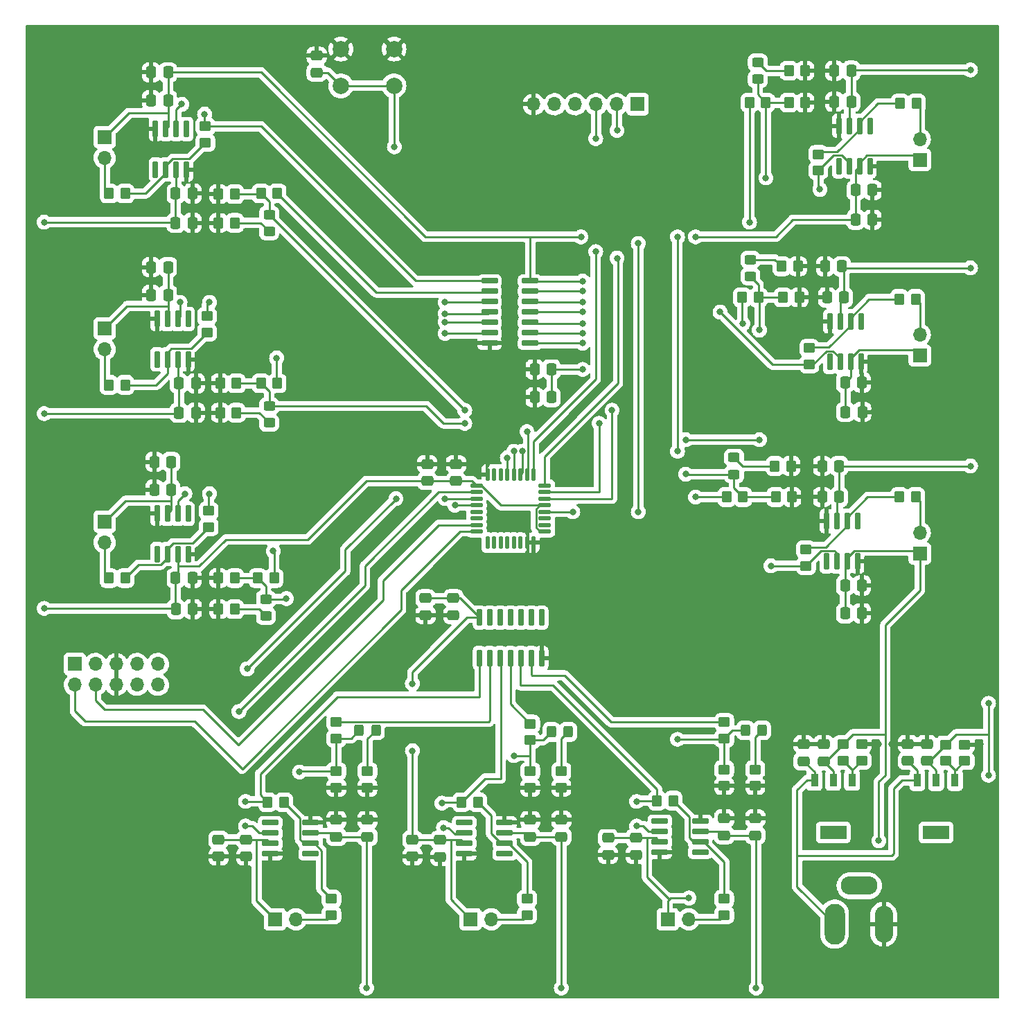
<source format=gbr>
%TF.GenerationSoftware,KiCad,Pcbnew,(6.0.11-0)*%
%TF.CreationDate,2023-11-20T02:45:56-06:00*%
%TF.ProjectId,ECE395_Digital_Target,45434533-3935-45f4-9469-676974616c5f,rev?*%
%TF.SameCoordinates,Original*%
%TF.FileFunction,Copper,L1,Top*%
%TF.FilePolarity,Positive*%
%FSLAX46Y46*%
G04 Gerber Fmt 4.6, Leading zero omitted, Abs format (unit mm)*
G04 Created by KiCad (PCBNEW (6.0.11-0)) date 2023-11-20 02:45:56*
%MOMM*%
%LPD*%
G01*
G04 APERTURE LIST*
G04 Aperture macros list*
%AMRoundRect*
0 Rectangle with rounded corners*
0 $1 Rounding radius*
0 $2 $3 $4 $5 $6 $7 $8 $9 X,Y pos of 4 corners*
0 Add a 4 corners polygon primitive as box body*
4,1,4,$2,$3,$4,$5,$6,$7,$8,$9,$2,$3,0*
0 Add four circle primitives for the rounded corners*
1,1,$1+$1,$2,$3*
1,1,$1+$1,$4,$5*
1,1,$1+$1,$6,$7*
1,1,$1+$1,$8,$9*
0 Add four rect primitives between the rounded corners*
20,1,$1+$1,$2,$3,$4,$5,0*
20,1,$1+$1,$4,$5,$6,$7,0*
20,1,$1+$1,$6,$7,$8,$9,0*
20,1,$1+$1,$8,$9,$2,$3,0*%
G04 Aperture macros list end*
%TA.AperFunction,SMDPad,CuDef*%
%ADD10RoundRect,0.250000X0.337500X0.475000X-0.337500X0.475000X-0.337500X-0.475000X0.337500X-0.475000X0*%
%TD*%
%TA.AperFunction,SMDPad,CuDef*%
%ADD11RoundRect,0.250000X0.475000X-0.337500X0.475000X0.337500X-0.475000X0.337500X-0.475000X-0.337500X0*%
%TD*%
%TA.AperFunction,ComponentPad*%
%ADD12R,1.700000X1.700000*%
%TD*%
%TA.AperFunction,ComponentPad*%
%ADD13O,1.700000X1.700000*%
%TD*%
%TA.AperFunction,SMDPad,CuDef*%
%ADD14RoundRect,0.250000X-0.450000X0.325000X-0.450000X-0.325000X0.450000X-0.325000X0.450000X0.325000X0*%
%TD*%
%TA.AperFunction,SMDPad,CuDef*%
%ADD15RoundRect,0.250000X-0.337500X-0.475000X0.337500X-0.475000X0.337500X0.475000X-0.337500X0.475000X0*%
%TD*%
%TA.AperFunction,SMDPad,CuDef*%
%ADD16RoundRect,0.042000X0.943000X0.258000X-0.943000X0.258000X-0.943000X-0.258000X0.943000X-0.258000X0*%
%TD*%
%TA.AperFunction,SMDPad,CuDef*%
%ADD17RoundRect,0.042000X-0.258000X0.943000X-0.258000X-0.943000X0.258000X-0.943000X0.258000X0.943000X0*%
%TD*%
%TA.AperFunction,SMDPad,CuDef*%
%ADD18RoundRect,0.250000X-0.350000X-0.450000X0.350000X-0.450000X0.350000X0.450000X-0.350000X0.450000X0*%
%TD*%
%TA.AperFunction,ComponentPad*%
%ADD19O,2.500000X5.000000*%
%TD*%
%TA.AperFunction,ComponentPad*%
%ADD20O,2.250000X4.500000*%
%TD*%
%TA.AperFunction,ComponentPad*%
%ADD21O,4.500000X2.250000*%
%TD*%
%TA.AperFunction,SMDPad,CuDef*%
%ADD22RoundRect,0.090000X-0.895000X-0.210000X0.895000X-0.210000X0.895000X0.210000X-0.895000X0.210000X0*%
%TD*%
%TA.AperFunction,SMDPad,CuDef*%
%ADD23RoundRect,0.250000X0.450000X-0.350000X0.450000X0.350000X-0.450000X0.350000X-0.450000X-0.350000X0*%
%TD*%
%TA.AperFunction,SMDPad,CuDef*%
%ADD24RoundRect,0.250000X0.350000X0.450000X-0.350000X0.450000X-0.350000X-0.450000X0.350000X-0.450000X0*%
%TD*%
%TA.AperFunction,SMDPad,CuDef*%
%ADD25RoundRect,0.250000X-0.450000X0.350000X-0.450000X-0.350000X0.450000X-0.350000X0.450000X0.350000X0*%
%TD*%
%TA.AperFunction,SMDPad,CuDef*%
%ADD26R,0.914400X1.600200*%
%TD*%
%TA.AperFunction,SMDPad,CuDef*%
%ADD27RoundRect,0.090000X0.210000X-0.895000X0.210000X0.895000X-0.210000X0.895000X-0.210000X-0.895000X0*%
%TD*%
%TA.AperFunction,SMDPad,CuDef*%
%ADD28RoundRect,0.250000X0.325000X0.450000X-0.325000X0.450000X-0.325000X-0.450000X0.325000X-0.450000X0*%
%TD*%
%TA.AperFunction,SMDPad,CuDef*%
%ADD29RoundRect,0.125000X0.625000X0.125000X-0.625000X0.125000X-0.625000X-0.125000X0.625000X-0.125000X0*%
%TD*%
%TA.AperFunction,SMDPad,CuDef*%
%ADD30RoundRect,0.125000X0.125000X0.625000X-0.125000X0.625000X-0.125000X-0.625000X0.125000X-0.625000X0*%
%TD*%
%TA.AperFunction,SMDPad,CuDef*%
%ADD31RoundRect,0.250000X-0.475000X0.337500X-0.475000X-0.337500X0.475000X-0.337500X0.475000X0.337500X0*%
%TD*%
%TA.AperFunction,SMDPad,CuDef*%
%ADD32RoundRect,0.250000X0.450000X-0.325000X0.450000X0.325000X-0.450000X0.325000X-0.450000X-0.325000X0*%
%TD*%
%TA.AperFunction,ComponentPad*%
%ADD33C,2.000000*%
%TD*%
%TA.AperFunction,SMDPad,CuDef*%
%ADD34RoundRect,0.042000X0.258000X-0.943000X0.258000X0.943000X-0.258000X0.943000X-0.258000X-0.943000X0*%
%TD*%
%TA.AperFunction,ViaPad*%
%ADD35C,0.800000*%
%TD*%
%TA.AperFunction,Conductor*%
%ADD36C,0.250000*%
%TD*%
G04 APERTURE END LIST*
%TO.C,CR2*%
G36*
X162000200Y-131200500D02*
G01*
X158799800Y-131200500D01*
X158799800Y-129600300D01*
X162000200Y-129600300D01*
X162000200Y-131200500D01*
G37*
%TO.C,CR1*%
G36*
X149428700Y-131187800D02*
G01*
X146228300Y-131187800D01*
X146228300Y-129587600D01*
X149428700Y-129587600D01*
X149428700Y-131187800D01*
G37*
%TD*%
D10*
%TO.P,C206,1*%
%TO.N,GND*%
X151337500Y-103600000D03*
%TO.P,C206,2*%
%TO.N,6.6V*%
X149262500Y-103600000D03*
%TD*%
D11*
%TO.P,10uF4,1*%
%TO.N,+3V3*%
X159250000Y-121637500D03*
%TO.P,10uF4,2*%
%TO.N,GND*%
X159250000Y-119562500D03*
%TD*%
D12*
%TO.P,S2,1,Pin_1*%
%TO.N,unconnected-(S2-Pad1)*%
X123925000Y-41400000D03*
D13*
%TO.P,S2,2,Pin_2*%
%TO.N,Net-(S2-Pad2)*%
X121385000Y-41400000D03*
%TO.P,S2,3,Pin_3*%
%TO.N,Net-(S2-Pad3)*%
X118845000Y-41400000D03*
%TO.P,S2,4,Pin_4*%
%TO.N,unconnected-(S2-Pad4)*%
X116305000Y-41400000D03*
%TO.P,S2,5,Pin_5*%
%TO.N,unconnected-(S2-Pad5)*%
X113765000Y-41400000D03*
%TO.P,S2,6,Pin_6*%
%TO.N,GND*%
X111225000Y-41400000D03*
%TD*%
D14*
%TO.P,D6,1,K*%
%TO.N,Net-(D6-Pad1)*%
X135700000Y-84575000D03*
%TO.P,D6,2,A*%
%TO.N,Net-(D6-Pad2)*%
X135700000Y-86625000D03*
%TD*%
D15*
%TO.P,C234,1*%
%TO.N,GND*%
X147962500Y-41100000D03*
%TO.P,C234,2*%
%TO.N,+3V3*%
X150037500Y-41100000D03*
%TD*%
D10*
%TO.P,C232,1*%
%TO.N,GND*%
X69937500Y-75500000D03*
%TO.P,C232,2*%
%TO.N,+3V3*%
X67862500Y-75500000D03*
%TD*%
D16*
%TO.P,OP9,1,OFFSET_N1*%
%TO.N,unconnected-(OP9-Pad1)*%
X131570000Y-132805000D03*
%TO.P,OP9,2,IN-*%
%TO.N,Net-(OP9-Pad2)*%
X131570000Y-131535000D03*
%TO.P,OP9,3,IN+*%
%TO.N,+3V3*%
X131570000Y-130265000D03*
%TO.P,OP9,4,GND*%
%TO.N,GND*%
X131570000Y-128995000D03*
%TO.P,OP9,5,OFFSET_N2*%
%TO.N,unconnected-(OP9-Pad5)*%
X126630000Y-128995000D03*
%TO.P,OP9,6,OUT*%
%TO.N,Net-(NOT2-Pad5)*%
X126630000Y-130265000D03*
%TO.P,OP9,7,VDD*%
%TO.N,6.6V*%
X126630000Y-131535000D03*
%TO.P,OP9,8,BIAS_SELECT*%
%TO.N,GND*%
X126630000Y-132805000D03*
%TD*%
D17*
%TO.P,OP4,1,OFFSET_N1*%
%TO.N,unconnected-(OP4-Pad1)*%
X152305000Y-44030000D03*
%TO.P,OP4,2,IN-*%
%TO.N,Net-(OP4-Pad2)*%
X151035000Y-44030000D03*
%TO.P,OP4,3,IN+*%
%TO.N,+3V3*%
X149765000Y-44030000D03*
%TO.P,OP4,4,GND*%
%TO.N,GND*%
X148495000Y-44030000D03*
%TO.P,OP4,5,OFFSET_N2*%
%TO.N,unconnected-(OP4-Pad5)*%
X148495000Y-48970000D03*
%TO.P,OP4,6,OUT*%
%TO.N,Net-(NOT1-Pad13)*%
X149765000Y-48970000D03*
%TO.P,OP4,7,VDD*%
%TO.N,6.6V*%
X151035000Y-48970000D03*
%TO.P,OP4,8,BIAS_SELECT*%
%TO.N,GND*%
X152305000Y-48970000D03*
%TD*%
%TO.P,OP6,1,OFFSET_N1*%
%TO.N,unconnected-(OP6-Pad1)*%
X150805000Y-92330000D03*
%TO.P,OP6,2,IN-*%
%TO.N,Net-(OP6-Pad2)*%
X149535000Y-92330000D03*
%TO.P,OP6,3,IN+*%
%TO.N,+3V3*%
X148265000Y-92330000D03*
%TO.P,OP6,4,GND*%
%TO.N,GND*%
X146995000Y-92330000D03*
%TO.P,OP6,5,OFFSET_N2*%
%TO.N,unconnected-(OP6-Pad5)*%
X146995000Y-97270000D03*
%TO.P,OP6,6,OUT*%
%TO.N,Net-(NOT1-Pad9)*%
X148265000Y-97270000D03*
%TO.P,OP6,7,VDD*%
%TO.N,6.6V*%
X149535000Y-97270000D03*
%TO.P,OP6,8,BIAS_SELECT*%
%TO.N,GND*%
X150805000Y-97270000D03*
%TD*%
D15*
%TO.P,C212,1*%
%TO.N,GND*%
X64462500Y-64700000D03*
%TO.P,C212,2*%
%TO.N,6.6V*%
X66537500Y-64700000D03*
%TD*%
D11*
%TO.P,10uF1,1*%
%TO.N,+12V*%
X144200000Y-121687500D03*
%TO.P,10uF1,2*%
%TO.N,GND*%
X144200000Y-119612500D03*
%TD*%
D15*
%TO.P,C235,1*%
%TO.N,GND*%
X147062500Y-65000000D03*
%TO.P,C235,2*%
%TO.N,+3V3*%
X149137500Y-65000000D03*
%TD*%
D18*
%TO.P,R4,1*%
%TO.N,Net-(NOT1-Pad12)*%
X137600000Y-41200000D03*
%TO.P,R4,2*%
%TO.N,Net-(D4-Pad2)*%
X139600000Y-41200000D03*
%TD*%
D19*
%TO.P,J0,1*%
%TO.N,+12V*%
X148000000Y-141600000D03*
D20*
%TO.P,J0,2*%
%TO.N,GND*%
X154000000Y-141600000D03*
D21*
%TO.P,J0,3*%
%TO.N,unconnected-(J0-Pad3)*%
X151000000Y-136900000D03*
%TD*%
D11*
%TO.P,C218,1*%
%TO.N,GND*%
X99800000Y-133375000D03*
%TO.P,C218,2*%
%TO.N,6.6V*%
X99800000Y-131300000D03*
%TD*%
D22*
%TO.P,NOT1,1,1A*%
%TO.N,Net-(NOT1-Pad1)*%
X105825000Y-62990000D03*
%TO.P,NOT1,2,1Y*%
%TO.N,Net-(NOT1-Pad2)*%
X105825000Y-64260000D03*
%TO.P,NOT1,3,2A*%
%TO.N,Net-(NOT1-Pad3)*%
X105825000Y-65530000D03*
%TO.P,NOT1,4,2Y*%
%TO.N,Net-(NOT1-Pad4)*%
X105825000Y-66800000D03*
%TO.P,NOT1,5,3A*%
%TO.N,Net-(NOT1-Pad5)*%
X105825000Y-68070000D03*
%TO.P,NOT1,6,3Y*%
%TO.N,Net-(NOT1-Pad6)*%
X105825000Y-69340000D03*
%TO.P,NOT1,7,GND*%
%TO.N,GND*%
X105825000Y-70610000D03*
%TO.P,NOT1,8,4Y*%
%TO.N,Net-(NOT1-Pad8)*%
X110775000Y-70610000D03*
%TO.P,NOT1,9,4A*%
%TO.N,Net-(NOT1-Pad9)*%
X110775000Y-69340000D03*
%TO.P,NOT1,10,5Y*%
%TO.N,Net-(NOT1-Pad10)*%
X110775000Y-68070000D03*
%TO.P,NOT1,11,5A*%
%TO.N,Net-(NOT1-Pad11)*%
X110775000Y-66800000D03*
%TO.P,NOT1,12,6Y*%
%TO.N,Net-(NOT1-Pad12)*%
X110775000Y-65530000D03*
%TO.P,NOT1,13,6A*%
%TO.N,Net-(NOT1-Pad13)*%
X110775000Y-64260000D03*
%TO.P,NOT1,14,VCC*%
%TO.N,6.6V*%
X110775000Y-62990000D03*
%TD*%
D10*
%TO.P,C205,1*%
%TO.N,GND*%
X151375000Y-79000000D03*
%TO.P,C205,2*%
%TO.N,6.6V*%
X149300000Y-79000000D03*
%TD*%
D23*
%TO.P,R22,1*%
%TO.N,Net-(OP2-Pad2)*%
X71300000Y-69300000D03*
%TO.P,R22,2*%
%TO.N,Net-(NOT1-Pad3)*%
X71300000Y-67300000D03*
%TD*%
D24*
%TO.P,R35,1*%
%TO.N,Net-(J5-Pad2)*%
X157900000Y-65200000D03*
%TO.P,R35,2*%
%TO.N,Net-(OP5-Pad2)*%
X155900000Y-65200000D03*
%TD*%
%TO.P,R29,1*%
%TO.N,Net-(OP9-Pad2)*%
X128300000Y-126500000D03*
%TO.P,R29,2*%
%TO.N,Net-(NOT2-Pad5)*%
X126300000Y-126500000D03*
%TD*%
D18*
%TO.P,R11,1*%
%TO.N,GND*%
X72700000Y-52380000D03*
%TO.P,R11,2*%
%TO.N,Net-(D1-Pad2)*%
X74700000Y-52380000D03*
%TD*%
D10*
%TO.P,C215,1*%
%TO.N,GND*%
X151337500Y-75400000D03*
%TO.P,C215,2*%
%TO.N,6.6V*%
X149262500Y-75400000D03*
%TD*%
%TO.P,C204,1*%
%TO.N,GND*%
X152637500Y-55500000D03*
%TO.P,C204,2*%
%TO.N,6.6V*%
X150562500Y-55500000D03*
%TD*%
D18*
%TO.P,R33,1*%
%TO.N,Net-(J3-Pad2)*%
X59300000Y-99300000D03*
%TO.P,R33,2*%
%TO.N,Net-(OP3-Pad2)*%
X61300000Y-99300000D03*
%TD*%
D11*
%TO.P,C241,1*%
%TO.N,GND*%
X98000000Y-103837500D03*
%TO.P,C241,2*%
%TO.N,6.6V*%
X98000000Y-101762500D03*
%TD*%
D23*
%TO.P,R21,1*%
%TO.N,Net-(OP1-Pad2)*%
X71100000Y-46100000D03*
%TO.P,R21,2*%
%TO.N,Net-(NOT1-Pad1)*%
X71100000Y-44100000D03*
%TD*%
D25*
%TO.P,R24,1*%
%TO.N,Net-(OP4-Pad2)*%
X146000000Y-47500000D03*
%TO.P,R24,2*%
%TO.N,Net-(NOT1-Pad13)*%
X146000000Y-49500000D03*
%TD*%
D18*
%TO.P,R5,1*%
%TO.N,Net-(NOT1-Pad10)*%
X136700000Y-65000000D03*
%TO.P,R5,2*%
%TO.N,Net-(D5-Pad2)*%
X138700000Y-65000000D03*
%TD*%
D25*
%TO.P,R25,1*%
%TO.N,Net-(OP5-Pad2)*%
X144900000Y-71200000D03*
%TO.P,R25,2*%
%TO.N,Net-(NOT1-Pad11)*%
X144900000Y-73200000D03*
%TD*%
D15*
%TO.P,C203,1*%
%TO.N,GND*%
X64862500Y-85100000D03*
%TO.P,C203,2*%
%TO.N,6.6V*%
X66937500Y-85100000D03*
%TD*%
D18*
%TO.P,R13,1*%
%TO.N,GND*%
X72700000Y-99300000D03*
%TO.P,R13,2*%
%TO.N,Net-(D3-Pad2)*%
X74700000Y-99300000D03*
%TD*%
D16*
%TO.P,OP8,1,OFFSET_N1*%
%TO.N,unconnected-(OP8-Pad1)*%
X107670000Y-133005000D03*
%TO.P,OP8,2,IN-*%
%TO.N,Net-(OP8-Pad2)*%
X107670000Y-131735000D03*
%TO.P,OP8,3,IN+*%
%TO.N,+3V3*%
X107670000Y-130465000D03*
%TO.P,OP8,4,GND*%
%TO.N,GND*%
X107670000Y-129195000D03*
%TO.P,OP8,5,OFFSET_N2*%
%TO.N,unconnected-(OP8-Pad5)*%
X102730000Y-129195000D03*
%TO.P,OP8,6,OUT*%
%TO.N,Net-(NOT2-Pad3)*%
X102730000Y-130465000D03*
%TO.P,OP8,7,VDD*%
%TO.N,6.6V*%
X102730000Y-131735000D03*
%TO.P,OP8,8,BIAS_SELECT*%
%TO.N,GND*%
X102730000Y-133005000D03*
%TD*%
D26*
%TO.P,CR2,1,ADJ/GND*%
%TO.N,Net-(CR2-Pad1)*%
X162700000Y-123999600D03*
%TO.P,CR2,2,VOUT*%
%TO.N,+3V3*%
X160400000Y-123999600D03*
%TO.P,CR2,3,VIN*%
%TO.N,+12V*%
X158100000Y-123999600D03*
%TD*%
D15*
%TO.P,C225,1*%
%TO.N,GND*%
X146825000Y-61200000D03*
%TO.P,C225,2*%
%TO.N,+3V3*%
X148900000Y-61200000D03*
%TD*%
D10*
%TO.P,C214,1*%
%TO.N,GND*%
X152637500Y-51900000D03*
%TO.P,C214,2*%
%TO.N,6.6V*%
X150562500Y-51900000D03*
%TD*%
%TO.P,C233,1*%
%TO.N,GND*%
X69537500Y-99300000D03*
%TO.P,C233,2*%
%TO.N,+3V3*%
X67462500Y-99300000D03*
%TD*%
D25*
%TO.P,R101,1*%
%TO.N,+3V3*%
X161600000Y-119650000D03*
%TO.P,R101,2*%
%TO.N,Net-(CR2-Pad1)*%
X161600000Y-121650000D03*
%TD*%
D11*
%TO.P,C217,1*%
%TO.N,GND*%
X76100000Y-133337500D03*
%TO.P,C217,2*%
%TO.N,6.6V*%
X76100000Y-131262500D03*
%TD*%
%TO.P,C208,1*%
%TO.N,GND*%
X96400000Y-133337500D03*
%TO.P,C208,2*%
%TO.N,6.6V*%
X96400000Y-131262500D03*
%TD*%
D15*
%TO.P,C211,1*%
%TO.N,GND*%
X64462500Y-40900000D03*
%TO.P,C211,2*%
%TO.N,6.6V*%
X66537500Y-40900000D03*
%TD*%
D23*
%TO.P,R9,1*%
%TO.N,Net-(D9-Pad2)*%
X134500000Y-118900000D03*
%TO.P,R9,2*%
%TO.N,Net-(NOT2-Pad6)*%
X134500000Y-116900000D03*
%TD*%
D15*
%TO.P,C224,1*%
%TO.N,GND*%
X147962500Y-37300000D03*
%TO.P,C224,2*%
%TO.N,+3V3*%
X150037500Y-37300000D03*
%TD*%
D23*
%TO.P,R49,1*%
%TO.N,GND*%
X138300000Y-124700000D03*
%TO.P,R49,2*%
%TO.N,Net-(D9-Pad1)*%
X138300000Y-122700000D03*
%TD*%
D15*
%TO.P,C202,1*%
%TO.N,GND*%
X64462500Y-61300000D03*
%TO.P,C202,2*%
%TO.N,6.6V*%
X66537500Y-61300000D03*
%TD*%
D12*
%TO.P,J1,1,Pin_1*%
%TO.N,6.6V*%
X58800000Y-45400000D03*
D13*
%TO.P,J1,2,Pin_2*%
%TO.N,Net-(J1-Pad2)*%
X58800000Y-47940000D03*
%TD*%
D12*
%TO.P,J7,1,Pin_1*%
%TO.N,6.6V*%
X79600000Y-141000000D03*
D13*
%TO.P,J7,2,Pin_2*%
%TO.N,Net-(J7-Pad2)*%
X82140000Y-141000000D03*
%TD*%
D26*
%TO.P,CR1,1,ADJ/GND*%
%TO.N,Net-(CR1-Pad1)*%
X150128500Y-123986900D03*
%TO.P,CR1,2,VOUT*%
%TO.N,6.6V*%
X147828500Y-123986900D03*
%TO.P,CR1,3,VIN*%
%TO.N,+12V*%
X145528500Y-123986900D03*
%TD*%
D15*
%TO.P,C236,1*%
%TO.N,GND*%
X146462500Y-89400000D03*
%TO.P,C236,2*%
%TO.N,+3V3*%
X148537500Y-89400000D03*
%TD*%
D11*
%TO.P,C207,1*%
%TO.N,GND*%
X72700000Y-133337500D03*
%TO.P,C207,2*%
%TO.N,6.6V*%
X72700000Y-131262500D03*
%TD*%
D18*
%TO.P,R42,1*%
%TO.N,GND*%
X72900000Y-79100000D03*
%TO.P,R42,2*%
%TO.N,Net-(D2-Pad1)*%
X74900000Y-79100000D03*
%TD*%
D23*
%TO.P,R18,1*%
%TO.N,GND*%
X110800000Y-124900000D03*
%TO.P,R18,2*%
%TO.N,Net-(D8-Pad2)*%
X110800000Y-122900000D03*
%TD*%
D12*
%TO.P,J4,1,Pin_1*%
%TO.N,6.6V*%
X158400000Y-48200000D03*
D13*
%TO.P,J4,2,Pin_2*%
%TO.N,Net-(J4-Pad2)*%
X158400000Y-45660000D03*
%TD*%
D11*
%TO.P,C300,1*%
%TO.N,Net-(C300-Pad1)*%
X84700000Y-37537500D03*
%TO.P,C300,2*%
%TO.N,GND*%
X84700000Y-35462500D03*
%TD*%
D24*
%TO.P,R27,1*%
%TO.N,Net-(OP7-Pad2)*%
X80700000Y-126700000D03*
%TO.P,R27,2*%
%TO.N,Net-(NOT2-Pad1)*%
X78700000Y-126700000D03*
%TD*%
D14*
%TO.P,D5,1,K*%
%TO.N,Net-(D5-Pad1)*%
X137700000Y-60375000D03*
%TO.P,D5,2,A*%
%TO.N,Net-(D5-Pad2)*%
X137700000Y-62425000D03*
%TD*%
D10*
%TO.P,C223,1*%
%TO.N,GND*%
X69575000Y-103100000D03*
%TO.P,C223,2*%
%TO.N,+3V3*%
X67500000Y-103100000D03*
%TD*%
D27*
%TO.P,NOT2,1,1A*%
%TO.N,Net-(NOT2-Pad1)*%
X104590000Y-109075000D03*
%TO.P,NOT2,2,1Y*%
%TO.N,Net-(NOT2-Pad2)*%
X105860000Y-109075000D03*
%TO.P,NOT2,3,2A*%
%TO.N,Net-(NOT2-Pad3)*%
X107130000Y-109075000D03*
%TO.P,NOT2,4,2Y*%
%TO.N,Net-(NOT2-Pad4)*%
X108400000Y-109075000D03*
%TO.P,NOT2,5,3A*%
%TO.N,Net-(NOT2-Pad5)*%
X109670000Y-109075000D03*
%TO.P,NOT2,6,3Y*%
%TO.N,Net-(NOT2-Pad6)*%
X110940000Y-109075000D03*
%TO.P,NOT2,7,GND*%
%TO.N,GND*%
X112210000Y-109075000D03*
%TO.P,NOT2,8,4Y*%
%TO.N,unconnected-(NOT2-Pad8)*%
X112210000Y-104125000D03*
%TO.P,NOT2,9,4A*%
%TO.N,unconnected-(NOT2-Pad9)*%
X110940000Y-104125000D03*
%TO.P,NOT2,10,5Y*%
%TO.N,unconnected-(NOT2-Pad10)*%
X109670000Y-104125000D03*
%TO.P,NOT2,11,5A*%
%TO.N,unconnected-(NOT2-Pad11)*%
X108400000Y-104125000D03*
%TO.P,NOT2,12,6Y*%
%TO.N,unconnected-(NOT2-Pad12)*%
X107130000Y-104125000D03*
%TO.P,NOT2,13,6A*%
%TO.N,unconnected-(NOT2-Pad13)*%
X105860000Y-104125000D03*
%TO.P,NOT2,14,VCC*%
%TO.N,6.6V*%
X104590000Y-104125000D03*
%TD*%
D10*
%TO.P,C216,1*%
%TO.N,GND*%
X151337500Y-100200000D03*
%TO.P,C216,2*%
%TO.N,6.6V*%
X149262500Y-100200000D03*
%TD*%
D12*
%TO.P,J5,1,Pin_1*%
%TO.N,6.6V*%
X158400000Y-72100000D03*
D13*
%TO.P,J5,2,Pin_2*%
%TO.N,Net-(J5-Pad2)*%
X158400000Y-69560000D03*
%TD*%
D18*
%TO.P,R6,1*%
%TO.N,Net-(NOT1-Pad8)*%
X134800000Y-89400000D03*
%TO.P,R6,2*%
%TO.N,Net-(D6-Pad2)*%
X136800000Y-89400000D03*
%TD*%
D15*
%TO.P,C213,1*%
%TO.N,GND*%
X64862500Y-88500000D03*
%TO.P,C213,2*%
%TO.N,6.6V*%
X66937500Y-88500000D03*
%TD*%
%TO.P,C226,1*%
%TO.N,GND*%
X146462500Y-85600000D03*
%TO.P,C226,2*%
%TO.N,+3V3*%
X148537500Y-85600000D03*
%TD*%
D10*
%TO.P,C221,1*%
%TO.N,GND*%
X69537500Y-55900000D03*
%TO.P,C221,2*%
%TO.N,+3V3*%
X67462500Y-55900000D03*
%TD*%
D24*
%TO.P,R46,1*%
%TO.N,GND*%
X142700000Y-85600000D03*
%TO.P,R46,2*%
%TO.N,Net-(D6-Pad1)*%
X140700000Y-85600000D03*
%TD*%
D12*
%TO.P,S1,1,Pin_1*%
%TO.N,unconnected-(S1-Pad1)*%
X55150000Y-109800000D03*
D13*
%TO.P,S1,2,Pin_2*%
%TO.N,Net-(S1-Pad2)*%
X55150000Y-112340000D03*
%TO.P,S1,3,Pin_3*%
%TO.N,unconnected-(S1-Pad3)*%
X57690000Y-109800000D03*
%TO.P,S1,4,Pin_4*%
%TO.N,Net-(S1-Pad4)*%
X57690000Y-112340000D03*
%TO.P,S1,5,Pin_5*%
%TO.N,GND*%
X60230000Y-109800000D03*
%TO.P,S1,6,Pin_6*%
X60230000Y-112340000D03*
%TO.P,S1,7,Pin_7*%
%TO.N,unconnected-(S1-Pad7)*%
X62770000Y-109800000D03*
%TO.P,S1,8,Pin_8*%
%TO.N,unconnected-(S1-Pad8)*%
X62770000Y-112340000D03*
%TO.P,S1,9,Pin_9*%
%TO.N,unconnected-(S1-Pad9)*%
X65310000Y-109800000D03*
%TO.P,S1,10,Pin_10*%
%TO.N,unconnected-(S1-Pad10)*%
X65310000Y-112340000D03*
%TD*%
D23*
%TO.P,R7,1*%
%TO.N,Net-(D7-Pad2)*%
X87100000Y-118900000D03*
%TO.P,R7,2*%
%TO.N,Net-(NOT2-Pad2)*%
X87100000Y-116900000D03*
%TD*%
D14*
%TO.P,D4,1,K*%
%TO.N,Net-(D4-Pad1)*%
X138600000Y-36275000D03*
%TO.P,D4,2,A*%
%TO.N,Net-(D4-Pad2)*%
X138600000Y-38325000D03*
%TD*%
D12*
%TO.P,J9,1,Pin_1*%
%TO.N,6.6V*%
X127600000Y-141000000D03*
D13*
%TO.P,J9,2,Pin_2*%
%TO.N,Net-(J9-Pad2)*%
X130140000Y-141000000D03*
%TD*%
D16*
%TO.P,OP7,1,OFFSET_N1*%
%TO.N,unconnected-(OP7-Pad1)*%
X83970000Y-133005000D03*
%TO.P,OP7,2,IN-*%
%TO.N,Net-(OP7-Pad2)*%
X83970000Y-131735000D03*
%TO.P,OP7,3,IN+*%
%TO.N,+3V3*%
X83970000Y-130465000D03*
%TO.P,OP7,4,GND*%
%TO.N,GND*%
X83970000Y-129195000D03*
%TO.P,OP7,5,OFFSET_N2*%
%TO.N,unconnected-(OP7-Pad5)*%
X79030000Y-129195000D03*
%TO.P,OP7,6,OUT*%
%TO.N,Net-(NOT2-Pad1)*%
X79030000Y-130465000D03*
%TO.P,OP7,7,VDD*%
%TO.N,6.6V*%
X79030000Y-131735000D03*
%TO.P,OP7,8,BIAS_SELECT*%
%TO.N,GND*%
X79030000Y-133005000D03*
%TD*%
D18*
%TO.P,R43,1*%
%TO.N,GND*%
X72700000Y-103100000D03*
%TO.P,R43,2*%
%TO.N,Net-(D3-Pad1)*%
X74700000Y-103100000D03*
%TD*%
%TO.P,R14,1*%
%TO.N,Net-(D4-Pad2)*%
X142400000Y-41200000D03*
%TO.P,R14,2*%
%TO.N,GND*%
X144400000Y-41200000D03*
%TD*%
D28*
%TO.P,D7,1,K*%
%TO.N,Net-(D7-Pad1)*%
X91950000Y-117900000D03*
%TO.P,D7,2,A*%
%TO.N,Net-(D7-Pad2)*%
X89900000Y-117900000D03*
%TD*%
D18*
%TO.P,R31,1*%
%TO.N,Net-(J1-Pad2)*%
X59300000Y-52300000D03*
%TO.P,R31,2*%
%TO.N,Net-(OP1-Pad2)*%
X61300000Y-52300000D03*
%TD*%
D23*
%TO.P,R48,1*%
%TO.N,GND*%
X114600000Y-124900000D03*
%TO.P,R48,2*%
%TO.N,Net-(D8-Pad1)*%
X114600000Y-122900000D03*
%TD*%
D29*
%TO.P,U1,1,VDD*%
%TO.N,+3V3*%
X112575000Y-93600000D03*
%TO.P,U1,2,PC14*%
%TO.N,unconnected-(U1-Pad2)*%
X112575000Y-92800000D03*
%TO.P,U1,3,PC15*%
%TO.N,unconnected-(U1-Pad3)*%
X112575000Y-92000000D03*
%TO.P,U1,4,NRST*%
%TO.N,Net-(C300-Pad1)*%
X112575000Y-91200000D03*
%TO.P,U1,5,VDDA*%
%TO.N,+3V3*%
X112575000Y-90400000D03*
%TO.P,U1,6,PA0*%
%TO.N,Net-(D1-Pad2)*%
X112575000Y-89600000D03*
%TO.P,U1,7,PA1*%
%TO.N,Net-(D2-Pad2)*%
X112575000Y-88800000D03*
%TO.P,U1,8,PA2*%
%TO.N,Net-(S2-Pad2)*%
X112575000Y-88000000D03*
D30*
%TO.P,U1,9,PA3*%
%TO.N,Net-(S2-Pad3)*%
X111200000Y-86625000D03*
%TO.P,U1,10,PA4*%
%TO.N,Net-(D3-Pad2)*%
X110400000Y-86625000D03*
%TO.P,U1,11,PA5*%
%TO.N,Net-(D4-Pad2)*%
X109600000Y-86625000D03*
%TO.P,U1,12,PA6*%
%TO.N,Net-(D5-Pad2)*%
X108800000Y-86625000D03*
%TO.P,U1,13,PA7*%
%TO.N,Net-(D6-Pad2)*%
X108000000Y-86625000D03*
%TO.P,U1,14,PB0*%
%TO.N,unconnected-(U1-Pad14)*%
X107200000Y-86625000D03*
%TO.P,U1,15,PB1*%
%TO.N,unconnected-(U1-Pad15)*%
X106400000Y-86625000D03*
%TO.P,U1,16,VSS*%
%TO.N,GND*%
X105600000Y-86625000D03*
D29*
%TO.P,U1,17,VDD*%
%TO.N,+3V3*%
X104225000Y-88000000D03*
%TO.P,U1,18,PA8*%
%TO.N,Net-(D7-Pad2)*%
X104225000Y-88800000D03*
%TO.P,U1,19,PA9*%
%TO.N,Net-(D8-Pad2)*%
X104225000Y-89600000D03*
%TO.P,U1,20,PA10*%
%TO.N,Net-(D9-Pad2)*%
X104225000Y-90400000D03*
%TO.P,U1,21,PA11*%
%TO.N,unconnected-(U1-Pad21)*%
X104225000Y-91200000D03*
%TO.P,U1,22,PA12*%
%TO.N,unconnected-(U1-Pad22)*%
X104225000Y-92000000D03*
%TO.P,U1,23,PA13*%
%TO.N,Net-(S1-Pad4)*%
X104225000Y-92800000D03*
%TO.P,U1,24,PA14*%
%TO.N,Net-(S1-Pad2)*%
X104225000Y-93600000D03*
D30*
%TO.P,U1,25,PA15*%
%TO.N,unconnected-(U1-Pad25)*%
X105600000Y-94975000D03*
%TO.P,U1,26,PB3*%
%TO.N,unconnected-(U1-Pad26)*%
X106400000Y-94975000D03*
%TO.P,U1,27,PB4*%
%TO.N,unconnected-(U1-Pad27)*%
X107200000Y-94975000D03*
%TO.P,U1,28,PB5*%
%TO.N,unconnected-(U1-Pad28)*%
X108000000Y-94975000D03*
%TO.P,U1,29,PB6*%
%TO.N,unconnected-(U1-Pad29)*%
X108800000Y-94975000D03*
%TO.P,U1,30,PB7*%
%TO.N,unconnected-(U1-Pad30)*%
X109600000Y-94975000D03*
%TO.P,U1,31,BOOT0*%
%TO.N,GND*%
X110400000Y-94975000D03*
%TO.P,U1,32,VSS*%
X111200000Y-94975000D03*
%TD*%
D31*
%TO.P,C229,1*%
%TO.N,GND*%
X138300000Y-128662500D03*
%TO.P,C229,2*%
%TO.N,+3V3*%
X138300000Y-130737500D03*
%TD*%
D15*
%TO.P,C250,1*%
%TO.N,GND*%
X111325000Y-77200000D03*
%TO.P,C250,2*%
%TO.N,6.6V*%
X113400000Y-77200000D03*
%TD*%
D11*
%TO.P,C219,1*%
%TO.N,GND*%
X123700000Y-133137500D03*
%TO.P,C219,2*%
%TO.N,6.6V*%
X123700000Y-131062500D03*
%TD*%
D23*
%TO.P,R39,1*%
%TO.N,Net-(J9-Pad2)*%
X134500000Y-140500000D03*
%TO.P,R39,2*%
%TO.N,Net-(OP9-Pad2)*%
X134500000Y-138500000D03*
%TD*%
D18*
%TO.P,R16,1*%
%TO.N,Net-(D6-Pad2)*%
X140800000Y-89400000D03*
%TO.P,R16,2*%
%TO.N,GND*%
X142800000Y-89400000D03*
%TD*%
D15*
%TO.P,C201,1*%
%TO.N,GND*%
X64462500Y-37500000D03*
%TO.P,C201,2*%
%TO.N,6.6V*%
X66537500Y-37500000D03*
%TD*%
D31*
%TO.P,C242,1*%
%TO.N,GND*%
X98200000Y-85362500D03*
%TO.P,C242,2*%
%TO.N,+3V3*%
X98200000Y-87437500D03*
%TD*%
%TO.P,C237,1*%
%TO.N,GND*%
X87100000Y-128862500D03*
%TO.P,C237,2*%
%TO.N,+3V3*%
X87100000Y-130937500D03*
%TD*%
D28*
%TO.P,D9,1,K*%
%TO.N,Net-(D9-Pad1)*%
X139125000Y-117900000D03*
%TO.P,D9,2,A*%
%TO.N,Net-(D9-Pad2)*%
X137075000Y-117900000D03*
%TD*%
D18*
%TO.P,R12,1*%
%TO.N,GND*%
X72900000Y-75500000D03*
%TO.P,R12,2*%
%TO.N,Net-(D2-Pad2)*%
X74900000Y-75500000D03*
%TD*%
%TO.P,R2,1*%
%TO.N,Net-(D2-Pad2)*%
X77900000Y-75500000D03*
%TO.P,R2,2*%
%TO.N,Net-(NOT1-Pad4)*%
X79900000Y-75500000D03*
%TD*%
D12*
%TO.P,J6,1,Pin_1*%
%TO.N,6.6V*%
X158400000Y-96300000D03*
D13*
%TO.P,J6,2,Pin_2*%
%TO.N,Net-(J6-Pad2)*%
X158400000Y-93760000D03*
%TD*%
D11*
%TO.P,10uF2,1*%
%TO.N,+12V*%
X156950000Y-121637500D03*
%TO.P,10uF2,2*%
%TO.N,GND*%
X156950000Y-119562500D03*
%TD*%
D23*
%TO.P,R23,1*%
%TO.N,Net-(OP3-Pad2)*%
X71500000Y-93100000D03*
%TO.P,R23,2*%
%TO.N,Net-(NOT1-Pad5)*%
X71500000Y-91100000D03*
%TD*%
D18*
%TO.P,R1,1*%
%TO.N,Net-(D1-Pad2)*%
X77900000Y-52300000D03*
%TO.P,R1,2*%
%TO.N,Net-(NOT1-Pad2)*%
X79900000Y-52300000D03*
%TD*%
D23*
%TO.P,R17,1*%
%TO.N,GND*%
X87100000Y-124900000D03*
%TO.P,R17,2*%
%TO.N,Net-(D7-Pad2)*%
X87100000Y-122900000D03*
%TD*%
D18*
%TO.P,R41,1*%
%TO.N,GND*%
X72700000Y-55900000D03*
%TO.P,R41,2*%
%TO.N,Net-(D1-Pad1)*%
X74700000Y-55900000D03*
%TD*%
D12*
%TO.P,J8,1,Pin_1*%
%TO.N,6.6V*%
X103500000Y-141000000D03*
D13*
%TO.P,J8,2,Pin_2*%
%TO.N,Net-(J8-Pad2)*%
X106040000Y-141000000D03*
%TD*%
D32*
%TO.P,D2,1,K*%
%TO.N,Net-(D2-Pad1)*%
X78900000Y-80325000D03*
%TO.P,D2,2,A*%
%TO.N,Net-(D2-Pad2)*%
X78900000Y-78275000D03*
%TD*%
D31*
%TO.P,C238,1*%
%TO.N,GND*%
X110800000Y-128862500D03*
%TO.P,C238,2*%
%TO.N,+3V3*%
X110800000Y-130937500D03*
%TD*%
D11*
%TO.P,C251,1*%
%TO.N,GND*%
X101400000Y-103837500D03*
%TO.P,C251,2*%
%TO.N,6.6V*%
X101400000Y-101762500D03*
%TD*%
D18*
%TO.P,R3,1*%
%TO.N,Net-(D3-Pad2)*%
X77500000Y-99300000D03*
%TO.P,R3,2*%
%TO.N,Net-(NOT1-Pad6)*%
X79500000Y-99300000D03*
%TD*%
D33*
%TO.P,SW1,1,1*%
%TO.N,GND*%
X87650000Y-34650000D03*
X94150000Y-34650000D03*
%TO.P,SW1,2,2*%
%TO.N,Net-(C300-Pad1)*%
X94150000Y-39150000D03*
X87650000Y-39150000D03*
%TD*%
D10*
%TO.P,C222,1*%
%TO.N,GND*%
X69937500Y-79100000D03*
%TO.P,C222,2*%
%TO.N,+3V3*%
X67862500Y-79100000D03*
%TD*%
D11*
%TO.P,10uF3,1*%
%TO.N,6.6V*%
X146650000Y-121687500D03*
%TO.P,10uF3,2*%
%TO.N,GND*%
X146650000Y-119612500D03*
%TD*%
D23*
%TO.P,R47,1*%
%TO.N,GND*%
X90900000Y-124900000D03*
%TO.P,R47,2*%
%TO.N,Net-(D7-Pad1)*%
X90900000Y-122900000D03*
%TD*%
D24*
%TO.P,R44,1*%
%TO.N,GND*%
X144400000Y-37300000D03*
%TO.P,R44,2*%
%TO.N,Net-(D4-Pad1)*%
X142400000Y-37300000D03*
%TD*%
D34*
%TO.P,OP2,1,OFFSET_N1*%
%TO.N,unconnected-(OP2-Pad1)*%
X65195000Y-72570000D03*
%TO.P,OP2,2,IN-*%
%TO.N,Net-(OP2-Pad2)*%
X66465000Y-72570000D03*
%TO.P,OP2,3,IN+*%
%TO.N,+3V3*%
X67735000Y-72570000D03*
%TO.P,OP2,4,GND*%
%TO.N,GND*%
X69005000Y-72570000D03*
%TO.P,OP2,5,OFFSET_N2*%
%TO.N,unconnected-(OP2-Pad5)*%
X69005000Y-67630000D03*
%TO.P,OP2,6,OUT*%
%TO.N,Net-(NOT1-Pad3)*%
X67735000Y-67630000D03*
%TO.P,OP2,7,VDD*%
%TO.N,6.6V*%
X66465000Y-67630000D03*
%TO.P,OP2,8,BIAS_SELECT*%
%TO.N,GND*%
X65195000Y-67630000D03*
%TD*%
D18*
%TO.P,R32,1*%
%TO.N,Net-(J2-Pad2)*%
X59300000Y-75700000D03*
%TO.P,R32,2*%
%TO.N,Net-(OP2-Pad2)*%
X61300000Y-75700000D03*
%TD*%
D31*
%TO.P,C239,1*%
%TO.N,GND*%
X134500000Y-128662500D03*
%TO.P,C239,2*%
%TO.N,+3V3*%
X134500000Y-130737500D03*
%TD*%
D23*
%TO.P,R37,1*%
%TO.N,Net-(J7-Pad2)*%
X86500000Y-140500000D03*
%TO.P,R37,2*%
%TO.N,Net-(OP7-Pad2)*%
X86500000Y-138500000D03*
%TD*%
D11*
%TO.P,C209,1*%
%TO.N,GND*%
X120300000Y-133137500D03*
%TO.P,C209,2*%
%TO.N,6.6V*%
X120300000Y-131062500D03*
%TD*%
D31*
%TO.P,C228,1*%
%TO.N,GND*%
X114600000Y-128825000D03*
%TO.P,C228,2*%
%TO.N,+3V3*%
X114600000Y-130900000D03*
%TD*%
D23*
%TO.P,R19,1*%
%TO.N,GND*%
X134500000Y-124700000D03*
%TO.P,R19,2*%
%TO.N,Net-(D9-Pad2)*%
X134500000Y-122700000D03*
%TD*%
D31*
%TO.P,C252,1*%
%TO.N,GND*%
X101725000Y-85362500D03*
%TO.P,C252,2*%
%TO.N,+3V3*%
X101725000Y-87437500D03*
%TD*%
%TO.P,C227,1*%
%TO.N,GND*%
X90900000Y-128862500D03*
%TO.P,C227,2*%
%TO.N,+3V3*%
X90900000Y-130937500D03*
%TD*%
D23*
%TO.P,R8,1*%
%TO.N,Net-(D8-Pad2)*%
X110800000Y-119100000D03*
%TO.P,R8,2*%
%TO.N,Net-(NOT2-Pad4)*%
X110800000Y-117100000D03*
%TD*%
D18*
%TO.P,R15,1*%
%TO.N,Net-(D5-Pad2)*%
X141700000Y-65000000D03*
%TO.P,R15,2*%
%TO.N,GND*%
X143700000Y-65000000D03*
%TD*%
D28*
%TO.P,D8,1,K*%
%TO.N,Net-(D8-Pad1)*%
X115425000Y-118100000D03*
%TO.P,D8,2,A*%
%TO.N,Net-(D8-Pad2)*%
X113375000Y-118100000D03*
%TD*%
D25*
%TO.P,R100,1*%
%TO.N,6.6V*%
X149000000Y-119600000D03*
%TO.P,R100,2*%
%TO.N,Net-(CR1-Pad1)*%
X149000000Y-121600000D03*
%TD*%
D32*
%TO.P,D3,1,K*%
%TO.N,Net-(D3-Pad1)*%
X78500000Y-103925000D03*
%TO.P,D3,2,A*%
%TO.N,Net-(D3-Pad2)*%
X78500000Y-101875000D03*
%TD*%
D34*
%TO.P,OP1,1,OFFSET_N1*%
%TO.N,unconnected-(OP1-Pad1)*%
X64995000Y-49370000D03*
%TO.P,OP1,2,IN-*%
%TO.N,Net-(OP1-Pad2)*%
X66265000Y-49370000D03*
%TO.P,OP1,3,IN+*%
%TO.N,+3V3*%
X67535000Y-49370000D03*
%TO.P,OP1,4,GND*%
%TO.N,GND*%
X68805000Y-49370000D03*
%TO.P,OP1,5,OFFSET_N2*%
%TO.N,unconnected-(OP1-Pad5)*%
X68805000Y-44430000D03*
%TO.P,OP1,6,OUT*%
%TO.N,Net-(NOT1-Pad1)*%
X67535000Y-44430000D03*
%TO.P,OP1,7,VDD*%
%TO.N,6.6V*%
X66265000Y-44430000D03*
%TO.P,OP1,8,BIAS_SELECT*%
%TO.N,GND*%
X64995000Y-44430000D03*
%TD*%
D12*
%TO.P,J3,1,Pin_1*%
%TO.N,6.6V*%
X58800000Y-92400000D03*
D13*
%TO.P,J3,2,Pin_2*%
%TO.N,Net-(J3-Pad2)*%
X58800000Y-94940000D03*
%TD*%
D24*
%TO.P,R36,1*%
%TO.N,Net-(J6-Pad2)*%
X157900000Y-89400000D03*
%TO.P,R36,2*%
%TO.N,Net-(OP6-Pad2)*%
X155900000Y-89400000D03*
%TD*%
D10*
%TO.P,C231,1*%
%TO.N,GND*%
X69537500Y-52300000D03*
%TO.P,C231,2*%
%TO.N,+3V3*%
X67462500Y-52300000D03*
%TD*%
D24*
%TO.P,R28,1*%
%TO.N,Net-(OP8-Pad2)*%
X104400000Y-126700000D03*
%TO.P,R28,2*%
%TO.N,Net-(NOT2-Pad3)*%
X102400000Y-126700000D03*
%TD*%
D25*
%TO.P,R26,1*%
%TO.N,Net-(OP6-Pad2)*%
X144500000Y-95800000D03*
%TO.P,R26,2*%
%TO.N,Net-(NOT1-Pad9)*%
X144500000Y-97800000D03*
%TD*%
D12*
%TO.P,J2,1,Pin_1*%
%TO.N,6.6V*%
X58800000Y-68800000D03*
D13*
%TO.P,J2,2,Pin_2*%
%TO.N,Net-(J2-Pad2)*%
X58800000Y-71340000D03*
%TD*%
D15*
%TO.P,C240,1*%
%TO.N,GND*%
X111325000Y-73800000D03*
%TO.P,C240,2*%
%TO.N,6.6V*%
X113400000Y-73800000D03*
%TD*%
D17*
%TO.P,OP5,1,OFFSET_N1*%
%TO.N,unconnected-(OP5-Pad1)*%
X151205000Y-67930000D03*
%TO.P,OP5,2,IN-*%
%TO.N,Net-(OP5-Pad2)*%
X149935000Y-67930000D03*
%TO.P,OP5,3,IN+*%
%TO.N,+3V3*%
X148665000Y-67930000D03*
%TO.P,OP5,4,GND*%
%TO.N,GND*%
X147395000Y-67930000D03*
%TO.P,OP5,5,OFFSET_N2*%
%TO.N,unconnected-(OP5-Pad5)*%
X147395000Y-72870000D03*
%TO.P,OP5,6,OUT*%
%TO.N,Net-(NOT1-Pad11)*%
X148665000Y-72870000D03*
%TO.P,OP5,7,VDD*%
%TO.N,6.6V*%
X149935000Y-72870000D03*
%TO.P,OP5,8,BIAS_SELECT*%
%TO.N,GND*%
X151205000Y-72870000D03*
%TD*%
D23*
%TO.P,R38,1*%
%TO.N,Net-(J8-Pad2)*%
X110400000Y-140500000D03*
%TO.P,R38,2*%
%TO.N,Net-(OP8-Pad2)*%
X110400000Y-138500000D03*
%TD*%
D24*
%TO.P,R45,1*%
%TO.N,GND*%
X143500000Y-61200000D03*
%TO.P,R45,2*%
%TO.N,Net-(D5-Pad1)*%
X141500000Y-61200000D03*
%TD*%
D32*
%TO.P,D1,1,K*%
%TO.N,Net-(D1-Pad1)*%
X78900000Y-56925000D03*
%TO.P,D1,2,A*%
%TO.N,Net-(D1-Pad2)*%
X78900000Y-54875000D03*
%TD*%
D23*
%TO.P,R103,1*%
%TO.N,Net-(CR2-Pad1)*%
X163900000Y-121650000D03*
%TO.P,R103,2*%
%TO.N,GND*%
X163900000Y-119650000D03*
%TD*%
%TO.P,R102,1*%
%TO.N,Net-(CR1-Pad1)*%
X151300000Y-121600000D03*
%TO.P,R102,2*%
%TO.N,GND*%
X151300000Y-119600000D03*
%TD*%
D24*
%TO.P,R34,1*%
%TO.N,Net-(J4-Pad2)*%
X158000000Y-41300000D03*
%TO.P,R34,2*%
%TO.N,Net-(OP4-Pad2)*%
X156000000Y-41300000D03*
%TD*%
D34*
%TO.P,OP3,1,OFFSET_N1*%
%TO.N,unconnected-(OP3-Pad1)*%
X65195000Y-96370000D03*
%TO.P,OP3,2,IN-*%
%TO.N,Net-(OP3-Pad2)*%
X66465000Y-96370000D03*
%TO.P,OP3,3,IN+*%
%TO.N,+3V3*%
X67735000Y-96370000D03*
%TO.P,OP3,4,GND*%
%TO.N,GND*%
X69005000Y-96370000D03*
%TO.P,OP3,5,OFFSET_N2*%
%TO.N,unconnected-(OP3-Pad5)*%
X69005000Y-91430000D03*
%TO.P,OP3,6,OUT*%
%TO.N,Net-(NOT1-Pad5)*%
X67735000Y-91430000D03*
%TO.P,OP3,7,VDD*%
%TO.N,6.6V*%
X66465000Y-91430000D03*
%TO.P,OP3,8,BIAS_SELECT*%
%TO.N,GND*%
X65195000Y-91430000D03*
%TD*%
D35*
%TO.N,GND*%
X155000000Y-119600000D03*
X165800000Y-119600000D03*
X153400000Y-119600000D03*
X141800000Y-119600000D03*
%TO.N,6.6V*%
X96400000Y-112200000D03*
X117000000Y-57600000D03*
X131000000Y-57600000D03*
X117200000Y-73800000D03*
X153400000Y-131400000D03*
X96400000Y-120400000D03*
X117200000Y-63000000D03*
X130200000Y-138400000D03*
%TO.N,+3V3*%
X51400000Y-55800000D03*
X90800000Y-149400000D03*
X138400000Y-149400000D03*
X164600000Y-85600000D03*
X51400000Y-103000000D03*
X166800000Y-123400000D03*
X164600000Y-37200000D03*
X164600000Y-61400000D03*
X114600000Y-149400000D03*
X166800000Y-114600000D03*
X51400000Y-79200000D03*
%TO.N,Net-(C300-Pad1)*%
X124000000Y-91200000D03*
X94200000Y-46600000D03*
X124000000Y-58400000D03*
X116000000Y-91200000D03*
%TO.N,Net-(D1-Pad2)*%
X102800000Y-78800000D03*
X120800000Y-78800000D03*
%TO.N,Net-(D2-Pad2)*%
X119200000Y-80400000D03*
X102800000Y-80400000D03*
%TO.N,Net-(D3-Pad2)*%
X81000000Y-101800000D03*
X110400000Y-81400000D03*
%TO.N,Net-(D4-Pad2)*%
X128800000Y-57600000D03*
X109799503Y-83800000D03*
X139600000Y-50400000D03*
X128800000Y-83800000D03*
%TO.N,Net-(D5-Pad2)*%
X108800000Y-83800000D03*
X129800000Y-82400000D03*
X138800000Y-82400000D03*
X138800000Y-69000000D03*
%TO.N,Net-(D6-Pad2)*%
X108000000Y-84600000D03*
X129800000Y-86600000D03*
%TO.N,Net-(D7-Pad2)*%
X82600000Y-123000000D03*
X75200000Y-115600000D03*
%TO.N,Net-(D8-Pad2)*%
X94400000Y-89600000D03*
X100400000Y-89600000D03*
X108800000Y-121000000D03*
X76200000Y-110400000D03*
%TO.N,Net-(D9-Pad2)*%
X128800000Y-119000000D03*
X101600000Y-90400000D03*
%TO.N,Net-(NOT1-Pad1)*%
X68200000Y-41400000D03*
X71000000Y-42600000D03*
%TO.N,Net-(NOT1-Pad3)*%
X71600000Y-65600000D03*
X68000000Y-65600000D03*
X100400000Y-65600000D03*
%TO.N,Net-(NOT1-Pad4)*%
X100400000Y-67000000D03*
X79800000Y-72400000D03*
%TO.N,Net-(NOT1-Pad5)*%
X71600000Y-89000000D03*
X68600000Y-89000000D03*
X100400000Y-68000000D03*
%TO.N,Net-(NOT1-Pad6)*%
X79400000Y-96000000D03*
X100400000Y-69400000D03*
%TO.N,Net-(NOT1-Pad8)*%
X131000000Y-89400000D03*
X117200000Y-70600000D03*
%TO.N,Net-(NOT1-Pad9)*%
X140200000Y-97800000D03*
X117200000Y-69400000D03*
%TO.N,Net-(NOT1-Pad10)*%
X117200000Y-68200000D03*
X136800000Y-68200000D03*
%TO.N,Net-(NOT1-Pad11)*%
X117200000Y-66800000D03*
X134000000Y-66800000D03*
%TO.N,Net-(NOT1-Pad12)*%
X117200000Y-65600000D03*
X137600000Y-55800000D03*
%TO.N,Net-(NOT1-Pad13)*%
X146200000Y-51800000D03*
X117200000Y-64200000D03*
%TO.N,Net-(NOT2-Pad1)*%
X76000000Y-129600000D03*
X76000000Y-126600000D03*
%TO.N,Net-(NOT2-Pad3)*%
X100000000Y-126800000D03*
X100200000Y-129800000D03*
%TO.N,Net-(NOT2-Pad5)*%
X123800000Y-129600000D03*
X123800000Y-126600000D03*
%TO.N,Net-(S2-Pad2)*%
X121400000Y-60200000D03*
X121400000Y-44600000D03*
%TO.N,Net-(S2-Pad3)*%
X118800000Y-59400000D03*
X118800000Y-45600000D03*
%TD*%
D36*
%TO.N,Net-(S1-Pad2)*%
X104225000Y-93600000D02*
X102200000Y-93600000D01*
X95000000Y-100800000D02*
X95000000Y-103200000D01*
X95000000Y-103200000D02*
X75600000Y-122600000D01*
X102200000Y-93600000D02*
X95000000Y-100800000D01*
X75600000Y-122600000D02*
X69800000Y-116800000D01*
X56400000Y-116800000D02*
X55150000Y-115550000D01*
X69800000Y-116800000D02*
X56400000Y-116800000D01*
X55150000Y-115550000D02*
X55150000Y-112340000D01*
%TO.N,Net-(S1-Pad4)*%
X58800000Y-115400000D02*
X57690000Y-114290000D01*
X57690000Y-114290000D02*
X57690000Y-112340000D01*
%TO.N,+12V*%
X155200000Y-133000000D02*
X155000000Y-133200000D01*
X155000000Y-133200000D02*
X143400000Y-133200000D01*
X143400000Y-125200000D02*
X144613100Y-123986900D01*
X145528500Y-123016000D02*
X144200000Y-121687500D01*
X158100000Y-123999600D02*
X158100000Y-122787500D01*
X144613100Y-123986900D02*
X145528500Y-123986900D01*
X155200000Y-125000000D02*
X155200000Y-133000000D01*
X158100000Y-122787500D02*
X156950000Y-121637500D01*
X143400000Y-133200000D02*
X143400000Y-125200000D01*
X145528500Y-123986900D02*
X145528500Y-123016000D01*
X148000000Y-141600000D02*
X143400000Y-137000000D01*
X155200000Y-125000000D02*
X156200400Y-123999600D01*
X143400000Y-137000000D02*
X143400000Y-133200000D01*
X156200400Y-123999600D02*
X158100000Y-123999600D01*
%TO.N,GND*%
X144200000Y-119612500D02*
X146650000Y-119612500D01*
X155037500Y-119562500D02*
X155000000Y-119600000D01*
X163950000Y-119600000D02*
X163900000Y-119650000D01*
X156950000Y-119562500D02*
X159250000Y-119562500D01*
X120300000Y-133137500D02*
X120400000Y-133237500D01*
X141800000Y-119600000D02*
X144187500Y-119600000D01*
X151300000Y-119600000D02*
X153400000Y-119600000D01*
X165800000Y-119600000D02*
X163950000Y-119600000D01*
X144187500Y-119600000D02*
X144200000Y-119612500D01*
X156950000Y-119562500D02*
X155037500Y-119562500D01*
%TO.N,6.6V*%
X154200000Y-123400000D02*
X154200000Y-118400000D01*
X149935000Y-72419984D02*
X150954984Y-71400000D01*
X66537500Y-42462500D02*
X61737500Y-42462500D01*
X123700000Y-131062500D02*
X125062500Y-131062500D01*
X150562500Y-55500000D02*
X142900000Y-55500000D01*
X99800000Y-131300000D02*
X101100000Y-131300000D01*
X66537500Y-66062500D02*
X66537500Y-67557500D01*
X66537500Y-37500000D02*
X66537500Y-40900000D01*
X140800000Y-57600000D02*
X131000000Y-57600000D01*
X61737500Y-42462500D02*
X58800000Y-45400000D01*
X61337500Y-89862500D02*
X58800000Y-92400000D01*
X151894984Y-47660000D02*
X157860000Y-47660000D01*
X77337500Y-131262500D02*
X77337500Y-138737500D01*
X66537500Y-66062500D02*
X61537500Y-66062500D01*
X127600000Y-138800000D02*
X127600000Y-141000000D01*
X149000000Y-119600000D02*
X150200000Y-118400000D01*
X66537500Y-44157500D02*
X66265000Y-44430000D01*
X66937500Y-89862500D02*
X66937500Y-90957500D01*
X77337500Y-131262500D02*
X78557500Y-131262500D01*
X102295000Y-131300000D02*
X102730000Y-131735000D01*
X128000000Y-138400000D02*
X127800000Y-138600000D01*
X110785000Y-63000000D02*
X110775000Y-62990000D01*
X120300000Y-131062500D02*
X123700000Y-131062500D01*
X150200000Y-118400000D02*
X154200000Y-118400000D01*
X98000000Y-101762500D02*
X101400000Y-101762500D01*
X110800000Y-57600000D02*
X110800000Y-62965000D01*
X150394984Y-95960000D02*
X158060000Y-95960000D01*
X96400000Y-110800000D02*
X103075000Y-104125000D01*
X66937500Y-85100000D02*
X66937500Y-88500000D01*
X147828500Y-122866000D02*
X146650000Y-121687500D01*
X96400000Y-112200000D02*
X96400000Y-110800000D01*
X96400000Y-131262500D02*
X96400000Y-120400000D01*
X125062500Y-131062500D02*
X126157500Y-131062500D01*
X103075000Y-104125000D02*
X104590000Y-104125000D01*
X66537500Y-64700000D02*
X66537500Y-66062500D01*
X72700000Y-131262500D02*
X76100000Y-131262500D01*
X76100000Y-131262500D02*
X77337500Y-131262500D01*
X149535000Y-97270000D02*
X149535000Y-96819984D01*
X99762500Y-131262500D02*
X99800000Y-131300000D01*
X98000000Y-57600000D02*
X110800000Y-57600000D01*
X61537500Y-66062500D02*
X58800000Y-68800000D01*
X150562500Y-49442500D02*
X151035000Y-48970000D01*
X117200000Y-63000000D02*
X110785000Y-63000000D01*
X126157500Y-131062500D02*
X126630000Y-131535000D01*
X154200000Y-105000000D02*
X158400000Y-100800000D01*
X147828500Y-123986900D02*
X147828500Y-122866000D01*
X149935000Y-74727500D02*
X149935000Y-74265000D01*
X149935000Y-72870000D02*
X149935000Y-72419984D01*
X154200000Y-118400000D02*
X154200000Y-105000000D01*
X125062500Y-131062500D02*
X125062500Y-135862500D01*
X149262500Y-100200000D02*
X149262500Y-98862500D01*
X150562500Y-51900000D02*
X150562500Y-50562500D01*
X127800000Y-138600000D02*
X127600000Y-138800000D01*
X66537500Y-67557500D02*
X66465000Y-67630000D01*
X101400000Y-101762500D02*
X102227500Y-101762500D01*
X146912500Y-121687500D02*
X149000000Y-119600000D01*
X158400000Y-100800000D02*
X158400000Y-96300000D01*
X66937500Y-90957500D02*
X66465000Y-91430000D01*
X78557500Y-131262500D02*
X79030000Y-131735000D01*
X66537500Y-40900000D02*
X66537500Y-42462500D01*
X150562500Y-55500000D02*
X150562500Y-51900000D01*
X66537500Y-61300000D02*
X66537500Y-64700000D01*
X153400000Y-124200000D02*
X154200000Y-123400000D01*
X117200000Y-73800000D02*
X113400000Y-73800000D01*
X102227500Y-101762500D02*
X104590000Y-104125000D01*
X149300000Y-75437500D02*
X149262500Y-75400000D01*
X157860000Y-47660000D02*
X158400000Y-48200000D01*
X149262500Y-97542500D02*
X149535000Y-97270000D01*
X77900000Y-37500000D02*
X98000000Y-57600000D01*
X125062500Y-135862500D02*
X127800000Y-138600000D01*
X66937500Y-89862500D02*
X61337500Y-89862500D01*
X101100000Y-131300000D02*
X102295000Y-131300000D01*
X149262500Y-75400000D02*
X149935000Y-74727500D01*
X77337500Y-138737500D02*
X79600000Y-141000000D01*
X151035000Y-48519984D02*
X151894984Y-47660000D01*
X153400000Y-131400000D02*
X153400000Y-124200000D01*
X113400000Y-73800000D02*
X113400000Y-77200000D01*
X150954984Y-71400000D02*
X157700000Y-71400000D01*
X110800000Y-57600000D02*
X117000000Y-57600000D01*
X157700000Y-71400000D02*
X158400000Y-72100000D01*
X151035000Y-48970000D02*
X151035000Y-48519984D01*
X96400000Y-131262500D02*
X99762500Y-131262500D01*
X101100000Y-131300000D02*
X101100000Y-138600000D01*
X130200000Y-138400000D02*
X128000000Y-138400000D01*
X149935000Y-74265000D02*
X149935000Y-72870000D01*
X149300000Y-79000000D02*
X149300000Y-75437500D01*
X101100000Y-138600000D02*
X103500000Y-141000000D01*
X110800000Y-62965000D02*
X110775000Y-62990000D01*
X149262500Y-98862500D02*
X149262500Y-97542500D01*
X66537500Y-42462500D02*
X66537500Y-44157500D01*
X149262500Y-103600000D02*
X149262500Y-100200000D01*
X150562500Y-50562500D02*
X150562500Y-49442500D01*
X66537500Y-37500000D02*
X77900000Y-37500000D01*
X149535000Y-96819984D02*
X150394984Y-95960000D01*
X66937500Y-88500000D02*
X66937500Y-89862500D01*
X142900000Y-55500000D02*
X140800000Y-57600000D01*
X158060000Y-95960000D02*
X158400000Y-96300000D01*
%TO.N,+3V3*%
X51400000Y-103000000D02*
X67400000Y-103000000D01*
X67762500Y-79200000D02*
X67862500Y-79100000D01*
X148265000Y-92330000D02*
X148265000Y-89672500D01*
X114600000Y-149400000D02*
X114600000Y-130900000D01*
X73600000Y-94600000D02*
X83600000Y-94600000D01*
X67735000Y-97865000D02*
X67735000Y-99027500D01*
X103662500Y-87437500D02*
X104225000Y-88000000D01*
X87100000Y-130937500D02*
X90900000Y-130937500D01*
X148665000Y-65472500D02*
X149137500Y-65000000D01*
X98200000Y-87437500D02*
X101725000Y-87437500D01*
X112575000Y-90400000D02*
X111989283Y-90400000D01*
X104810717Y-88000000D02*
X104225000Y-88000000D01*
X149765000Y-44030000D02*
X149765000Y-41372500D01*
X67735000Y-75372500D02*
X67862500Y-75500000D01*
X138400000Y-149400000D02*
X138400000Y-130837500D01*
X114562500Y-130937500D02*
X114600000Y-130900000D01*
X112575000Y-90400000D02*
X107210717Y-90400000D01*
X111500480Y-90888803D02*
X111500480Y-93111197D01*
X138400000Y-130837500D02*
X138300000Y-130737500D01*
X51400000Y-79200000D02*
X67762500Y-79200000D01*
X83970000Y-130465000D02*
X86627500Y-130465000D01*
X150037500Y-41100000D02*
X150037500Y-37300000D01*
X160400000Y-122787500D02*
X159250000Y-121637500D01*
X67735000Y-72570000D02*
X67735000Y-75372500D01*
X149137500Y-61437500D02*
X148900000Y-61200000D01*
X164600000Y-37200000D02*
X150137500Y-37200000D01*
X159250000Y-121637500D02*
X159612500Y-121637500D01*
X149100000Y-61400000D02*
X148900000Y-61200000D01*
X166800000Y-118400000D02*
X166800000Y-114600000D01*
X148265000Y-89672500D02*
X148537500Y-89400000D01*
X134500000Y-130737500D02*
X138300000Y-130737500D01*
X86627500Y-130465000D02*
X87100000Y-130937500D01*
X67735000Y-99027500D02*
X67462500Y-99300000D01*
X131570000Y-130265000D02*
X134027500Y-130265000D01*
X148537500Y-85600000D02*
X148537500Y-89400000D01*
X67735000Y-96370000D02*
X67735000Y-97865000D01*
X150137500Y-37200000D02*
X150037500Y-37300000D01*
X148665000Y-67930000D02*
X148665000Y-65472500D01*
X90762500Y-87437500D02*
X98200000Y-87437500D01*
X149137500Y-65000000D02*
X149137500Y-61437500D01*
X51400000Y-55800000D02*
X67362500Y-55800000D01*
X83600000Y-94600000D02*
X90762500Y-87437500D01*
X166800000Y-123400000D02*
X166800000Y-118400000D01*
X70335000Y-97865000D02*
X73600000Y-94600000D01*
X134027500Y-130265000D02*
X134500000Y-130737500D01*
X107670000Y-130465000D02*
X110327500Y-130465000D01*
X149765000Y-41372500D02*
X150037500Y-41100000D01*
X111500480Y-93111197D02*
X111989283Y-93600000D01*
X111989283Y-90400000D02*
X111500480Y-90888803D01*
X110800000Y-130937500D02*
X114562500Y-130937500D01*
X67735000Y-97865000D02*
X70335000Y-97865000D01*
X160400000Y-123999600D02*
X160400000Y-122787500D01*
X164600000Y-85600000D02*
X148537500Y-85600000D01*
X110327500Y-130465000D02*
X110800000Y-130937500D01*
X111989283Y-93600000D02*
X112575000Y-93600000D01*
X67535000Y-49370000D02*
X67535000Y-52227500D01*
X67462500Y-103062500D02*
X67500000Y-103100000D01*
X161600000Y-119650000D02*
X162850000Y-118400000D01*
X67862500Y-75500000D02*
X67862500Y-79100000D01*
X107210717Y-90400000D02*
X104810717Y-88000000D01*
X101725000Y-87437500D02*
X103662500Y-87437500D01*
X67362500Y-55800000D02*
X67462500Y-55900000D01*
X162850000Y-118400000D02*
X166800000Y-118400000D01*
X164600000Y-61400000D02*
X149100000Y-61400000D01*
X90800000Y-149400000D02*
X90800000Y-131037500D01*
X67462500Y-52300000D02*
X67462500Y-55900000D01*
X159612500Y-121637500D02*
X161600000Y-119650000D01*
X90800000Y-131037500D02*
X90900000Y-130937500D01*
X67535000Y-52227500D02*
X67462500Y-52300000D01*
X67400000Y-103000000D02*
X67500000Y-103100000D01*
X67462500Y-99300000D02*
X67462500Y-103062500D01*
%TO.N,Net-(C300-Pad1)*%
X116000000Y-91200000D02*
X112575000Y-91200000D01*
X87650000Y-39150000D02*
X94150000Y-39150000D01*
X94150000Y-39150000D02*
X94150000Y-46550000D01*
X84700000Y-37537500D02*
X86037500Y-37537500D01*
X86037500Y-37537500D02*
X87650000Y-39150000D01*
X94150000Y-46550000D02*
X94200000Y-46600000D01*
X124000000Y-58400000D02*
X124000000Y-91200000D01*
%TO.N,Net-(CR1-Pad1)*%
X150171500Y-122728500D02*
X151300000Y-121600000D01*
X150128500Y-123986900D02*
X150128500Y-122728500D01*
X150128500Y-122728500D02*
X150171500Y-122728500D01*
X150128500Y-122728500D02*
X149000000Y-121600000D01*
%TO.N,Net-(CR2-Pad1)*%
X162800000Y-122750000D02*
X163900000Y-121650000D01*
X162700000Y-122750000D02*
X161600000Y-121650000D01*
X162700000Y-122750000D02*
X162800000Y-122750000D01*
X162700000Y-123999600D02*
X162700000Y-122750000D01*
%TO.N,Net-(D1-Pad1)*%
X74700000Y-55900000D02*
X77875000Y-55900000D01*
X77875000Y-55900000D02*
X78900000Y-56925000D01*
%TO.N,Net-(D1-Pad2)*%
X78900000Y-54900000D02*
X102800000Y-78800000D01*
X77820000Y-52380000D02*
X77900000Y-52300000D01*
X74700000Y-52380000D02*
X77820000Y-52380000D01*
X120800000Y-89600000D02*
X112575000Y-89600000D01*
X78900000Y-54875000D02*
X78900000Y-54900000D01*
X78900000Y-53300000D02*
X78900000Y-54875000D01*
X77900000Y-52300000D02*
X78900000Y-53300000D01*
X120800000Y-78800000D02*
X120800000Y-89600000D01*
%TO.N,Net-(D2-Pad1)*%
X77675000Y-79100000D02*
X78900000Y-80325000D01*
X74900000Y-79100000D02*
X77675000Y-79100000D01*
%TO.N,Net-(D2-Pad2)*%
X78900000Y-78275000D02*
X78900000Y-76500000D01*
X98075000Y-78275000D02*
X100200000Y-80400000D01*
X119200000Y-80400000D02*
X119200000Y-88800000D01*
X119200000Y-88800000D02*
X112575000Y-88800000D01*
X77900000Y-75500000D02*
X74900000Y-75500000D01*
X78900000Y-78275000D02*
X98075000Y-78275000D01*
X78900000Y-76500000D02*
X77900000Y-75500000D01*
X100200000Y-80400000D02*
X102800000Y-80400000D01*
%TO.N,Net-(D3-Pad1)*%
X74700000Y-103100000D02*
X77675000Y-103100000D01*
X77675000Y-103100000D02*
X78500000Y-103925000D01*
%TO.N,Net-(D3-Pad2)*%
X110524014Y-86500986D02*
X110400000Y-86625000D01*
X110524014Y-81524014D02*
X110524014Y-86500986D01*
X74700000Y-99300000D02*
X77500000Y-99300000D01*
X78500000Y-100300000D02*
X78500000Y-101875000D01*
X78500000Y-101875000D02*
X80925000Y-101875000D01*
X110400000Y-81400000D02*
X110524014Y-81524014D01*
X77500000Y-99300000D02*
X78500000Y-100300000D01*
X80925000Y-101875000D02*
X81000000Y-101800000D01*
%TO.N,Net-(D4-Pad1)*%
X142400000Y-37300000D02*
X139625000Y-37300000D01*
X139625000Y-37300000D02*
X138600000Y-36275000D01*
%TO.N,Net-(D4-Pad2)*%
X109799503Y-83800000D02*
X109799503Y-86425497D01*
X139600000Y-41200000D02*
X139600000Y-50400000D01*
X109799503Y-86425497D02*
X109600000Y-86625000D01*
X138600000Y-38325000D02*
X138600000Y-40200000D01*
X142400000Y-41200000D02*
X139600000Y-41200000D01*
X138600000Y-40200000D02*
X139600000Y-41200000D01*
X128800000Y-57600000D02*
X128800000Y-83800000D01*
%TO.N,Net-(D5-Pad1)*%
X137700000Y-60375000D02*
X140675000Y-60375000D01*
X140675000Y-60375000D02*
X141500000Y-61200000D01*
%TO.N,Net-(D5-Pad2)*%
X138700000Y-63425000D02*
X137700000Y-62425000D01*
X138700000Y-65000000D02*
X138700000Y-63425000D01*
X138700000Y-65000000D02*
X138800000Y-65100000D01*
X138800000Y-65100000D02*
X138800000Y-69000000D01*
X138800000Y-82400000D02*
X129800000Y-82400000D01*
X108800000Y-83800000D02*
X108800000Y-86625000D01*
X141700000Y-65000000D02*
X138700000Y-65000000D01*
%TO.N,Net-(D6-Pad1)*%
X140700000Y-85600000D02*
X136725000Y-85600000D01*
X136725000Y-85600000D02*
X135700000Y-84575000D01*
%TO.N,Net-(D6-Pad2)*%
X129825000Y-86625000D02*
X129800000Y-86600000D01*
X140800000Y-89400000D02*
X136800000Y-89400000D01*
X135700000Y-86625000D02*
X129825000Y-86625000D01*
X108000000Y-84600000D02*
X108000000Y-86625000D01*
X135700000Y-88300000D02*
X135700000Y-86625000D01*
X136800000Y-89400000D02*
X135700000Y-88300000D01*
%TO.N,Net-(D7-Pad1)*%
X90900000Y-122900000D02*
X90900000Y-118950000D01*
X90900000Y-118950000D02*
X91950000Y-117900000D01*
%TO.N,Net-(D7-Pad2)*%
X90600000Y-100200000D02*
X90600000Y-97800000D01*
X88900000Y-118900000D02*
X89900000Y-117900000D01*
X90600000Y-97800000D02*
X99600000Y-88800000D01*
X87100000Y-122900000D02*
X82700000Y-122900000D01*
X87100000Y-118900000D02*
X88900000Y-118900000D01*
X99600000Y-88800000D02*
X104225000Y-88800000D01*
X87100000Y-122900000D02*
X87100000Y-118900000D01*
X82700000Y-122900000D02*
X82600000Y-123000000D01*
X75200000Y-115600000D02*
X90600000Y-100200000D01*
%TO.N,Net-(D8-Pad1)*%
X114600000Y-118925000D02*
X115425000Y-118100000D01*
X114600000Y-122900000D02*
X114600000Y-118925000D01*
%TO.N,Net-(D8-Pad2)*%
X100400000Y-89600000D02*
X104225000Y-89600000D01*
X88200000Y-98400000D02*
X88200000Y-96000000D01*
X112375000Y-119100000D02*
X113375000Y-118100000D01*
X88200000Y-96000000D02*
X88200000Y-95800000D01*
X110800000Y-121000000D02*
X108800000Y-121000000D01*
X110800000Y-119100000D02*
X112375000Y-119100000D01*
X110800000Y-122900000D02*
X110800000Y-121000000D01*
X110800000Y-121000000D02*
X110800000Y-119100000D01*
X88200000Y-95800000D02*
X94400000Y-89600000D01*
X76200000Y-110400000D02*
X88200000Y-98400000D01*
%TO.N,Net-(D9-Pad1)*%
X138300000Y-122700000D02*
X138300000Y-118725000D01*
X138300000Y-118725000D02*
X139125000Y-117900000D01*
%TO.N,Net-(D9-Pad2)*%
X134500000Y-118900000D02*
X134400000Y-119000000D01*
X134500000Y-118900000D02*
X134500000Y-122700000D01*
X135500000Y-117900000D02*
X134500000Y-118900000D01*
X134400000Y-119000000D02*
X128800000Y-119000000D01*
X101600000Y-90400000D02*
X104225000Y-90400000D01*
X137075000Y-117900000D02*
X135500000Y-117900000D01*
%TO.N,Net-(J1-Pad2)*%
X59300000Y-52300000D02*
X58800000Y-51800000D01*
X58800000Y-51800000D02*
X58800000Y-47940000D01*
%TO.N,Net-(J2-Pad2)*%
X58800000Y-75200000D02*
X58800000Y-71340000D01*
X59300000Y-75700000D02*
X58800000Y-75200000D01*
%TO.N,Net-(J3-Pad2)*%
X59300000Y-99300000D02*
X58800000Y-98800000D01*
X58800000Y-98800000D02*
X58800000Y-94940000D01*
%TO.N,Net-(J4-Pad2)*%
X158400000Y-41700000D02*
X158400000Y-45660000D01*
X158000000Y-41300000D02*
X158400000Y-41700000D01*
%TO.N,Net-(J5-Pad2)*%
X158400000Y-69560000D02*
X158400000Y-65700000D01*
X158400000Y-65700000D02*
X157900000Y-65200000D01*
%TO.N,Net-(J6-Pad2)*%
X158400000Y-89900000D02*
X157900000Y-89400000D01*
X158400000Y-93760000D02*
X158400000Y-89900000D01*
%TO.N,Net-(J7-Pad2)*%
X86500000Y-140500000D02*
X86000000Y-141000000D01*
X86000000Y-141000000D02*
X82140000Y-141000000D01*
%TO.N,Net-(J8-Pad2)*%
X109900000Y-141000000D02*
X106040000Y-141000000D01*
X110400000Y-140500000D02*
X109900000Y-141000000D01*
%TO.N,Net-(J9-Pad2)*%
X134500000Y-140500000D02*
X134000000Y-141000000D01*
X134000000Y-141000000D02*
X130140000Y-141000000D01*
%TO.N,Net-(NOT1-Pad1)*%
X71100000Y-44100000D02*
X71000000Y-44000000D01*
X68200000Y-41400000D02*
X67535000Y-42065000D01*
X96790000Y-62990000D02*
X105825000Y-62990000D01*
X77900000Y-44100000D02*
X96790000Y-62990000D01*
X71100000Y-44100000D02*
X77900000Y-44100000D01*
X71000000Y-44000000D02*
X71000000Y-42600000D01*
X67535000Y-42065000D02*
X67535000Y-44430000D01*
%TO.N,Net-(NOT1-Pad2)*%
X105685000Y-64400000D02*
X105825000Y-64260000D01*
X92000000Y-64400000D02*
X105685000Y-64400000D01*
X79900000Y-52300000D02*
X92000000Y-64400000D01*
%TO.N,Net-(NOT1-Pad3)*%
X68000000Y-65600000D02*
X68000000Y-67365000D01*
X105755000Y-65600000D02*
X105825000Y-65530000D01*
X68000000Y-67365000D02*
X67735000Y-67630000D01*
X100400000Y-65600000D02*
X105755000Y-65600000D01*
X71300000Y-65900000D02*
X71600000Y-65600000D01*
X71300000Y-67300000D02*
X71300000Y-65900000D01*
%TO.N,Net-(NOT1-Pad4)*%
X79800000Y-75400000D02*
X79800000Y-72400000D01*
X105625000Y-67000000D02*
X105825000Y-66800000D01*
X100400000Y-67000000D02*
X105625000Y-67000000D01*
X79900000Y-75500000D02*
X79800000Y-75400000D01*
%TO.N,Net-(NOT1-Pad5)*%
X68600000Y-89000000D02*
X67735000Y-89865000D01*
X100400000Y-68000000D02*
X105755000Y-68000000D01*
X71500000Y-89100000D02*
X71600000Y-89000000D01*
X105755000Y-68000000D02*
X105825000Y-68070000D01*
X67735000Y-89865000D02*
X67735000Y-91430000D01*
X71500000Y-91100000D02*
X71500000Y-89100000D01*
%TO.N,Net-(NOT1-Pad6)*%
X105765000Y-69400000D02*
X105825000Y-69340000D01*
X100400000Y-69400000D02*
X105765000Y-69400000D01*
X79500000Y-96100000D02*
X79400000Y-96000000D01*
X79500000Y-99300000D02*
X79500000Y-96100000D01*
%TO.N,Net-(NOT1-Pad8)*%
X117200000Y-70600000D02*
X110785000Y-70600000D01*
X110785000Y-70600000D02*
X110775000Y-70610000D01*
X134800000Y-89400000D02*
X131000000Y-89400000D01*
%TO.N,Net-(NOT1-Pad9)*%
X148265000Y-96265000D02*
X148265000Y-97270000D01*
X146339520Y-95960480D02*
X147960480Y-95960480D01*
X110835000Y-69400000D02*
X110775000Y-69340000D01*
X147960480Y-95960480D02*
X148265000Y-96265000D01*
X140600000Y-97800000D02*
X140200000Y-97800000D01*
X144500000Y-97800000D02*
X146339520Y-95960480D01*
X117200000Y-69400000D02*
X110835000Y-69400000D01*
X144500000Y-97800000D02*
X140600000Y-97800000D01*
%TO.N,Net-(NOT1-Pad10)*%
X136700000Y-65000000D02*
X136700000Y-68100000D01*
X136700000Y-68100000D02*
X136800000Y-68200000D01*
X110905000Y-68200000D02*
X110775000Y-68070000D01*
X117200000Y-68200000D02*
X110905000Y-68200000D01*
%TO.N,Net-(NOT1-Pad11)*%
X146985183Y-71560480D02*
X147804817Y-71560480D01*
X144900000Y-73200000D02*
X145345663Y-73200000D01*
X145345663Y-73200000D02*
X146985183Y-71560480D01*
X148665000Y-72420663D02*
X148665000Y-72870000D01*
X147804817Y-71560480D02*
X148665000Y-72420663D01*
X117200000Y-66800000D02*
X110775000Y-66800000D01*
X144900000Y-73200000D02*
X140400000Y-73200000D01*
X140400000Y-73200000D02*
X134000000Y-66800000D01*
%TO.N,Net-(NOT1-Pad12)*%
X137600000Y-55800000D02*
X137600000Y-41200000D01*
X117200000Y-65600000D02*
X110845000Y-65600000D01*
X110845000Y-65600000D02*
X110775000Y-65530000D01*
%TO.N,Net-(NOT1-Pad13)*%
X146000000Y-49500000D02*
X147839520Y-47660480D01*
X148904817Y-47660480D02*
X149765000Y-48520663D01*
X147839520Y-47660480D02*
X148904817Y-47660480D01*
X149765000Y-48520663D02*
X149765000Y-48970000D01*
X146000000Y-51600000D02*
X146200000Y-51800000D01*
X146000000Y-49500000D02*
X146000000Y-51600000D01*
X117200000Y-64200000D02*
X110835000Y-64200000D01*
X110835000Y-64200000D02*
X110775000Y-64260000D01*
%TO.N,Net-(NOT2-Pad1)*%
X76000000Y-129600000D02*
X76800000Y-129600000D01*
X78600000Y-126600000D02*
X76000000Y-126600000D01*
X76800000Y-129600000D02*
X77665000Y-130465000D01*
X104600000Y-113800000D02*
X104600000Y-109085000D01*
X78700000Y-126700000D02*
X77800000Y-125800000D01*
X78700000Y-126700000D02*
X78600000Y-126600000D01*
X77800000Y-125800000D02*
X77800000Y-123200000D01*
X87200000Y-113800000D02*
X104600000Y-113800000D01*
X104600000Y-109085000D02*
X104590000Y-109075000D01*
X77800000Y-123200000D02*
X87200000Y-113800000D01*
X77665000Y-130465000D02*
X79030000Y-130465000D01*
%TO.N,Net-(NOT2-Pad2)*%
X105860000Y-116740000D02*
X105860000Y-109075000D01*
X105724520Y-116875480D02*
X105860000Y-116740000D01*
X87100000Y-116900000D02*
X87124520Y-116875480D01*
X87124520Y-116875480D02*
X105724520Y-116875480D01*
%TO.N,Net-(NOT2-Pad3)*%
X102400000Y-126700000D02*
X100100000Y-126700000D01*
X107200000Y-109145000D02*
X107130000Y-109075000D01*
X100200000Y-129800000D02*
X100800000Y-129800000D01*
X105300000Y-123800000D02*
X107200000Y-123800000D01*
X101600000Y-130600000D02*
X102595000Y-130600000D01*
X107200000Y-123800000D02*
X107200000Y-109145000D01*
X100800000Y-129800000D02*
X101600000Y-130600000D01*
X100100000Y-126700000D02*
X100000000Y-126800000D01*
X102595000Y-130600000D02*
X102730000Y-130465000D01*
X102400000Y-126700000D02*
X105300000Y-123800000D01*
%TO.N,Net-(NOT2-Pad4)*%
X108400000Y-114700000D02*
X108400000Y-109075000D01*
X110800000Y-117100000D02*
X108400000Y-114700000D01*
%TO.N,Net-(NOT2-Pad5)*%
X123800000Y-129600000D02*
X124600000Y-129600000D01*
X126300000Y-126500000D02*
X123900000Y-126500000D01*
X125265000Y-130265000D02*
X126630000Y-130265000D01*
X123900000Y-126500000D02*
X123800000Y-126600000D01*
X109600000Y-109145000D02*
X109670000Y-109075000D01*
X113600000Y-112400000D02*
X109600000Y-112400000D01*
X126300000Y-126500000D02*
X126300000Y-125100000D01*
X109600000Y-112400000D02*
X109600000Y-109145000D01*
X124600000Y-129600000D02*
X125265000Y-130265000D01*
X126300000Y-125100000D02*
X113600000Y-112400000D01*
%TO.N,Net-(NOT2-Pad6)*%
X115000000Y-111200000D02*
X111000000Y-111200000D01*
X111000000Y-111200000D02*
X110940000Y-111140000D01*
X120700000Y-116900000D02*
X115000000Y-111200000D01*
X110940000Y-111140000D02*
X110940000Y-109075000D01*
X134500000Y-116900000D02*
X120700000Y-116900000D01*
%TO.N,Net-(OP1-Pad2)*%
X69139520Y-48060480D02*
X67125183Y-48060480D01*
X66265000Y-49370000D02*
X66265000Y-49819337D01*
X67125183Y-48060480D02*
X66265000Y-48920663D01*
X66265000Y-48920663D02*
X66265000Y-49370000D01*
X63784337Y-52300000D02*
X61300000Y-52300000D01*
X66265000Y-49819337D02*
X63784337Y-52300000D01*
X71100000Y-46100000D02*
X69139520Y-48060480D01*
%TO.N,Net-(OP2-Pad2)*%
X66465000Y-74310297D02*
X66465000Y-72570000D01*
X65075297Y-75700000D02*
X66465000Y-74310297D01*
X66465000Y-71735000D02*
X66465000Y-72570000D01*
X66939520Y-71260480D02*
X66465000Y-71735000D01*
X61300000Y-75700000D02*
X65075297Y-75700000D01*
X71300000Y-69300000D02*
X69339520Y-71260480D01*
X69339520Y-71260480D02*
X66939520Y-71260480D01*
%TO.N,Net-(OP3-Pad2)*%
X66465000Y-96819337D02*
X66465000Y-96370000D01*
X66465000Y-95735000D02*
X66465000Y-96370000D01*
X61300000Y-99300000D02*
X62920480Y-97679520D01*
X71500000Y-93100000D02*
X69539520Y-95060480D01*
X65604817Y-97679520D02*
X66465000Y-96819337D01*
X67139520Y-95060480D02*
X66465000Y-95735000D01*
X62920480Y-97679520D02*
X65604817Y-97679520D01*
X69539520Y-95060480D02*
X67139520Y-95060480D01*
%TO.N,Net-(OP4-Pad2)*%
X146289040Y-47210960D02*
X148303377Y-47210960D01*
X151035000Y-44479337D02*
X151035000Y-44030000D01*
X153315663Y-41300000D02*
X151035000Y-43580663D01*
X151035000Y-43580663D02*
X151035000Y-44030000D01*
X156000000Y-41300000D02*
X153315663Y-41300000D01*
X148303377Y-47210960D02*
X151035000Y-44479337D01*
X146000000Y-47500000D02*
X146289040Y-47210960D01*
%TO.N,Net-(OP5-Pad2)*%
X149935000Y-67480663D02*
X149935000Y-67930000D01*
X149935000Y-68465000D02*
X149935000Y-67930000D01*
X144989040Y-71110960D02*
X147289040Y-71110960D01*
X147289040Y-71110960D02*
X149935000Y-68465000D01*
X155900000Y-65200000D02*
X152215663Y-65200000D01*
X152215663Y-65200000D02*
X149935000Y-67480663D01*
X144900000Y-71200000D02*
X144989040Y-71110960D01*
%TO.N,Net-(OP6-Pad2)*%
X149535000Y-91880663D02*
X149535000Y-92330000D01*
X144789040Y-95510960D02*
X146889040Y-95510960D01*
X146889040Y-95510960D02*
X149535000Y-92865000D01*
X152015663Y-89400000D02*
X149535000Y-91880663D01*
X144500000Y-95800000D02*
X144789040Y-95510960D01*
X149535000Y-92865000D02*
X149535000Y-92330000D01*
X155900000Y-89400000D02*
X152015663Y-89400000D01*
%TO.N,Net-(OP7-Pad2)*%
X83135000Y-131735000D02*
X83970000Y-131735000D01*
X85279520Y-132595183D02*
X84419337Y-131735000D01*
X82660480Y-131260480D02*
X83135000Y-131735000D01*
X82660480Y-128660480D02*
X82660480Y-131260480D01*
X84419337Y-131735000D02*
X83970000Y-131735000D01*
X85279520Y-137279520D02*
X85279520Y-132595183D01*
X80700000Y-126700000D02*
X82660480Y-128660480D01*
X86500000Y-138500000D02*
X85279520Y-137279520D01*
%TO.N,Net-(OP8-Pad2)*%
X107220663Y-131735000D02*
X107670000Y-131735000D01*
X110400000Y-138500000D02*
X110400000Y-134015663D01*
X110400000Y-134015663D02*
X108119337Y-131735000D01*
X108119337Y-131735000D02*
X107670000Y-131735000D01*
X104400000Y-126700000D02*
X106000000Y-128300000D01*
X106000000Y-130514337D02*
X107220663Y-131735000D01*
X106000000Y-128300000D02*
X106000000Y-130514337D01*
%TO.N,Net-(OP9-Pad2)*%
X134500000Y-138500000D02*
X134500000Y-134015663D01*
X128300000Y-126500000D02*
X130260480Y-128460480D01*
X132019337Y-131535000D02*
X131570000Y-131535000D01*
X134500000Y-134015663D02*
X132019337Y-131535000D01*
X130260480Y-131060480D02*
X130735000Y-131535000D01*
X130735000Y-131535000D02*
X131570000Y-131535000D01*
X130260480Y-128460480D02*
X130260480Y-131060480D01*
%TO.N,Net-(S1-Pad4)*%
X58800000Y-115400000D02*
X70800000Y-115400000D01*
X92800000Y-102000000D02*
X92800000Y-99600000D01*
X75100000Y-119700000D02*
X92800000Y-102000000D01*
X99600000Y-92800000D02*
X104225000Y-92800000D01*
X92800000Y-99600000D02*
X99600000Y-92800000D01*
X70800000Y-115400000D02*
X75100000Y-119700000D01*
%TO.N,Net-(S2-Pad2)*%
X121385000Y-44585000D02*
X121385000Y-41400000D01*
X112575000Y-84425000D02*
X112575000Y-88000000D01*
X121524511Y-75475489D02*
X112575000Y-84425000D01*
X121400000Y-60200000D02*
X121524511Y-60324511D01*
X121400000Y-44600000D02*
X121385000Y-44585000D01*
X121524511Y-60324511D02*
X121524511Y-75475489D01*
%TO.N,Net-(S2-Pad3)*%
X111200000Y-82600000D02*
X111200000Y-86625000D01*
X118845000Y-41400000D02*
X118845000Y-45555000D01*
X118845000Y-45555000D02*
X118800000Y-45600000D01*
X118800000Y-75000000D02*
X111200000Y-82600000D01*
X118800000Y-59400000D02*
X118800000Y-75000000D01*
%TD*%
%TA.AperFunction,Conductor*%
%TO.N,GND*%
G36*
X168033621Y-31728502D02*
G01*
X168080114Y-31782158D01*
X168091500Y-31834500D01*
X168091500Y-150565500D01*
X168071498Y-150633621D01*
X168017842Y-150680114D01*
X167965500Y-150691500D01*
X49234500Y-150691500D01*
X49166379Y-150671498D01*
X49119886Y-150617842D01*
X49108500Y-150565500D01*
X49108500Y-133722095D01*
X71467001Y-133722095D01*
X71467338Y-133728614D01*
X71477257Y-133824206D01*
X71480149Y-133837600D01*
X71531588Y-133991784D01*
X71537761Y-134004962D01*
X71623063Y-134142807D01*
X71632099Y-134154208D01*
X71746829Y-134268739D01*
X71758240Y-134277751D01*
X71896243Y-134362816D01*
X71909424Y-134368963D01*
X72063710Y-134420138D01*
X72077086Y-134423005D01*
X72171438Y-134432672D01*
X72177854Y-134433000D01*
X72427885Y-134433000D01*
X72443124Y-134428525D01*
X72444329Y-134427135D01*
X72446000Y-134419452D01*
X72446000Y-134414884D01*
X72954000Y-134414884D01*
X72958475Y-134430123D01*
X72959865Y-134431328D01*
X72967548Y-134432999D01*
X73222095Y-134432999D01*
X73228614Y-134432662D01*
X73324206Y-134422743D01*
X73337600Y-134419851D01*
X73491784Y-134368412D01*
X73504962Y-134362239D01*
X73642807Y-134276937D01*
X73654208Y-134267901D01*
X73768739Y-134153171D01*
X73777751Y-134141760D01*
X73862816Y-134003757D01*
X73868963Y-133990576D01*
X73920138Y-133836290D01*
X73923005Y-133822914D01*
X73932672Y-133728562D01*
X73933000Y-133722146D01*
X73933000Y-133722095D01*
X74867001Y-133722095D01*
X74867338Y-133728614D01*
X74877257Y-133824206D01*
X74880149Y-133837600D01*
X74931588Y-133991784D01*
X74937761Y-134004962D01*
X75023063Y-134142807D01*
X75032099Y-134154208D01*
X75146829Y-134268739D01*
X75158240Y-134277751D01*
X75296243Y-134362816D01*
X75309424Y-134368963D01*
X75463710Y-134420138D01*
X75477086Y-134423005D01*
X75571438Y-134432672D01*
X75577854Y-134433000D01*
X75827885Y-134433000D01*
X75843124Y-134428525D01*
X75844329Y-134427135D01*
X75846000Y-134419452D01*
X75846000Y-133609615D01*
X75841525Y-133594376D01*
X75840135Y-133593171D01*
X75832452Y-133591500D01*
X74885116Y-133591500D01*
X74869877Y-133595975D01*
X74868672Y-133597365D01*
X74867001Y-133605048D01*
X74867001Y-133722095D01*
X73933000Y-133722095D01*
X73933000Y-133609615D01*
X73928525Y-133594376D01*
X73927135Y-133593171D01*
X73919452Y-133591500D01*
X72972115Y-133591500D01*
X72956876Y-133595975D01*
X72955671Y-133597365D01*
X72954000Y-133605048D01*
X72954000Y-134414884D01*
X72446000Y-134414884D01*
X72446000Y-133609615D01*
X72441525Y-133594376D01*
X72440135Y-133593171D01*
X72432452Y-133591500D01*
X71485116Y-133591500D01*
X71469877Y-133595975D01*
X71468672Y-133597365D01*
X71467001Y-133605048D01*
X71467001Y-133722095D01*
X49108500Y-133722095D01*
X49108500Y-131650400D01*
X71466500Y-131650400D01*
X71466837Y-131653646D01*
X71466837Y-131653650D01*
X71476012Y-131742072D01*
X71477474Y-131756166D01*
X71479655Y-131762702D01*
X71479655Y-131762704D01*
X71502463Y-131831068D01*
X71533450Y-131923946D01*
X71626522Y-132074348D01*
X71751697Y-132199305D01*
X71756235Y-132202102D01*
X71796824Y-132259353D01*
X71800054Y-132330276D01*
X71764428Y-132391687D01*
X71755932Y-132399062D01*
X71745793Y-132407098D01*
X71631261Y-132521829D01*
X71622249Y-132533240D01*
X71537184Y-132671243D01*
X71531037Y-132684424D01*
X71479862Y-132838710D01*
X71476995Y-132852086D01*
X71467328Y-132946438D01*
X71467000Y-132952855D01*
X71467000Y-133065385D01*
X71471475Y-133080624D01*
X71472865Y-133081829D01*
X71480548Y-133083500D01*
X73914884Y-133083500D01*
X73930123Y-133079025D01*
X73931328Y-133077635D01*
X73932999Y-133069952D01*
X73932999Y-132952905D01*
X73932662Y-132946386D01*
X73922743Y-132850794D01*
X73919851Y-132837400D01*
X73868412Y-132683216D01*
X73862239Y-132670038D01*
X73776937Y-132532193D01*
X73767901Y-132520792D01*
X73653172Y-132406262D01*
X73644238Y-132399206D01*
X73603177Y-132341288D01*
X73599947Y-132270365D01*
X73635574Y-132208954D01*
X73643407Y-132202154D01*
X73649348Y-132198478D01*
X73774305Y-132073303D01*
X73778941Y-132065783D01*
X73805437Y-132022797D01*
X73846684Y-131955883D01*
X73899455Y-131908391D01*
X73953943Y-131896000D01*
X74845954Y-131896000D01*
X74914075Y-131916002D01*
X74953098Y-131955697D01*
X74973349Y-131988422D01*
X75026522Y-132074348D01*
X75151697Y-132199305D01*
X75156235Y-132202102D01*
X75196824Y-132259353D01*
X75200054Y-132330276D01*
X75164428Y-132391687D01*
X75155932Y-132399062D01*
X75145793Y-132407098D01*
X75031261Y-132521829D01*
X75022249Y-132533240D01*
X74937184Y-132671243D01*
X74931037Y-132684424D01*
X74879862Y-132838710D01*
X74876995Y-132852086D01*
X74867328Y-132946438D01*
X74867000Y-132952855D01*
X74867000Y-133065385D01*
X74871475Y-133080624D01*
X74872865Y-133081829D01*
X74880548Y-133083500D01*
X76228000Y-133083500D01*
X76296121Y-133103502D01*
X76342614Y-133157158D01*
X76354000Y-133209500D01*
X76354000Y-134414884D01*
X76358475Y-134430123D01*
X76359865Y-134431328D01*
X76367548Y-134432999D01*
X76578000Y-134432999D01*
X76646121Y-134453001D01*
X76692614Y-134506657D01*
X76704000Y-134558999D01*
X76704000Y-138658733D01*
X76703473Y-138669916D01*
X76701798Y-138677409D01*
X76702047Y-138685335D01*
X76702047Y-138685336D01*
X76703938Y-138745486D01*
X76704000Y-138749445D01*
X76704000Y-138777356D01*
X76704497Y-138781290D01*
X76704497Y-138781291D01*
X76704505Y-138781356D01*
X76705438Y-138793193D01*
X76706827Y-138837389D01*
X76709324Y-138845983D01*
X76712478Y-138856839D01*
X76716487Y-138876200D01*
X76719026Y-138896297D01*
X76721945Y-138903668D01*
X76721945Y-138903670D01*
X76735304Y-138937412D01*
X76739149Y-138948642D01*
X76749062Y-138982763D01*
X76751482Y-138991093D01*
X76755515Y-138997912D01*
X76755517Y-138997917D01*
X76761793Y-139008528D01*
X76770488Y-139026276D01*
X76777948Y-139045117D01*
X76782610Y-139051533D01*
X76782610Y-139051534D01*
X76803936Y-139080887D01*
X76810452Y-139090807D01*
X76832958Y-139128862D01*
X76847279Y-139143183D01*
X76860119Y-139158216D01*
X76872028Y-139174607D01*
X76895232Y-139193803D01*
X76906105Y-139202798D01*
X76914884Y-139210788D01*
X78204595Y-140500499D01*
X78238621Y-140562811D01*
X78241500Y-140589594D01*
X78241500Y-141898134D01*
X78248255Y-141960316D01*
X78299385Y-142096705D01*
X78386739Y-142213261D01*
X78503295Y-142300615D01*
X78639684Y-142351745D01*
X78701866Y-142358500D01*
X80498134Y-142358500D01*
X80560316Y-142351745D01*
X80696705Y-142300615D01*
X80813261Y-142213261D01*
X80900615Y-142096705D01*
X80922799Y-142037529D01*
X80944598Y-141979382D01*
X80987240Y-141922618D01*
X81053802Y-141897918D01*
X81123150Y-141913126D01*
X81157817Y-141941114D01*
X81186250Y-141973938D01*
X81358126Y-142116632D01*
X81551000Y-142229338D01*
X81759692Y-142309030D01*
X81764760Y-142310061D01*
X81764763Y-142310062D01*
X81872017Y-142331883D01*
X81978597Y-142353567D01*
X81983772Y-142353757D01*
X81983774Y-142353757D01*
X82196673Y-142361564D01*
X82196677Y-142361564D01*
X82201837Y-142361753D01*
X82206957Y-142361097D01*
X82206959Y-142361097D01*
X82418288Y-142334025D01*
X82418289Y-142334025D01*
X82423416Y-142333368D01*
X82428366Y-142331883D01*
X82632429Y-142270661D01*
X82632434Y-142270659D01*
X82637384Y-142269174D01*
X82837994Y-142170896D01*
X83019860Y-142041173D01*
X83178096Y-141883489D01*
X83195072Y-141859865D01*
X83305435Y-141706277D01*
X83308453Y-141702077D01*
X83310746Y-141697437D01*
X83312446Y-141694608D01*
X83364674Y-141646518D01*
X83420451Y-141633500D01*
X85921233Y-141633500D01*
X85932416Y-141634027D01*
X85939909Y-141635702D01*
X85947835Y-141635453D01*
X85947836Y-141635453D01*
X86007986Y-141633562D01*
X86011945Y-141633500D01*
X86039856Y-141633500D01*
X86043791Y-141633003D01*
X86043856Y-141632995D01*
X86055693Y-141632062D01*
X86087951Y-141631048D01*
X86091970Y-141630922D01*
X86099889Y-141630673D01*
X86119343Y-141625021D01*
X86138700Y-141621013D01*
X86150930Y-141619468D01*
X86150931Y-141619468D01*
X86158797Y-141618474D01*
X86166166Y-141615556D01*
X86173848Y-141613584D01*
X86174199Y-141614953D01*
X86208025Y-141608500D01*
X87000400Y-141608500D01*
X87003646Y-141608163D01*
X87003650Y-141608163D01*
X87099308Y-141598238D01*
X87099312Y-141598237D01*
X87106166Y-141597526D01*
X87112702Y-141595345D01*
X87112704Y-141595345D01*
X87266998Y-141543868D01*
X87273946Y-141541550D01*
X87424348Y-141448478D01*
X87549305Y-141323303D01*
X87642115Y-141172738D01*
X87697797Y-141004861D01*
X87708500Y-140900400D01*
X87708500Y-140099600D01*
X87707919Y-140094000D01*
X87698238Y-140000692D01*
X87698237Y-140000688D01*
X87697526Y-139993834D01*
X87693123Y-139980635D01*
X87643868Y-139833002D01*
X87641550Y-139826054D01*
X87548478Y-139675652D01*
X87461891Y-139589216D01*
X87427812Y-139526934D01*
X87432815Y-139456114D01*
X87461736Y-139411025D01*
X87544134Y-139328483D01*
X87549305Y-139323303D01*
X87558430Y-139308500D01*
X87638275Y-139178968D01*
X87638276Y-139178966D01*
X87642115Y-139172738D01*
X87684445Y-139045117D01*
X87695632Y-139011389D01*
X87695632Y-139011387D01*
X87697797Y-139004861D01*
X87698509Y-138997917D01*
X87704756Y-138936944D01*
X87708500Y-138900400D01*
X87708500Y-138099600D01*
X87703859Y-138054869D01*
X87698238Y-138000692D01*
X87698237Y-138000688D01*
X87697526Y-137993834D01*
X87641550Y-137826054D01*
X87548478Y-137675652D01*
X87423303Y-137550695D01*
X87417072Y-137546854D01*
X87278968Y-137461725D01*
X87278966Y-137461724D01*
X87272738Y-137457885D01*
X87190024Y-137430450D01*
X87111389Y-137404368D01*
X87111387Y-137404368D01*
X87104861Y-137402203D01*
X87098025Y-137401503D01*
X87098022Y-137401502D01*
X87053816Y-137396973D01*
X87000400Y-137391500D01*
X86339595Y-137391500D01*
X86271474Y-137371498D01*
X86250500Y-137354595D01*
X85949925Y-137054020D01*
X85915899Y-136991708D01*
X85913020Y-136964925D01*
X85913020Y-132673946D01*
X85913547Y-132662762D01*
X85915221Y-132655274D01*
X85913082Y-132587215D01*
X85913020Y-132583258D01*
X85913020Y-132555327D01*
X85912514Y-132551321D01*
X85911581Y-132539475D01*
X85911518Y-132537452D01*
X85910193Y-132495293D01*
X85905148Y-132477927D01*
X85904542Y-132475841D01*
X85900534Y-132456489D01*
X85898988Y-132444251D01*
X85898987Y-132444249D01*
X85897994Y-132436386D01*
X85881714Y-132395269D01*
X85877879Y-132384068D01*
X85865538Y-132341589D01*
X85861505Y-132334770D01*
X85861503Y-132334765D01*
X85855227Y-132324154D01*
X85846530Y-132306404D01*
X85839072Y-132287566D01*
X85831478Y-132277113D01*
X85813092Y-132251808D01*
X85806573Y-132241884D01*
X85788098Y-132210643D01*
X85788094Y-132210638D01*
X85784062Y-132203820D01*
X85769738Y-132189496D01*
X85756896Y-132174461D01*
X85753655Y-132170000D01*
X85744992Y-132158076D01*
X85710926Y-132129894D01*
X85702147Y-132121905D01*
X85500405Y-131920163D01*
X85466379Y-131857851D01*
X85463500Y-131831068D01*
X85463500Y-131434228D01*
X85452636Y-131344453D01*
X85447701Y-131331987D01*
X85423508Y-131270883D01*
X85417029Y-131200183D01*
X85449802Y-131137203D01*
X85511421Y-131101939D01*
X85540660Y-131098500D01*
X85740500Y-131098500D01*
X85808621Y-131118502D01*
X85855114Y-131172158D01*
X85866500Y-131224500D01*
X85866500Y-131325400D01*
X85866837Y-131328646D01*
X85866837Y-131328650D01*
X85875899Y-131415985D01*
X85877474Y-131431166D01*
X85879655Y-131437702D01*
X85879655Y-131437704D01*
X85907364Y-131520758D01*
X85933450Y-131598946D01*
X86026522Y-131749348D01*
X86151697Y-131874305D01*
X86157927Y-131878145D01*
X86157928Y-131878146D01*
X86295090Y-131962694D01*
X86302262Y-131967115D01*
X86353914Y-131984247D01*
X86463611Y-132020632D01*
X86463613Y-132020632D01*
X86470139Y-132022797D01*
X86476975Y-132023497D01*
X86476978Y-132023498D01*
X86520031Y-132027909D01*
X86574600Y-132033500D01*
X87625400Y-132033500D01*
X87628646Y-132033163D01*
X87628650Y-132033163D01*
X87724308Y-132023238D01*
X87724312Y-132023237D01*
X87731166Y-132022526D01*
X87737702Y-132020345D01*
X87737704Y-132020345D01*
X87881399Y-131972404D01*
X87898946Y-131966550D01*
X88049348Y-131873478D01*
X88174305Y-131748303D01*
X88246684Y-131630883D01*
X88299455Y-131583391D01*
X88353943Y-131571000D01*
X89645954Y-131571000D01*
X89714075Y-131591002D01*
X89753098Y-131630697D01*
X89803316Y-131711848D01*
X89826522Y-131749348D01*
X89951697Y-131874305D01*
X89957927Y-131878145D01*
X89957928Y-131878146D01*
X90102262Y-131967115D01*
X90101226Y-131968795D01*
X90147031Y-132009121D01*
X90166500Y-132076405D01*
X90166500Y-148697476D01*
X90146498Y-148765597D01*
X90134142Y-148781779D01*
X90060960Y-148863056D01*
X89965473Y-149028444D01*
X89906458Y-149210072D01*
X89886496Y-149400000D01*
X89906458Y-149589928D01*
X89965473Y-149771556D01*
X90060960Y-149936944D01*
X90188747Y-150078866D01*
X90343248Y-150191118D01*
X90349276Y-150193802D01*
X90349278Y-150193803D01*
X90511681Y-150266109D01*
X90517712Y-150268794D01*
X90611112Y-150288647D01*
X90698056Y-150307128D01*
X90698061Y-150307128D01*
X90704513Y-150308500D01*
X90895487Y-150308500D01*
X90901939Y-150307128D01*
X90901944Y-150307128D01*
X90988888Y-150288647D01*
X91082288Y-150268794D01*
X91088319Y-150266109D01*
X91250722Y-150193803D01*
X91250724Y-150193802D01*
X91256752Y-150191118D01*
X91411253Y-150078866D01*
X91539040Y-149936944D01*
X91634527Y-149771556D01*
X91693542Y-149589928D01*
X91713504Y-149400000D01*
X91693542Y-149210072D01*
X91634527Y-149028444D01*
X91539040Y-148863056D01*
X91465863Y-148781785D01*
X91435147Y-148717779D01*
X91433500Y-148697476D01*
X91433500Y-133722095D01*
X95167001Y-133722095D01*
X95167338Y-133728614D01*
X95177257Y-133824206D01*
X95180149Y-133837600D01*
X95231588Y-133991784D01*
X95237761Y-134004962D01*
X95323063Y-134142807D01*
X95332099Y-134154208D01*
X95446829Y-134268739D01*
X95458240Y-134277751D01*
X95596243Y-134362816D01*
X95609424Y-134368963D01*
X95763710Y-134420138D01*
X95777086Y-134423005D01*
X95871438Y-134432672D01*
X95877854Y-134433000D01*
X96127885Y-134433000D01*
X96143124Y-134428525D01*
X96144329Y-134427135D01*
X96146000Y-134419452D01*
X96146000Y-134414884D01*
X96654000Y-134414884D01*
X96658475Y-134430123D01*
X96659865Y-134431328D01*
X96667548Y-134432999D01*
X96922095Y-134432999D01*
X96928614Y-134432662D01*
X97024206Y-134422743D01*
X97037600Y-134419851D01*
X97191784Y-134368412D01*
X97204962Y-134362239D01*
X97342807Y-134276937D01*
X97354208Y-134267901D01*
X97468739Y-134153171D01*
X97477751Y-134141760D01*
X97562816Y-134003757D01*
X97568963Y-133990576D01*
X97620138Y-133836290D01*
X97623005Y-133822914D01*
X97629492Y-133759595D01*
X98567001Y-133759595D01*
X98567338Y-133766114D01*
X98577257Y-133861706D01*
X98580149Y-133875100D01*
X98631588Y-134029284D01*
X98637761Y-134042462D01*
X98723063Y-134180307D01*
X98732099Y-134191708D01*
X98846829Y-134306239D01*
X98858240Y-134315251D01*
X98996243Y-134400316D01*
X99009424Y-134406463D01*
X99163710Y-134457638D01*
X99177086Y-134460505D01*
X99271438Y-134470172D01*
X99277854Y-134470500D01*
X99527885Y-134470500D01*
X99543124Y-134466025D01*
X99544329Y-134464635D01*
X99546000Y-134456952D01*
X99546000Y-133647115D01*
X99541525Y-133631876D01*
X99540135Y-133630671D01*
X99532452Y-133629000D01*
X98585116Y-133629000D01*
X98569877Y-133633475D01*
X98568672Y-133634865D01*
X98567001Y-133642548D01*
X98567001Y-133759595D01*
X97629492Y-133759595D01*
X97632672Y-133728562D01*
X97633000Y-133722146D01*
X97633000Y-133609615D01*
X97628525Y-133594376D01*
X97627135Y-133593171D01*
X97619452Y-133591500D01*
X96672115Y-133591500D01*
X96656876Y-133595975D01*
X96655671Y-133597365D01*
X96654000Y-133605048D01*
X96654000Y-134414884D01*
X96146000Y-134414884D01*
X96146000Y-133609615D01*
X96141525Y-133594376D01*
X96140135Y-133593171D01*
X96132452Y-133591500D01*
X95185116Y-133591500D01*
X95169877Y-133595975D01*
X95168672Y-133597365D01*
X95167001Y-133605048D01*
X95167001Y-133722095D01*
X91433500Y-133722095D01*
X91433500Y-132144542D01*
X91453502Y-132076421D01*
X91507158Y-132029928D01*
X91528678Y-132022784D01*
X91531166Y-132022526D01*
X91698946Y-131966550D01*
X91849348Y-131873478D01*
X91974305Y-131748303D01*
X91996776Y-131711848D01*
X92063275Y-131603968D01*
X92063276Y-131603966D01*
X92067115Y-131597738D01*
X92098939Y-131501791D01*
X92120632Y-131436389D01*
X92120632Y-131436387D01*
X92122797Y-131429861D01*
X92123882Y-131419277D01*
X92128527Y-131373936D01*
X92133500Y-131325400D01*
X92133500Y-130549600D01*
X92131081Y-130526282D01*
X92123238Y-130450692D01*
X92123237Y-130450688D01*
X92122526Y-130443834D01*
X92108657Y-130402262D01*
X92068868Y-130283002D01*
X92066550Y-130276054D01*
X91973478Y-130125652D01*
X91848303Y-130000695D01*
X91843765Y-129997898D01*
X91803176Y-129940647D01*
X91799946Y-129869724D01*
X91835572Y-129808313D01*
X91844068Y-129800938D01*
X91854207Y-129792902D01*
X91968739Y-129678171D01*
X91977751Y-129666760D01*
X92062816Y-129528757D01*
X92068963Y-129515576D01*
X92120138Y-129361290D01*
X92123005Y-129347914D01*
X92132672Y-129253562D01*
X92133000Y-129247146D01*
X92133000Y-129134615D01*
X92128525Y-129119376D01*
X92127135Y-129118171D01*
X92119452Y-129116500D01*
X89685116Y-129116500D01*
X89669877Y-129120975D01*
X89668672Y-129122365D01*
X89667001Y-129130048D01*
X89667001Y-129247095D01*
X89667338Y-129253614D01*
X89677257Y-129349206D01*
X89680149Y-129362600D01*
X89731588Y-129516784D01*
X89737761Y-129529962D01*
X89823063Y-129667807D01*
X89832099Y-129679208D01*
X89946828Y-129793738D01*
X89955762Y-129800794D01*
X89996823Y-129858712D01*
X90000053Y-129929635D01*
X89964426Y-129991046D01*
X89956593Y-129997846D01*
X89950652Y-130001522D01*
X89945479Y-130006704D01*
X89906613Y-130045638D01*
X89825695Y-130126697D01*
X89753491Y-130243834D01*
X89753317Y-130244116D01*
X89700545Y-130291609D01*
X89646057Y-130304000D01*
X88354046Y-130304000D01*
X88285925Y-130283998D01*
X88246902Y-130244303D01*
X88177332Y-130131880D01*
X88173478Y-130125652D01*
X88048303Y-130000695D01*
X88043765Y-129997898D01*
X88003176Y-129940647D01*
X87999946Y-129869724D01*
X88035572Y-129808313D01*
X88044068Y-129800938D01*
X88054207Y-129792902D01*
X88168739Y-129678171D01*
X88177751Y-129666760D01*
X88262816Y-129528757D01*
X88268963Y-129515576D01*
X88320138Y-129361290D01*
X88323005Y-129347914D01*
X88332672Y-129253562D01*
X88333000Y-129247146D01*
X88333000Y-129134615D01*
X88328525Y-129119376D01*
X88327135Y-129118171D01*
X88319452Y-129116500D01*
X85885116Y-129116500D01*
X85869877Y-129120975D01*
X85868672Y-129122365D01*
X85867001Y-129130048D01*
X85867001Y-129247095D01*
X85867338Y-129253614D01*
X85877257Y-129349206D01*
X85880149Y-129362600D01*
X85931588Y-129516784D01*
X85937762Y-129529963D01*
X86005358Y-129639197D01*
X86024196Y-129707649D01*
X86003035Y-129775419D01*
X85948594Y-129820990D01*
X85898214Y-129831500D01*
X85540123Y-129831500D01*
X85472002Y-129811498D01*
X85425509Y-129757842D01*
X85415405Y-129687568D01*
X85422971Y-129659117D01*
X85449165Y-129592957D01*
X85453119Y-129577388D01*
X85462544Y-129499498D01*
X85463000Y-129491943D01*
X85463000Y-129467115D01*
X85458525Y-129451876D01*
X85457135Y-129450671D01*
X85449452Y-129449000D01*
X83842000Y-129449000D01*
X83773879Y-129428998D01*
X83727386Y-129375342D01*
X83716000Y-129323000D01*
X83716000Y-128922885D01*
X84224000Y-128922885D01*
X84228475Y-128938124D01*
X84229865Y-128939329D01*
X84237548Y-128941000D01*
X85444885Y-128941000D01*
X85460124Y-128936525D01*
X85461329Y-128935135D01*
X85463000Y-128927452D01*
X85463000Y-128898057D01*
X85462544Y-128890502D01*
X85453119Y-128812612D01*
X85449166Y-128797047D01*
X85399835Y-128672451D01*
X85391478Y-128657620D01*
X85340443Y-128590385D01*
X85867000Y-128590385D01*
X85871475Y-128605624D01*
X85872865Y-128606829D01*
X85880548Y-128608500D01*
X86827885Y-128608500D01*
X86843124Y-128604025D01*
X86844329Y-128602635D01*
X86846000Y-128594952D01*
X86846000Y-128590385D01*
X87354000Y-128590385D01*
X87358475Y-128605624D01*
X87359865Y-128606829D01*
X87367548Y-128608500D01*
X88314884Y-128608500D01*
X88330123Y-128604025D01*
X88331328Y-128602635D01*
X88332999Y-128594952D01*
X88332999Y-128590385D01*
X89667000Y-128590385D01*
X89671475Y-128605624D01*
X89672865Y-128606829D01*
X89680548Y-128608500D01*
X90627885Y-128608500D01*
X90643124Y-128604025D01*
X90644329Y-128602635D01*
X90646000Y-128594952D01*
X90646000Y-128590385D01*
X91154000Y-128590385D01*
X91158475Y-128605624D01*
X91159865Y-128606829D01*
X91167548Y-128608500D01*
X92114884Y-128608500D01*
X92130123Y-128604025D01*
X92131328Y-128602635D01*
X92132999Y-128594952D01*
X92132999Y-128477905D01*
X92132662Y-128471386D01*
X92122743Y-128375794D01*
X92119851Y-128362400D01*
X92068412Y-128208216D01*
X92062239Y-128195038D01*
X91976937Y-128057193D01*
X91967901Y-128045792D01*
X91853171Y-127931261D01*
X91841760Y-127922249D01*
X91703757Y-127837184D01*
X91690576Y-127831037D01*
X91536290Y-127779862D01*
X91522914Y-127776995D01*
X91428562Y-127767328D01*
X91422145Y-127767000D01*
X91172115Y-127767000D01*
X91156876Y-127771475D01*
X91155671Y-127772865D01*
X91154000Y-127780548D01*
X91154000Y-128590385D01*
X90646000Y-128590385D01*
X90646000Y-127785116D01*
X90641525Y-127769877D01*
X90640135Y-127768672D01*
X90632452Y-127767001D01*
X90377905Y-127767001D01*
X90371386Y-127767338D01*
X90275794Y-127777257D01*
X90262400Y-127780149D01*
X90108216Y-127831588D01*
X90095038Y-127837761D01*
X89957193Y-127923063D01*
X89945792Y-127932099D01*
X89831261Y-128046829D01*
X89822249Y-128058240D01*
X89737184Y-128196243D01*
X89731037Y-128209424D01*
X89679862Y-128363710D01*
X89676995Y-128377086D01*
X89667328Y-128471438D01*
X89667000Y-128477855D01*
X89667000Y-128590385D01*
X88332999Y-128590385D01*
X88332999Y-128477905D01*
X88332662Y-128471386D01*
X88322743Y-128375794D01*
X88319851Y-128362400D01*
X88268412Y-128208216D01*
X88262239Y-128195038D01*
X88176937Y-128057193D01*
X88167901Y-128045792D01*
X88053171Y-127931261D01*
X88041760Y-127922249D01*
X87903757Y-127837184D01*
X87890576Y-127831037D01*
X87736290Y-127779862D01*
X87722914Y-127776995D01*
X87628562Y-127767328D01*
X87622145Y-127767000D01*
X87372115Y-127767000D01*
X87356876Y-127771475D01*
X87355671Y-127772865D01*
X87354000Y-127780548D01*
X87354000Y-128590385D01*
X86846000Y-128590385D01*
X86846000Y-127785116D01*
X86841525Y-127769877D01*
X86840135Y-127768672D01*
X86832452Y-127767001D01*
X86577905Y-127767001D01*
X86571386Y-127767338D01*
X86475794Y-127777257D01*
X86462400Y-127780149D01*
X86308216Y-127831588D01*
X86295038Y-127837761D01*
X86157193Y-127923063D01*
X86145792Y-127932099D01*
X86031261Y-128046829D01*
X86022249Y-128058240D01*
X85937184Y-128196243D01*
X85931037Y-128209424D01*
X85879862Y-128363710D01*
X85876995Y-128377086D01*
X85867328Y-128471438D01*
X85867000Y-128477855D01*
X85867000Y-128590385D01*
X85340443Y-128590385D01*
X85310757Y-128551275D01*
X85298725Y-128539243D01*
X85192380Y-128458522D01*
X85177549Y-128450165D01*
X85052953Y-128400834D01*
X85037388Y-128396881D01*
X84959498Y-128387456D01*
X84951943Y-128387000D01*
X84242115Y-128387000D01*
X84226876Y-128391475D01*
X84225671Y-128392865D01*
X84224000Y-128400548D01*
X84224000Y-128922885D01*
X83716000Y-128922885D01*
X83716000Y-128405115D01*
X83711525Y-128389876D01*
X83710135Y-128388671D01*
X83702452Y-128387000D01*
X83309034Y-128387000D01*
X83240913Y-128366998D01*
X83207099Y-128335063D01*
X83194044Y-128317094D01*
X83187533Y-128307181D01*
X83169058Y-128275940D01*
X83169054Y-128275935D01*
X83165022Y-128269117D01*
X83150698Y-128254793D01*
X83137856Y-128239758D01*
X83125952Y-128223373D01*
X83091886Y-128195191D01*
X83083107Y-128187202D01*
X81845405Y-126949500D01*
X81811379Y-126887188D01*
X81808500Y-126860405D01*
X81808500Y-126199600D01*
X81808163Y-126196350D01*
X81798238Y-126100692D01*
X81798237Y-126100688D01*
X81797526Y-126093834D01*
X81789166Y-126068774D01*
X81743868Y-125933002D01*
X81741550Y-125926054D01*
X81648478Y-125775652D01*
X81523303Y-125650695D01*
X81517072Y-125646854D01*
X81378968Y-125561725D01*
X81378966Y-125561724D01*
X81372738Y-125557885D01*
X81251906Y-125517807D01*
X81211389Y-125504368D01*
X81211387Y-125504368D01*
X81204861Y-125502203D01*
X81198025Y-125501503D01*
X81198022Y-125501502D01*
X81154969Y-125497091D01*
X81100400Y-125491500D01*
X80299600Y-125491500D01*
X80296354Y-125491837D01*
X80296350Y-125491837D01*
X80200692Y-125501762D01*
X80200688Y-125501763D01*
X80193834Y-125502474D01*
X80187298Y-125504655D01*
X80187296Y-125504655D01*
X80055194Y-125548728D01*
X80026054Y-125558450D01*
X79875652Y-125651522D01*
X79793427Y-125733891D01*
X79789216Y-125738109D01*
X79726934Y-125772188D01*
X79656114Y-125767185D01*
X79611025Y-125738264D01*
X79528483Y-125655866D01*
X79523303Y-125650695D01*
X79517072Y-125646854D01*
X79378968Y-125561725D01*
X79378966Y-125561724D01*
X79372738Y-125557885D01*
X79251906Y-125517807D01*
X79211389Y-125504368D01*
X79211387Y-125504368D01*
X79204861Y-125502203D01*
X79198025Y-125501503D01*
X79198022Y-125501502D01*
X79154969Y-125497091D01*
X79100400Y-125491500D01*
X78559500Y-125491500D01*
X78491379Y-125471498D01*
X78444886Y-125417842D01*
X78433500Y-125365500D01*
X78433500Y-125297095D01*
X85892001Y-125297095D01*
X85892338Y-125303614D01*
X85902257Y-125399206D01*
X85905149Y-125412600D01*
X85956588Y-125566784D01*
X85962761Y-125579962D01*
X86048063Y-125717807D01*
X86057099Y-125729208D01*
X86171829Y-125843739D01*
X86183240Y-125852751D01*
X86321243Y-125937816D01*
X86334424Y-125943963D01*
X86488710Y-125995138D01*
X86502086Y-125998005D01*
X86596438Y-126007672D01*
X86602854Y-126008000D01*
X86827885Y-126008000D01*
X86843124Y-126003525D01*
X86844329Y-126002135D01*
X86846000Y-125994452D01*
X86846000Y-125989884D01*
X87354000Y-125989884D01*
X87358475Y-126005123D01*
X87359865Y-126006328D01*
X87367548Y-126007999D01*
X87597095Y-126007999D01*
X87603614Y-126007662D01*
X87699206Y-125997743D01*
X87712600Y-125994851D01*
X87866784Y-125943412D01*
X87879962Y-125937239D01*
X88017807Y-125851937D01*
X88029208Y-125842901D01*
X88143739Y-125728171D01*
X88152751Y-125716760D01*
X88237816Y-125578757D01*
X88243963Y-125565576D01*
X88295138Y-125411290D01*
X88298005Y-125397914D01*
X88307672Y-125303562D01*
X88308000Y-125297146D01*
X88308000Y-125297095D01*
X89692001Y-125297095D01*
X89692338Y-125303614D01*
X89702257Y-125399206D01*
X89705149Y-125412600D01*
X89756588Y-125566784D01*
X89762761Y-125579962D01*
X89848063Y-125717807D01*
X89857099Y-125729208D01*
X89971829Y-125843739D01*
X89983240Y-125852751D01*
X90121243Y-125937816D01*
X90134424Y-125943963D01*
X90288710Y-125995138D01*
X90302086Y-125998005D01*
X90396438Y-126007672D01*
X90402854Y-126008000D01*
X90627885Y-126008000D01*
X90643124Y-126003525D01*
X90644329Y-126002135D01*
X90646000Y-125994452D01*
X90646000Y-125989884D01*
X91154000Y-125989884D01*
X91158475Y-126005123D01*
X91159865Y-126006328D01*
X91167548Y-126007999D01*
X91397095Y-126007999D01*
X91403614Y-126007662D01*
X91499206Y-125997743D01*
X91512600Y-125994851D01*
X91666784Y-125943412D01*
X91679962Y-125937239D01*
X91817807Y-125851937D01*
X91829208Y-125842901D01*
X91943739Y-125728171D01*
X91952751Y-125716760D01*
X92037816Y-125578757D01*
X92043963Y-125565576D01*
X92095138Y-125411290D01*
X92098005Y-125397914D01*
X92107672Y-125303562D01*
X92108000Y-125297146D01*
X92108000Y-125172115D01*
X92103525Y-125156876D01*
X92102135Y-125155671D01*
X92094452Y-125154000D01*
X91172115Y-125154000D01*
X91156876Y-125158475D01*
X91155671Y-125159865D01*
X91154000Y-125167548D01*
X91154000Y-125989884D01*
X90646000Y-125989884D01*
X90646000Y-125172115D01*
X90641525Y-125156876D01*
X90640135Y-125155671D01*
X90632452Y-125154000D01*
X89710116Y-125154000D01*
X89694877Y-125158475D01*
X89693672Y-125159865D01*
X89692001Y-125167548D01*
X89692001Y-125297095D01*
X88308000Y-125297095D01*
X88308000Y-125172115D01*
X88303525Y-125156876D01*
X88302135Y-125155671D01*
X88294452Y-125154000D01*
X87372115Y-125154000D01*
X87356876Y-125158475D01*
X87355671Y-125159865D01*
X87354000Y-125167548D01*
X87354000Y-125989884D01*
X86846000Y-125989884D01*
X86846000Y-125172115D01*
X86841525Y-125156876D01*
X86840135Y-125155671D01*
X86832452Y-125154000D01*
X85910116Y-125154000D01*
X85894877Y-125158475D01*
X85893672Y-125159865D01*
X85892001Y-125167548D01*
X85892001Y-125297095D01*
X78433500Y-125297095D01*
X78433500Y-123514594D01*
X78453502Y-123446473D01*
X78470405Y-123425499D01*
X85725272Y-116170632D01*
X85787584Y-116136606D01*
X85858399Y-116141671D01*
X85915235Y-116184218D01*
X85940046Y-116250738D01*
X85933960Y-116299394D01*
X85902203Y-116395139D01*
X85891500Y-116499600D01*
X85891500Y-117300400D01*
X85891837Y-117303646D01*
X85891837Y-117303650D01*
X85901703Y-117398733D01*
X85902474Y-117406166D01*
X85904655Y-117412702D01*
X85904655Y-117412704D01*
X85936796Y-117509042D01*
X85958450Y-117573946D01*
X86051522Y-117724348D01*
X86107448Y-117780176D01*
X86138109Y-117810784D01*
X86172188Y-117873066D01*
X86167185Y-117943886D01*
X86138264Y-117988975D01*
X86091915Y-118035405D01*
X86050695Y-118076697D01*
X86046855Y-118082927D01*
X86046854Y-118082928D01*
X85969215Y-118208882D01*
X85957885Y-118227262D01*
X85902203Y-118395139D01*
X85891500Y-118499600D01*
X85891500Y-119300400D01*
X85891837Y-119303646D01*
X85891837Y-119303650D01*
X85900955Y-119391525D01*
X85902474Y-119406166D01*
X85904655Y-119412702D01*
X85904655Y-119412704D01*
X85924438Y-119472000D01*
X85958450Y-119573946D01*
X86051522Y-119724348D01*
X86176697Y-119849305D01*
X86182927Y-119853145D01*
X86182928Y-119853146D01*
X86306831Y-119929521D01*
X86327262Y-119942115D01*
X86361931Y-119953614D01*
X86380168Y-119959663D01*
X86438527Y-120000094D01*
X86465764Y-120065658D01*
X86466500Y-120079256D01*
X86466500Y-121720803D01*
X86446498Y-121788924D01*
X86392842Y-121835417D01*
X86380377Y-121840326D01*
X86332998Y-121856133D01*
X86332996Y-121856134D01*
X86326054Y-121858450D01*
X86319830Y-121862301D01*
X86319829Y-121862302D01*
X86245174Y-121908500D01*
X86175652Y-121951522D01*
X86050695Y-122076697D01*
X86046855Y-122082927D01*
X86046854Y-122082928D01*
X85970611Y-122206616D01*
X85917838Y-122254110D01*
X85863351Y-122266500D01*
X83176996Y-122266500D01*
X83108875Y-122246498D01*
X83102935Y-122242436D01*
X83062094Y-122212763D01*
X83062093Y-122212762D01*
X83056752Y-122208882D01*
X83050724Y-122206198D01*
X83050722Y-122206197D01*
X82888319Y-122133891D01*
X82888318Y-122133891D01*
X82882288Y-122131206D01*
X82788887Y-122111353D01*
X82701944Y-122092872D01*
X82701939Y-122092872D01*
X82695487Y-122091500D01*
X82504513Y-122091500D01*
X82498061Y-122092872D01*
X82498056Y-122092872D01*
X82411113Y-122111353D01*
X82317712Y-122131206D01*
X82311682Y-122133891D01*
X82311681Y-122133891D01*
X82149278Y-122206197D01*
X82149276Y-122206198D01*
X82143248Y-122208882D01*
X82137907Y-122212762D01*
X82137906Y-122212763D01*
X82097065Y-122242436D01*
X81988747Y-122321134D01*
X81984326Y-122326044D01*
X81984325Y-122326045D01*
X81892090Y-122428483D01*
X81860960Y-122463056D01*
X81765473Y-122628444D01*
X81706458Y-122810072D01*
X81705768Y-122816633D01*
X81705768Y-122816635D01*
X81692213Y-122945609D01*
X81686496Y-123000000D01*
X81687186Y-123006565D01*
X81705471Y-123180533D01*
X81706458Y-123189928D01*
X81765473Y-123371556D01*
X81768776Y-123377278D01*
X81768777Y-123377279D01*
X81793381Y-123419894D01*
X81860960Y-123536944D01*
X81865378Y-123541851D01*
X81865379Y-123541852D01*
X81962130Y-123649305D01*
X81988747Y-123678866D01*
X82075024Y-123741550D01*
X82132565Y-123783356D01*
X82143248Y-123791118D01*
X82149276Y-123793802D01*
X82149278Y-123793803D01*
X82297697Y-123859883D01*
X82317712Y-123868794D01*
X82385675Y-123883240D01*
X82498056Y-123907128D01*
X82498061Y-123907128D01*
X82504513Y-123908500D01*
X82695487Y-123908500D01*
X82701939Y-123907128D01*
X82701944Y-123907128D01*
X82814325Y-123883240D01*
X82882288Y-123868794D01*
X82902303Y-123859883D01*
X83050722Y-123793803D01*
X83050724Y-123793802D01*
X83056752Y-123791118D01*
X83067436Y-123783356D01*
X83124976Y-123741550D01*
X83211253Y-123678866D01*
X83304603Y-123575190D01*
X83365049Y-123537950D01*
X83398239Y-123533500D01*
X85863219Y-123533500D01*
X85931340Y-123553502D01*
X85970363Y-123593197D01*
X86051522Y-123724348D01*
X86056704Y-123729521D01*
X86138463Y-123811138D01*
X86172542Y-123873421D01*
X86167539Y-123944241D01*
X86138618Y-123989329D01*
X86056261Y-124071829D01*
X86047249Y-124083240D01*
X85962184Y-124221243D01*
X85956037Y-124234424D01*
X85904862Y-124388710D01*
X85901995Y-124402086D01*
X85892328Y-124496438D01*
X85892000Y-124502855D01*
X85892000Y-124627885D01*
X85896475Y-124643124D01*
X85897865Y-124644329D01*
X85905548Y-124646000D01*
X88289884Y-124646000D01*
X88305123Y-124641525D01*
X88306328Y-124640135D01*
X88307999Y-124632452D01*
X88307999Y-124502905D01*
X88307662Y-124496386D01*
X88297743Y-124400794D01*
X88294851Y-124387400D01*
X88243412Y-124233216D01*
X88237239Y-124220038D01*
X88151937Y-124082193D01*
X88142901Y-124070792D01*
X88061538Y-123989570D01*
X88027459Y-123927287D01*
X88032462Y-123856467D01*
X88061383Y-123811380D01*
X88144130Y-123728488D01*
X88144134Y-123728483D01*
X88149305Y-123723303D01*
X88153146Y-123717072D01*
X88238275Y-123578968D01*
X88238276Y-123578966D01*
X88242115Y-123572738D01*
X88284580Y-123444709D01*
X88295632Y-123411389D01*
X88295632Y-123411387D01*
X88297797Y-123404861D01*
X88298562Y-123397400D01*
X88305003Y-123334528D01*
X88308500Y-123300400D01*
X88308500Y-122499600D01*
X88306309Y-122478483D01*
X88298238Y-122400692D01*
X88298237Y-122400688D01*
X88297526Y-122393834D01*
X88273807Y-122322738D01*
X88243868Y-122233002D01*
X88241550Y-122226054D01*
X88148478Y-122075652D01*
X88023303Y-121950695D01*
X88017072Y-121946854D01*
X87878968Y-121861725D01*
X87878966Y-121861724D01*
X87872738Y-121857885D01*
X87819832Y-121840337D01*
X87761473Y-121799906D01*
X87734236Y-121734342D01*
X87733500Y-121720744D01*
X87733500Y-120079197D01*
X87753502Y-120011076D01*
X87807158Y-119964583D01*
X87819623Y-119959674D01*
X87867002Y-119943867D01*
X87867004Y-119943866D01*
X87873946Y-119941550D01*
X87905353Y-119922115D01*
X88018120Y-119852332D01*
X88024348Y-119848478D01*
X88149305Y-119723303D01*
X88174303Y-119682749D01*
X88229389Y-119593384D01*
X88282162Y-119545890D01*
X88336649Y-119533500D01*
X88821233Y-119533500D01*
X88832416Y-119534027D01*
X88839909Y-119535702D01*
X88847835Y-119535453D01*
X88847836Y-119535453D01*
X88907986Y-119533562D01*
X88911945Y-119533500D01*
X88939856Y-119533500D01*
X88943791Y-119533003D01*
X88943856Y-119532995D01*
X88955693Y-119532062D01*
X88987951Y-119531048D01*
X88991970Y-119530922D01*
X88999889Y-119530673D01*
X89019343Y-119525021D01*
X89038700Y-119521013D01*
X89050930Y-119519468D01*
X89050931Y-119519468D01*
X89058797Y-119518474D01*
X89066168Y-119515555D01*
X89066170Y-119515555D01*
X89099912Y-119502196D01*
X89111142Y-119498351D01*
X89145983Y-119488229D01*
X89145984Y-119488229D01*
X89153593Y-119486018D01*
X89160412Y-119481985D01*
X89160417Y-119481983D01*
X89171028Y-119475707D01*
X89188776Y-119467012D01*
X89207617Y-119459552D01*
X89215426Y-119453879D01*
X89243387Y-119433564D01*
X89253307Y-119427048D01*
X89284535Y-119408580D01*
X89284538Y-119408578D01*
X89291362Y-119404542D01*
X89305683Y-119390221D01*
X89320717Y-119377380D01*
X89330694Y-119370131D01*
X89337107Y-119365472D01*
X89365298Y-119331395D01*
X89373288Y-119322616D01*
X89550499Y-119145405D01*
X89612811Y-119111379D01*
X89639594Y-119108500D01*
X90140500Y-119108500D01*
X90208621Y-119128502D01*
X90255114Y-119182158D01*
X90266500Y-119234500D01*
X90266500Y-121720803D01*
X90246498Y-121788924D01*
X90192842Y-121835417D01*
X90180377Y-121840326D01*
X90132998Y-121856133D01*
X90132996Y-121856134D01*
X90126054Y-121858450D01*
X90119830Y-121862301D01*
X90119829Y-121862302D01*
X90045174Y-121908500D01*
X89975652Y-121951522D01*
X89850695Y-122076697D01*
X89846855Y-122082927D01*
X89846854Y-122082928D01*
X89769215Y-122208882D01*
X89757885Y-122227262D01*
X89702203Y-122395139D01*
X89701503Y-122401975D01*
X89701502Y-122401978D01*
X89697287Y-122443120D01*
X89691500Y-122499600D01*
X89691500Y-123300400D01*
X89691837Y-123303646D01*
X89691837Y-123303650D01*
X89701697Y-123398673D01*
X89702474Y-123406166D01*
X89704655Y-123412702D01*
X89704655Y-123412704D01*
X89739475Y-123517072D01*
X89758450Y-123573946D01*
X89851522Y-123724348D01*
X89856704Y-123729521D01*
X89938463Y-123811138D01*
X89972542Y-123873421D01*
X89967539Y-123944241D01*
X89938618Y-123989329D01*
X89856261Y-124071829D01*
X89847249Y-124083240D01*
X89762184Y-124221243D01*
X89756037Y-124234424D01*
X89704862Y-124388710D01*
X89701995Y-124402086D01*
X89692328Y-124496438D01*
X89692000Y-124502855D01*
X89692000Y-124627885D01*
X89696475Y-124643124D01*
X89697865Y-124644329D01*
X89705548Y-124646000D01*
X92089884Y-124646000D01*
X92105123Y-124641525D01*
X92106328Y-124640135D01*
X92107999Y-124632452D01*
X92107999Y-124502905D01*
X92107662Y-124496386D01*
X92097743Y-124400794D01*
X92094851Y-124387400D01*
X92043412Y-124233216D01*
X92037239Y-124220038D01*
X91951937Y-124082193D01*
X91942901Y-124070792D01*
X91861538Y-123989570D01*
X91827459Y-123927287D01*
X91832462Y-123856467D01*
X91861383Y-123811380D01*
X91944130Y-123728488D01*
X91944134Y-123728483D01*
X91949305Y-123723303D01*
X91953146Y-123717072D01*
X92038275Y-123578968D01*
X92038276Y-123578966D01*
X92042115Y-123572738D01*
X92084580Y-123444709D01*
X92095632Y-123411389D01*
X92095632Y-123411387D01*
X92097797Y-123404861D01*
X92098562Y-123397400D01*
X92105003Y-123334528D01*
X92108500Y-123300400D01*
X92108500Y-122499600D01*
X92106309Y-122478483D01*
X92098238Y-122400692D01*
X92098237Y-122400688D01*
X92097526Y-122393834D01*
X92073807Y-122322738D01*
X92043868Y-122233002D01*
X92041550Y-122226054D01*
X91948478Y-122075652D01*
X91823303Y-121950695D01*
X91817072Y-121946854D01*
X91678968Y-121861725D01*
X91678966Y-121861724D01*
X91672738Y-121857885D01*
X91619832Y-121840337D01*
X91561473Y-121799906D01*
X91534236Y-121734342D01*
X91533500Y-121720744D01*
X91533500Y-119264594D01*
X91553502Y-119196473D01*
X91570405Y-119175499D01*
X91600499Y-119145405D01*
X91662811Y-119111379D01*
X91689594Y-119108500D01*
X92325400Y-119108500D01*
X92328646Y-119108163D01*
X92328650Y-119108163D01*
X92424308Y-119098238D01*
X92424312Y-119098237D01*
X92431166Y-119097526D01*
X92437702Y-119095345D01*
X92437704Y-119095345D01*
X92570924Y-119050899D01*
X92598946Y-119041550D01*
X92749348Y-118948478D01*
X92874305Y-118823303D01*
X92883590Y-118808240D01*
X92963275Y-118678968D01*
X92963276Y-118678966D01*
X92967115Y-118672738D01*
X92997531Y-118581037D01*
X93020632Y-118511389D01*
X93020632Y-118511387D01*
X93022797Y-118504861D01*
X93024132Y-118491837D01*
X93030036Y-118434209D01*
X93033500Y-118400400D01*
X93033500Y-117634980D01*
X93053502Y-117566859D01*
X93107158Y-117520366D01*
X93159500Y-117508980D01*
X105645753Y-117508980D01*
X105656936Y-117509507D01*
X105664429Y-117511182D01*
X105672355Y-117510933D01*
X105672356Y-117510933D01*
X105732506Y-117509042D01*
X105736465Y-117508980D01*
X105764376Y-117508980D01*
X105768311Y-117508483D01*
X105768376Y-117508475D01*
X105780213Y-117507542D01*
X105812471Y-117506528D01*
X105816490Y-117506402D01*
X105824409Y-117506153D01*
X105843863Y-117500501D01*
X105863220Y-117496493D01*
X105875450Y-117494948D01*
X105875451Y-117494948D01*
X105883317Y-117493954D01*
X105890688Y-117491035D01*
X105890690Y-117491035D01*
X105924432Y-117477676D01*
X105935662Y-117473831D01*
X105970503Y-117463709D01*
X105970504Y-117463709D01*
X105978113Y-117461498D01*
X105984932Y-117457465D01*
X105984937Y-117457463D01*
X105995548Y-117451187D01*
X106013296Y-117442492D01*
X106032137Y-117435032D01*
X106044093Y-117426346D01*
X106067907Y-117409044D01*
X106077827Y-117402528D01*
X106109055Y-117384060D01*
X106109058Y-117384058D01*
X106115882Y-117380022D01*
X106130203Y-117365701D01*
X106145237Y-117352860D01*
X106145372Y-117352762D01*
X106161627Y-117340952D01*
X106189818Y-117306875D01*
X106197808Y-117298096D01*
X106252247Y-117243657D01*
X106260537Y-117236113D01*
X106267018Y-117232000D01*
X106313659Y-117182332D01*
X106316413Y-117179491D01*
X106336135Y-117159769D01*
X106338612Y-117156576D01*
X106346324Y-117147548D01*
X106348656Y-117145065D01*
X106409871Y-117109104D01*
X106480810Y-117111946D01*
X106538952Y-117152690D01*
X106565835Y-117218400D01*
X106566500Y-117231324D01*
X106566500Y-123040500D01*
X106546498Y-123108621D01*
X106492842Y-123155114D01*
X106440500Y-123166500D01*
X105378763Y-123166500D01*
X105367579Y-123165973D01*
X105360091Y-123164299D01*
X105352168Y-123164548D01*
X105292033Y-123166438D01*
X105288075Y-123166500D01*
X105260144Y-123166500D01*
X105256229Y-123166995D01*
X105256225Y-123166995D01*
X105256167Y-123167003D01*
X105256138Y-123167006D01*
X105244296Y-123167939D01*
X105200110Y-123169327D01*
X105191188Y-123171919D01*
X105180658Y-123174978D01*
X105161306Y-123178986D01*
X105154235Y-123179880D01*
X105141203Y-123181526D01*
X105133834Y-123184443D01*
X105133832Y-123184444D01*
X105100097Y-123197800D01*
X105088869Y-123201645D01*
X105046407Y-123213982D01*
X105039585Y-123218016D01*
X105039579Y-123218019D01*
X105028968Y-123224294D01*
X105011218Y-123232990D01*
X104999756Y-123237528D01*
X104999751Y-123237531D01*
X104992383Y-123240448D01*
X104985968Y-123245109D01*
X104956625Y-123266427D01*
X104946707Y-123272943D01*
X104928019Y-123283995D01*
X104908637Y-123295458D01*
X104894313Y-123309782D01*
X104879281Y-123322621D01*
X104862893Y-123334528D01*
X104835585Y-123367538D01*
X104834712Y-123368593D01*
X104826722Y-123377373D01*
X102749500Y-125454595D01*
X102687188Y-125488621D01*
X102660405Y-125491500D01*
X101999600Y-125491500D01*
X101996354Y-125491837D01*
X101996350Y-125491837D01*
X101900692Y-125501762D01*
X101900688Y-125501763D01*
X101893834Y-125502474D01*
X101887298Y-125504655D01*
X101887296Y-125504655D01*
X101755194Y-125548728D01*
X101726054Y-125558450D01*
X101575652Y-125651522D01*
X101450695Y-125776697D01*
X101446855Y-125782927D01*
X101446854Y-125782928D01*
X101373507Y-125901919D01*
X101357885Y-125927262D01*
X101340337Y-125980168D01*
X101299906Y-126038527D01*
X101234342Y-126065764D01*
X101220744Y-126066500D01*
X100576996Y-126066500D01*
X100508875Y-126046498D01*
X100502935Y-126042436D01*
X100462094Y-126012763D01*
X100462093Y-126012762D01*
X100456752Y-126008882D01*
X100450724Y-126006198D01*
X100450722Y-126006197D01*
X100288319Y-125933891D01*
X100288318Y-125933891D01*
X100282288Y-125931206D01*
X100188887Y-125911353D01*
X100101944Y-125892872D01*
X100101939Y-125892872D01*
X100095487Y-125891500D01*
X99904513Y-125891500D01*
X99898061Y-125892872D01*
X99898056Y-125892872D01*
X99811113Y-125911353D01*
X99717712Y-125931206D01*
X99711682Y-125933891D01*
X99711681Y-125933891D01*
X99549278Y-126006197D01*
X99549276Y-126006198D01*
X99543248Y-126008882D01*
X99388747Y-126121134D01*
X99260960Y-126263056D01*
X99165473Y-126428444D01*
X99106458Y-126610072D01*
X99105768Y-126616633D01*
X99105768Y-126616635D01*
X99091804Y-126749500D01*
X99086496Y-126800000D01*
X99087186Y-126806565D01*
X99105129Y-126977279D01*
X99106458Y-126989928D01*
X99165473Y-127171556D01*
X99260960Y-127336944D01*
X99265378Y-127341851D01*
X99265379Y-127341852D01*
X99379678Y-127468794D01*
X99388747Y-127478866D01*
X99427646Y-127507128D01*
X99528700Y-127580548D01*
X99543248Y-127591118D01*
X99549276Y-127593802D01*
X99549278Y-127593803D01*
X99711681Y-127666109D01*
X99717712Y-127668794D01*
X99811112Y-127688647D01*
X99898056Y-127707128D01*
X99898061Y-127707128D01*
X99904513Y-127708500D01*
X100095487Y-127708500D01*
X100101939Y-127707128D01*
X100101944Y-127707128D01*
X100188888Y-127688647D01*
X100282288Y-127668794D01*
X100288319Y-127666109D01*
X100450722Y-127593803D01*
X100450724Y-127593802D01*
X100456752Y-127591118D01*
X100471301Y-127580548D01*
X100572354Y-127507128D01*
X100611253Y-127478866D01*
X100622740Y-127466109D01*
X100687844Y-127393803D01*
X100704603Y-127375190D01*
X100765049Y-127337950D01*
X100798239Y-127333500D01*
X101220803Y-127333500D01*
X101288924Y-127353502D01*
X101335417Y-127407158D01*
X101340326Y-127419623D01*
X101341903Y-127424348D01*
X101358450Y-127473946D01*
X101451522Y-127624348D01*
X101576697Y-127749305D01*
X101582927Y-127753145D01*
X101582928Y-127753146D01*
X101720199Y-127837761D01*
X101727262Y-127842115D01*
X101772721Y-127857193D01*
X101888611Y-127895632D01*
X101888613Y-127895632D01*
X101895139Y-127897797D01*
X101901975Y-127898497D01*
X101901978Y-127898498D01*
X101945031Y-127902909D01*
X101999600Y-127908500D01*
X102800400Y-127908500D01*
X102803646Y-127908163D01*
X102803650Y-127908163D01*
X102899308Y-127898238D01*
X102899312Y-127898237D01*
X102906166Y-127897526D01*
X102912702Y-127895345D01*
X102912704Y-127895345D01*
X103061231Y-127845792D01*
X103073946Y-127841550D01*
X103224348Y-127748478D01*
X103310784Y-127661891D01*
X103373066Y-127627812D01*
X103443886Y-127632815D01*
X103488975Y-127661736D01*
X103497420Y-127670166D01*
X103576697Y-127749305D01*
X103582927Y-127753145D01*
X103582928Y-127753146D01*
X103720199Y-127837761D01*
X103727262Y-127842115D01*
X103772721Y-127857193D01*
X103888611Y-127895632D01*
X103888613Y-127895632D01*
X103895139Y-127897797D01*
X103901975Y-127898497D01*
X103901978Y-127898498D01*
X103945031Y-127902909D01*
X103999600Y-127908500D01*
X104660406Y-127908500D01*
X104728527Y-127928502D01*
X104749501Y-127945405D01*
X105329595Y-128525499D01*
X105363621Y-128587811D01*
X105366500Y-128614594D01*
X105366500Y-130435570D01*
X105365973Y-130446753D01*
X105364298Y-130454246D01*
X105364547Y-130462172D01*
X105364547Y-130462173D01*
X105366438Y-130522323D01*
X105366500Y-130526282D01*
X105366500Y-130554193D01*
X105366997Y-130558127D01*
X105366997Y-130558128D01*
X105367005Y-130558193D01*
X105367938Y-130570030D01*
X105369327Y-130614226D01*
X105374978Y-130633676D01*
X105378987Y-130653037D01*
X105381526Y-130673134D01*
X105384445Y-130680505D01*
X105384445Y-130680507D01*
X105397804Y-130714249D01*
X105401649Y-130725479D01*
X105413982Y-130767930D01*
X105418015Y-130774749D01*
X105418017Y-130774754D01*
X105424293Y-130785365D01*
X105432988Y-130803113D01*
X105440448Y-130821954D01*
X105445110Y-130828370D01*
X105445110Y-130828371D01*
X105466436Y-130857724D01*
X105472952Y-130867644D01*
X105475175Y-130871402D01*
X105495458Y-130905699D01*
X105509779Y-130920020D01*
X105522619Y-130935053D01*
X105534528Y-130951444D01*
X105540634Y-130956495D01*
X105568605Y-130979635D01*
X105577384Y-130987625D01*
X106139595Y-131549836D01*
X106173621Y-131612148D01*
X106176500Y-131638931D01*
X106176500Y-132035772D01*
X106187364Y-132125547D01*
X106190344Y-132133075D01*
X106190345Y-132133077D01*
X106196066Y-132147526D01*
X106242887Y-132265783D01*
X106255350Y-132282202D01*
X106264169Y-132293821D01*
X106289422Y-132360174D01*
X106274794Y-132429647D01*
X106264169Y-132446179D01*
X106242887Y-132474217D01*
X106187364Y-132614453D01*
X106176500Y-132704228D01*
X106176500Y-133305772D01*
X106187364Y-133395547D01*
X106190344Y-133403075D01*
X106190345Y-133403077D01*
X106208562Y-133449087D01*
X106242887Y-133535783D01*
X106334078Y-133655922D01*
X106454217Y-133747113D01*
X106504461Y-133767006D01*
X106586923Y-133799655D01*
X106586925Y-133799656D01*
X106594453Y-133802636D01*
X106684228Y-133813500D01*
X108655772Y-133813500D01*
X108745547Y-133802636D01*
X108753075Y-133799656D01*
X108753077Y-133799655D01*
X108835539Y-133767006D01*
X108885783Y-133747113D01*
X108892625Y-133741920D01*
X108892628Y-133741918D01*
X108997068Y-133662643D01*
X109063421Y-133637389D01*
X109132894Y-133652017D01*
X109162343Y-133673910D01*
X109729595Y-134241162D01*
X109763621Y-134303474D01*
X109766500Y-134330257D01*
X109766500Y-137320803D01*
X109746498Y-137388924D01*
X109692842Y-137435417D01*
X109680377Y-137440326D01*
X109632998Y-137456133D01*
X109632996Y-137456134D01*
X109626054Y-137458450D01*
X109619830Y-137462301D01*
X109619829Y-137462302D01*
X109583229Y-137484951D01*
X109475652Y-137551522D01*
X109350695Y-137676697D01*
X109346855Y-137682927D01*
X109346854Y-137682928D01*
X109294454Y-137767937D01*
X109257885Y-137827262D01*
X109202203Y-137995139D01*
X109201503Y-138001975D01*
X109201502Y-138001978D01*
X109198147Y-138034729D01*
X109191500Y-138099600D01*
X109191500Y-138900400D01*
X109191837Y-138903646D01*
X109191837Y-138903650D01*
X109200230Y-138984535D01*
X109202474Y-139006166D01*
X109204653Y-139012697D01*
X109204655Y-139012704D01*
X109230903Y-139091379D01*
X109258450Y-139173946D01*
X109351522Y-139324348D01*
X109356704Y-139329521D01*
X109438109Y-139410784D01*
X109472188Y-139473066D01*
X109467185Y-139543886D01*
X109438264Y-139588975D01*
X109436419Y-139590823D01*
X109350695Y-139676697D01*
X109346855Y-139682927D01*
X109346854Y-139682928D01*
X109310596Y-139741750D01*
X109257885Y-139827262D01*
X109245501Y-139864598D01*
X109208044Y-139977530D01*
X109202203Y-139995139D01*
X109191500Y-140099600D01*
X109191500Y-140240500D01*
X109171498Y-140308621D01*
X109117842Y-140355114D01*
X109065500Y-140366500D01*
X107316805Y-140366500D01*
X107248684Y-140346498D01*
X107211013Y-140308940D01*
X107122822Y-140172617D01*
X107122820Y-140172614D01*
X107120014Y-140168277D01*
X106969670Y-140003051D01*
X106965619Y-139999852D01*
X106965615Y-139999848D01*
X106798414Y-139867800D01*
X106798410Y-139867798D01*
X106794359Y-139864598D01*
X106598789Y-139756638D01*
X106593920Y-139754914D01*
X106593916Y-139754912D01*
X106393087Y-139683795D01*
X106393083Y-139683794D01*
X106388212Y-139682069D01*
X106383119Y-139681162D01*
X106383116Y-139681161D01*
X106173373Y-139643800D01*
X106173367Y-139643799D01*
X106168284Y-139642894D01*
X106094452Y-139641992D01*
X105950081Y-139640228D01*
X105950079Y-139640228D01*
X105944911Y-139640165D01*
X105724091Y-139673955D01*
X105511756Y-139743357D01*
X105313607Y-139846507D01*
X105309474Y-139849610D01*
X105309471Y-139849612D01*
X105139100Y-139977530D01*
X105134965Y-139980635D01*
X105078537Y-140039684D01*
X105054283Y-140065064D01*
X104992759Y-140100494D01*
X104921846Y-140097037D01*
X104864060Y-140055791D01*
X104845207Y-140022243D01*
X104803767Y-139911703D01*
X104800615Y-139903295D01*
X104713261Y-139786739D01*
X104596705Y-139699385D01*
X104460316Y-139648255D01*
X104398134Y-139641500D01*
X103089594Y-139641500D01*
X103021473Y-139621498D01*
X103000499Y-139604595D01*
X101770405Y-138374500D01*
X101736379Y-138312188D01*
X101733500Y-138285405D01*
X101733500Y-133939000D01*
X101753502Y-133870879D01*
X101807158Y-133824386D01*
X101859500Y-133813000D01*
X102457885Y-133813000D01*
X102473124Y-133808525D01*
X102474329Y-133807135D01*
X102476000Y-133799452D01*
X102476000Y-133794885D01*
X102984000Y-133794885D01*
X102988475Y-133810124D01*
X102989865Y-133811329D01*
X102997548Y-133813000D01*
X103711943Y-133813000D01*
X103719498Y-133812544D01*
X103797388Y-133803119D01*
X103812953Y-133799166D01*
X103937549Y-133749835D01*
X103952380Y-133741478D01*
X104058725Y-133660757D01*
X104070757Y-133648725D01*
X104151478Y-133542380D01*
X104159835Y-133527549D01*
X104209166Y-133402953D01*
X104213119Y-133387388D01*
X104222544Y-133309498D01*
X104223000Y-133301943D01*
X104223000Y-133277115D01*
X104218525Y-133261876D01*
X104217135Y-133260671D01*
X104209452Y-133259000D01*
X103002115Y-133259000D01*
X102986876Y-133263475D01*
X102985671Y-133264865D01*
X102984000Y-133272548D01*
X102984000Y-133794885D01*
X102476000Y-133794885D01*
X102476000Y-132877000D01*
X102496002Y-132808879D01*
X102549658Y-132762386D01*
X102602000Y-132751000D01*
X104204885Y-132751000D01*
X104220124Y-132746525D01*
X104221329Y-132745135D01*
X104223000Y-132737452D01*
X104223000Y-132708057D01*
X104222544Y-132700502D01*
X104213119Y-132622612D01*
X104209166Y-132607047D01*
X104159835Y-132482451D01*
X104151480Y-132467624D01*
X104135518Y-132446595D01*
X104110264Y-132380242D01*
X104124892Y-132310768D01*
X104135517Y-132294235D01*
X104151921Y-132272624D01*
X104151923Y-132272621D01*
X104157113Y-132265783D01*
X104203934Y-132147526D01*
X104209655Y-132133077D01*
X104209656Y-132133075D01*
X104212636Y-132125547D01*
X104223500Y-132035772D01*
X104223500Y-131434228D01*
X104212636Y-131344453D01*
X104207701Y-131331987D01*
X104189474Y-131285953D01*
X104157113Y-131204217D01*
X104135831Y-131176179D01*
X104110578Y-131109826D01*
X104125206Y-131040353D01*
X104135831Y-131023821D01*
X104151921Y-131002623D01*
X104157113Y-130995783D01*
X104203819Y-130877817D01*
X104209655Y-130863077D01*
X104209656Y-130863075D01*
X104212636Y-130855547D01*
X104223500Y-130765772D01*
X104223500Y-130164228D01*
X104212636Y-130074453D01*
X104201228Y-130045638D01*
X104174989Y-129979368D01*
X104157113Y-129934217D01*
X104135831Y-129906179D01*
X104110578Y-129839826D01*
X104125206Y-129770353D01*
X104135831Y-129753821D01*
X104151921Y-129732623D01*
X104157113Y-129725783D01*
X104198603Y-129620990D01*
X104209655Y-129593077D01*
X104209656Y-129593075D01*
X104212636Y-129585547D01*
X104223500Y-129495772D01*
X104223500Y-128894228D01*
X104212636Y-128804453D01*
X104157113Y-128664217D01*
X104065922Y-128544078D01*
X103945783Y-128452887D01*
X103882168Y-128427700D01*
X103813077Y-128400345D01*
X103813075Y-128400344D01*
X103805547Y-128397364D01*
X103715772Y-128386500D01*
X101744228Y-128386500D01*
X101654453Y-128397364D01*
X101646925Y-128400344D01*
X101646923Y-128400345D01*
X101577832Y-128427700D01*
X101514217Y-128452887D01*
X101394078Y-128544078D01*
X101302887Y-128664217D01*
X101247364Y-128804453D01*
X101236500Y-128894228D01*
X101236500Y-129103993D01*
X101216498Y-129172114D01*
X101162842Y-129218607D01*
X101092568Y-129228711D01*
X101049801Y-129214409D01*
X101035060Y-129206305D01*
X101027213Y-129204290D01*
X101020654Y-129202606D01*
X101015437Y-129201267D01*
X100996734Y-129194863D01*
X100985420Y-129189967D01*
X100985419Y-129189967D01*
X100978145Y-129186819D01*
X100970322Y-129185580D01*
X100970312Y-129185577D01*
X100934476Y-129179901D01*
X100922854Y-129177495D01*
X100880549Y-129166633D01*
X100820664Y-129130367D01*
X100820580Y-129130460D01*
X100820091Y-129130020D01*
X100818252Y-129128906D01*
X100815672Y-129126041D01*
X100815668Y-129126038D01*
X100811253Y-129121134D01*
X100787661Y-129103993D01*
X100662094Y-129012763D01*
X100662093Y-129012762D01*
X100656752Y-129008882D01*
X100650724Y-129006198D01*
X100650722Y-129006197D01*
X100488319Y-128933891D01*
X100488318Y-128933891D01*
X100482288Y-128931206D01*
X100388888Y-128911353D01*
X100301944Y-128892872D01*
X100301939Y-128892872D01*
X100295487Y-128891500D01*
X100104513Y-128891500D01*
X100098061Y-128892872D01*
X100098056Y-128892872D01*
X100011112Y-128911353D01*
X99917712Y-128931206D01*
X99911682Y-128933891D01*
X99911681Y-128933891D01*
X99749278Y-129006197D01*
X99749276Y-129006198D01*
X99743248Y-129008882D01*
X99588747Y-129121134D01*
X99584329Y-129126041D01*
X99584325Y-129126045D01*
X99466659Y-129256727D01*
X99460960Y-129263056D01*
X99420976Y-129332311D01*
X99373718Y-129414164D01*
X99365473Y-129428444D01*
X99306458Y-129610072D01*
X99305768Y-129616633D01*
X99305768Y-129616635D01*
X99290927Y-129757842D01*
X99286496Y-129800000D01*
X99287186Y-129806565D01*
X99305129Y-129977279D01*
X99306458Y-129989928D01*
X99310225Y-130001522D01*
X99324559Y-130045638D01*
X99326586Y-130116606D01*
X99289924Y-130177404D01*
X99226211Y-130208729D01*
X99217735Y-130209900D01*
X99203732Y-130211353D01*
X99175692Y-130214262D01*
X99175688Y-130214263D01*
X99168834Y-130214974D01*
X99162298Y-130217155D01*
X99162296Y-130217155D01*
X99074288Y-130246517D01*
X99001054Y-130270950D01*
X98850652Y-130364022D01*
X98725695Y-130489197D01*
X98721855Y-130495427D01*
X98721854Y-130495428D01*
X98676432Y-130569116D01*
X98623660Y-130616609D01*
X98569172Y-130629000D01*
X97654046Y-130629000D01*
X97585925Y-130608998D01*
X97546902Y-130569303D01*
X97477332Y-130456880D01*
X97473478Y-130450652D01*
X97348303Y-130325695D01*
X97342072Y-130321854D01*
X97203968Y-130236725D01*
X97203966Y-130236724D01*
X97197738Y-130232885D01*
X97128443Y-130209901D01*
X97119833Y-130207045D01*
X97061473Y-130166614D01*
X97034236Y-130101050D01*
X97033500Y-130087452D01*
X97033500Y-121102524D01*
X97053502Y-121034403D01*
X97065858Y-121018221D01*
X97139040Y-120936944D01*
X97224442Y-120789024D01*
X97231223Y-120777279D01*
X97231224Y-120777278D01*
X97234527Y-120771556D01*
X97293542Y-120589928D01*
X97295352Y-120572713D01*
X97312814Y-120406565D01*
X97313504Y-120400000D01*
X97306880Y-120336980D01*
X97294232Y-120216635D01*
X97294232Y-120216633D01*
X97293542Y-120210072D01*
X97234527Y-120028444D01*
X97139040Y-119863056D01*
X97109320Y-119830048D01*
X97015675Y-119726045D01*
X97015674Y-119726044D01*
X97011253Y-119721134D01*
X96856752Y-119608882D01*
X96850724Y-119606198D01*
X96850722Y-119606197D01*
X96688319Y-119533891D01*
X96688318Y-119533891D01*
X96682288Y-119531206D01*
X96588887Y-119511353D01*
X96501944Y-119492872D01*
X96501939Y-119492872D01*
X96495487Y-119491500D01*
X96304513Y-119491500D01*
X96298061Y-119492872D01*
X96298056Y-119492872D01*
X96211113Y-119511353D01*
X96117712Y-119531206D01*
X96111682Y-119533891D01*
X96111681Y-119533891D01*
X95949278Y-119606197D01*
X95949276Y-119606198D01*
X95943248Y-119608882D01*
X95788747Y-119721134D01*
X95784326Y-119726044D01*
X95784325Y-119726045D01*
X95690681Y-119830048D01*
X95660960Y-119863056D01*
X95565473Y-120028444D01*
X95506458Y-120210072D01*
X95505768Y-120216633D01*
X95505768Y-120216635D01*
X95493120Y-120336980D01*
X95486496Y-120400000D01*
X95487186Y-120406565D01*
X95504649Y-120572713D01*
X95506458Y-120589928D01*
X95565473Y-120771556D01*
X95568776Y-120777278D01*
X95568777Y-120777279D01*
X95575558Y-120789024D01*
X95660960Y-120936944D01*
X95734137Y-121018215D01*
X95764853Y-121082221D01*
X95766500Y-121102524D01*
X95766500Y-130087462D01*
X95746498Y-130155583D01*
X95692842Y-130202076D01*
X95680376Y-130206986D01*
X95656433Y-130214974D01*
X95601054Y-130233450D01*
X95450652Y-130326522D01*
X95445479Y-130331704D01*
X95383839Y-130393451D01*
X95325695Y-130451697D01*
X95321855Y-130457927D01*
X95321854Y-130457928D01*
X95253317Y-130569116D01*
X95232885Y-130602262D01*
X95177203Y-130770139D01*
X95176503Y-130776975D01*
X95176502Y-130776978D01*
X95173875Y-130802623D01*
X95166500Y-130874600D01*
X95166500Y-131650400D01*
X95166837Y-131653646D01*
X95166837Y-131653650D01*
X95176012Y-131742072D01*
X95177474Y-131756166D01*
X95179655Y-131762702D01*
X95179655Y-131762704D01*
X95202463Y-131831068D01*
X95233450Y-131923946D01*
X95326522Y-132074348D01*
X95451697Y-132199305D01*
X95456235Y-132202102D01*
X95496824Y-132259353D01*
X95500054Y-132330276D01*
X95464428Y-132391687D01*
X95455932Y-132399062D01*
X95445793Y-132407098D01*
X95331261Y-132521829D01*
X95322249Y-132533240D01*
X95237184Y-132671243D01*
X95231037Y-132684424D01*
X95179862Y-132838710D01*
X95176995Y-132852086D01*
X95167328Y-132946438D01*
X95167000Y-132952855D01*
X95167000Y-133065385D01*
X95171475Y-133080624D01*
X95172865Y-133081829D01*
X95180548Y-133083500D01*
X97614884Y-133083500D01*
X97630123Y-133079025D01*
X97631328Y-133077635D01*
X97632999Y-133069952D01*
X97632999Y-132952905D01*
X97632662Y-132946386D01*
X97622743Y-132850794D01*
X97619851Y-132837400D01*
X97568412Y-132683216D01*
X97562239Y-132670038D01*
X97476937Y-132532193D01*
X97467901Y-132520792D01*
X97353172Y-132406262D01*
X97344238Y-132399206D01*
X97303177Y-132341288D01*
X97299947Y-132270365D01*
X97335574Y-132208954D01*
X97343407Y-132202154D01*
X97349348Y-132198478D01*
X97474305Y-132073303D01*
X97478941Y-132065783D01*
X97505437Y-132022797D01*
X97546684Y-131955883D01*
X97599455Y-131908391D01*
X97653943Y-131896000D01*
X98523613Y-131896000D01*
X98591734Y-131916002D01*
X98632184Y-131962230D01*
X98633450Y-131961446D01*
X98726522Y-132111848D01*
X98851697Y-132236805D01*
X98856235Y-132239602D01*
X98896824Y-132296853D01*
X98900054Y-132367776D01*
X98864428Y-132429187D01*
X98855932Y-132436562D01*
X98845793Y-132444598D01*
X98731261Y-132559329D01*
X98722249Y-132570740D01*
X98637184Y-132708743D01*
X98631037Y-132721924D01*
X98579862Y-132876210D01*
X98576995Y-132889586D01*
X98567328Y-132983938D01*
X98567000Y-132990355D01*
X98567000Y-133102885D01*
X98571475Y-133118124D01*
X98572865Y-133119329D01*
X98580548Y-133121000D01*
X99928000Y-133121000D01*
X99996121Y-133141002D01*
X100042614Y-133194658D01*
X100054000Y-133247000D01*
X100054000Y-134452384D01*
X100058475Y-134467623D01*
X100059865Y-134468828D01*
X100067548Y-134470499D01*
X100322095Y-134470499D01*
X100331852Y-134469994D01*
X100331909Y-134471097D01*
X100397293Y-134483129D01*
X100449086Y-134531689D01*
X100466500Y-134595604D01*
X100466500Y-138521233D01*
X100465973Y-138532416D01*
X100464298Y-138539909D01*
X100464547Y-138547835D01*
X100464547Y-138547836D01*
X100466438Y-138607986D01*
X100466500Y-138611945D01*
X100466500Y-138639856D01*
X100466997Y-138643790D01*
X100466997Y-138643791D01*
X100467005Y-138643856D01*
X100467938Y-138655693D01*
X100469327Y-138699889D01*
X100473710Y-138714975D01*
X100474978Y-138719339D01*
X100478987Y-138738700D01*
X100480433Y-138750142D01*
X100481526Y-138758797D01*
X100484445Y-138766168D01*
X100484445Y-138766170D01*
X100497804Y-138799912D01*
X100501649Y-138811142D01*
X100513982Y-138853593D01*
X100518015Y-138860412D01*
X100518017Y-138860417D01*
X100524293Y-138871028D01*
X100532988Y-138888776D01*
X100540448Y-138907617D01*
X100545110Y-138914033D01*
X100545110Y-138914034D01*
X100566436Y-138943387D01*
X100572952Y-138953307D01*
X100586899Y-138976889D01*
X100595458Y-138991362D01*
X100609779Y-139005683D01*
X100622619Y-139020716D01*
X100634528Y-139037107D01*
X100651967Y-139051534D01*
X100668605Y-139065298D01*
X100677384Y-139073288D01*
X102104595Y-140500499D01*
X102138621Y-140562811D01*
X102141500Y-140589594D01*
X102141500Y-141898134D01*
X102148255Y-141960316D01*
X102199385Y-142096705D01*
X102286739Y-142213261D01*
X102403295Y-142300615D01*
X102539684Y-142351745D01*
X102601866Y-142358500D01*
X104398134Y-142358500D01*
X104460316Y-142351745D01*
X104596705Y-142300615D01*
X104713261Y-142213261D01*
X104800615Y-142096705D01*
X104822799Y-142037529D01*
X104844598Y-141979382D01*
X104887240Y-141922618D01*
X104953802Y-141897918D01*
X105023150Y-141913126D01*
X105057817Y-141941114D01*
X105086250Y-141973938D01*
X105258126Y-142116632D01*
X105451000Y-142229338D01*
X105659692Y-142309030D01*
X105664760Y-142310061D01*
X105664763Y-142310062D01*
X105772017Y-142331883D01*
X105878597Y-142353567D01*
X105883772Y-142353757D01*
X105883774Y-142353757D01*
X106096673Y-142361564D01*
X106096677Y-142361564D01*
X106101837Y-142361753D01*
X106106957Y-142361097D01*
X106106959Y-142361097D01*
X106318288Y-142334025D01*
X106318289Y-142334025D01*
X106323416Y-142333368D01*
X106328366Y-142331883D01*
X106532429Y-142270661D01*
X106532434Y-142270659D01*
X106537384Y-142269174D01*
X106737994Y-142170896D01*
X106919860Y-142041173D01*
X107078096Y-141883489D01*
X107095072Y-141859865D01*
X107205435Y-141706277D01*
X107208453Y-141702077D01*
X107210746Y-141697437D01*
X107212446Y-141694608D01*
X107264674Y-141646518D01*
X107320451Y-141633500D01*
X109821233Y-141633500D01*
X109832416Y-141634027D01*
X109839909Y-141635702D01*
X109847835Y-141635453D01*
X109847836Y-141635453D01*
X109907986Y-141633562D01*
X109911945Y-141633500D01*
X109939856Y-141633500D01*
X109943791Y-141633003D01*
X109943856Y-141632995D01*
X109955693Y-141632062D01*
X109987951Y-141631048D01*
X109991970Y-141630922D01*
X109999889Y-141630673D01*
X110019343Y-141625021D01*
X110038700Y-141621013D01*
X110050930Y-141619468D01*
X110050931Y-141619468D01*
X110058797Y-141618474D01*
X110066166Y-141615556D01*
X110073848Y-141613584D01*
X110074199Y-141614953D01*
X110108025Y-141608500D01*
X110900400Y-141608500D01*
X110903646Y-141608163D01*
X110903650Y-141608163D01*
X110999308Y-141598238D01*
X110999312Y-141598237D01*
X111006166Y-141597526D01*
X111012702Y-141595345D01*
X111012704Y-141595345D01*
X111166998Y-141543868D01*
X111173946Y-141541550D01*
X111324348Y-141448478D01*
X111449305Y-141323303D01*
X111542115Y-141172738D01*
X111597797Y-141004861D01*
X111608500Y-140900400D01*
X111608500Y-140099600D01*
X111607919Y-140094000D01*
X111598238Y-140000692D01*
X111598237Y-140000688D01*
X111597526Y-139993834D01*
X111593123Y-139980635D01*
X111543868Y-139833002D01*
X111541550Y-139826054D01*
X111448478Y-139675652D01*
X111361891Y-139589216D01*
X111327812Y-139526934D01*
X111332815Y-139456114D01*
X111361736Y-139411025D01*
X111444134Y-139328483D01*
X111449305Y-139323303D01*
X111458430Y-139308500D01*
X111538275Y-139178968D01*
X111538276Y-139178966D01*
X111542115Y-139172738D01*
X111584445Y-139045117D01*
X111595632Y-139011389D01*
X111595632Y-139011387D01*
X111597797Y-139004861D01*
X111598509Y-138997917D01*
X111604756Y-138936944D01*
X111608500Y-138900400D01*
X111608500Y-138099600D01*
X111603859Y-138054869D01*
X111598238Y-138000692D01*
X111598237Y-138000688D01*
X111597526Y-137993834D01*
X111541550Y-137826054D01*
X111448478Y-137675652D01*
X111323303Y-137550695D01*
X111317072Y-137546854D01*
X111178968Y-137461725D01*
X111178966Y-137461724D01*
X111172738Y-137457885D01*
X111119832Y-137440337D01*
X111061473Y-137399906D01*
X111034236Y-137334342D01*
X111033500Y-137320744D01*
X111033500Y-134094431D01*
X111034027Y-134083248D01*
X111035702Y-134075755D01*
X111034242Y-134029284D01*
X111033562Y-134007665D01*
X111033500Y-134003707D01*
X111033500Y-133975807D01*
X111032995Y-133971807D01*
X111032063Y-133959974D01*
X111032049Y-133959500D01*
X111030674Y-133915774D01*
X111028461Y-133908156D01*
X111025021Y-133896315D01*
X111021012Y-133876956D01*
X111020244Y-133870879D01*
X111018474Y-133856866D01*
X111015556Y-133849495D01*
X111015556Y-133849494D01*
X111002200Y-133815761D01*
X110998355Y-133804531D01*
X110988230Y-133769680D01*
X110988230Y-133769679D01*
X110986019Y-133762070D01*
X110975705Y-133744629D01*
X110967008Y-133726876D01*
X110962472Y-133715421D01*
X110962471Y-133715419D01*
X110959552Y-133708046D01*
X110933563Y-133672275D01*
X110927047Y-133662355D01*
X110926102Y-133660757D01*
X110904542Y-133624301D01*
X110890221Y-133609980D01*
X110877380Y-133594946D01*
X110870131Y-133584969D01*
X110865472Y-133578556D01*
X110831395Y-133550365D01*
X110822616Y-133542375D01*
X109200405Y-131920163D01*
X109166379Y-131857851D01*
X109163500Y-131831068D01*
X109163500Y-131434228D01*
X109152636Y-131344453D01*
X109147701Y-131331987D01*
X109123508Y-131270883D01*
X109117029Y-131200183D01*
X109149802Y-131137203D01*
X109211421Y-131101939D01*
X109240660Y-131098500D01*
X109440500Y-131098500D01*
X109508621Y-131118502D01*
X109555114Y-131172158D01*
X109566500Y-131224500D01*
X109566500Y-131325400D01*
X109566837Y-131328646D01*
X109566837Y-131328650D01*
X109575899Y-131415985D01*
X109577474Y-131431166D01*
X109579655Y-131437702D01*
X109579655Y-131437704D01*
X109607364Y-131520758D01*
X109633450Y-131598946D01*
X109726522Y-131749348D01*
X109851697Y-131874305D01*
X109857927Y-131878145D01*
X109857928Y-131878146D01*
X109995090Y-131962694D01*
X110002262Y-131967115D01*
X110053914Y-131984247D01*
X110163611Y-132020632D01*
X110163613Y-132020632D01*
X110170139Y-132022797D01*
X110176975Y-132023497D01*
X110176978Y-132023498D01*
X110220031Y-132027909D01*
X110274600Y-132033500D01*
X111325400Y-132033500D01*
X111328646Y-132033163D01*
X111328650Y-132033163D01*
X111424308Y-132023238D01*
X111424312Y-132023237D01*
X111431166Y-132022526D01*
X111437702Y-132020345D01*
X111437704Y-132020345D01*
X111581399Y-131972404D01*
X111598946Y-131966550D01*
X111749348Y-131873478D01*
X111874305Y-131748303D01*
X111946684Y-131630883D01*
X111999455Y-131583391D01*
X112053943Y-131571000D01*
X113369160Y-131571000D01*
X113437281Y-131591002D01*
X113476304Y-131630697D01*
X113526522Y-131711848D01*
X113531704Y-131717021D01*
X113537431Y-131722738D01*
X113651697Y-131836805D01*
X113657927Y-131840645D01*
X113657928Y-131840646D01*
X113795663Y-131925547D01*
X113802262Y-131929615D01*
X113839156Y-131941852D01*
X113880167Y-131955455D01*
X113938527Y-131995886D01*
X113965764Y-132061450D01*
X113966500Y-132075048D01*
X113966500Y-148697476D01*
X113946498Y-148765597D01*
X113934142Y-148781779D01*
X113860960Y-148863056D01*
X113765473Y-149028444D01*
X113706458Y-149210072D01*
X113686496Y-149400000D01*
X113706458Y-149589928D01*
X113765473Y-149771556D01*
X113860960Y-149936944D01*
X113988747Y-150078866D01*
X114143248Y-150191118D01*
X114149276Y-150193802D01*
X114149278Y-150193803D01*
X114311681Y-150266109D01*
X114317712Y-150268794D01*
X114411112Y-150288647D01*
X114498056Y-150307128D01*
X114498061Y-150307128D01*
X114504513Y-150308500D01*
X114695487Y-150308500D01*
X114701939Y-150307128D01*
X114701944Y-150307128D01*
X114788888Y-150288647D01*
X114882288Y-150268794D01*
X114888319Y-150266109D01*
X115050722Y-150193803D01*
X115050724Y-150193802D01*
X115056752Y-150191118D01*
X115211253Y-150078866D01*
X115339040Y-149936944D01*
X115434527Y-149771556D01*
X115493542Y-149589928D01*
X115513504Y-149400000D01*
X115493542Y-149210072D01*
X115434527Y-149028444D01*
X115339040Y-148863056D01*
X115265863Y-148781785D01*
X115235147Y-148717779D01*
X115233500Y-148697476D01*
X115233500Y-133522095D01*
X119067001Y-133522095D01*
X119067338Y-133528614D01*
X119077257Y-133624206D01*
X119080149Y-133637600D01*
X119131588Y-133791784D01*
X119137761Y-133804962D01*
X119223063Y-133942807D01*
X119232099Y-133954208D01*
X119346829Y-134068739D01*
X119358240Y-134077751D01*
X119496243Y-134162816D01*
X119509424Y-134168963D01*
X119663710Y-134220138D01*
X119677086Y-134223005D01*
X119771438Y-134232672D01*
X119777854Y-134233000D01*
X120027885Y-134233000D01*
X120043124Y-134228525D01*
X120044329Y-134227135D01*
X120046000Y-134219452D01*
X120046000Y-134214884D01*
X120554000Y-134214884D01*
X120558475Y-134230123D01*
X120559865Y-134231328D01*
X120567548Y-134232999D01*
X120822095Y-134232999D01*
X120828614Y-134232662D01*
X120924206Y-134222743D01*
X120937600Y-134219851D01*
X121091784Y-134168412D01*
X121104962Y-134162239D01*
X121242807Y-134076937D01*
X121254208Y-134067901D01*
X121368739Y-133953171D01*
X121377751Y-133941760D01*
X121462816Y-133803757D01*
X121468963Y-133790576D01*
X121520138Y-133636290D01*
X121523005Y-133622914D01*
X121532672Y-133528562D01*
X121533000Y-133522146D01*
X121533000Y-133522095D01*
X122467001Y-133522095D01*
X122467338Y-133528614D01*
X122477257Y-133624206D01*
X122480149Y-133637600D01*
X122531588Y-133791784D01*
X122537761Y-133804962D01*
X122623063Y-133942807D01*
X122632099Y-133954208D01*
X122746829Y-134068739D01*
X122758240Y-134077751D01*
X122896243Y-134162816D01*
X122909424Y-134168963D01*
X123063710Y-134220138D01*
X123077086Y-134223005D01*
X123171438Y-134232672D01*
X123177854Y-134233000D01*
X123427885Y-134233000D01*
X123443124Y-134228525D01*
X123444329Y-134227135D01*
X123446000Y-134219452D01*
X123446000Y-133409615D01*
X123441525Y-133394376D01*
X123440135Y-133393171D01*
X123432452Y-133391500D01*
X122485116Y-133391500D01*
X122469877Y-133395975D01*
X122468672Y-133397365D01*
X122467001Y-133405048D01*
X122467001Y-133522095D01*
X121533000Y-133522095D01*
X121533000Y-133409615D01*
X121528525Y-133394376D01*
X121527135Y-133393171D01*
X121519452Y-133391500D01*
X120572115Y-133391500D01*
X120556876Y-133395975D01*
X120555671Y-133397365D01*
X120554000Y-133405048D01*
X120554000Y-134214884D01*
X120046000Y-134214884D01*
X120046000Y-133409615D01*
X120041525Y-133394376D01*
X120040135Y-133393171D01*
X120032452Y-133391500D01*
X119085116Y-133391500D01*
X119069877Y-133395975D01*
X119068672Y-133397365D01*
X119067001Y-133405048D01*
X119067001Y-133522095D01*
X115233500Y-133522095D01*
X115233500Y-132075038D01*
X115253502Y-132006917D01*
X115307158Y-131960424D01*
X115319624Y-131955514D01*
X115386876Y-131933077D01*
X115398946Y-131929050D01*
X115549348Y-131835978D01*
X115674305Y-131710803D01*
X115680132Y-131701350D01*
X115763275Y-131566468D01*
X115763276Y-131566466D01*
X115767115Y-131560238D01*
X115798402Y-131465911D01*
X115820632Y-131398889D01*
X115820632Y-131398887D01*
X115822797Y-131392361D01*
X115823817Y-131382412D01*
X115830119Y-131320897D01*
X115833500Y-131287900D01*
X115833500Y-130512100D01*
X115828320Y-130462173D01*
X115823238Y-130413192D01*
X115823237Y-130413188D01*
X115822526Y-130406334D01*
X115810172Y-130369303D01*
X115768868Y-130245502D01*
X115766550Y-130238554D01*
X115673478Y-130088152D01*
X115548303Y-129963195D01*
X115543765Y-129960398D01*
X115503176Y-129903147D01*
X115499946Y-129832224D01*
X115535572Y-129770813D01*
X115544068Y-129763438D01*
X115554207Y-129755402D01*
X115668739Y-129640671D01*
X115677751Y-129629260D01*
X115762816Y-129491257D01*
X115768963Y-129478076D01*
X115820138Y-129323790D01*
X115823005Y-129310414D01*
X115832672Y-129216062D01*
X115833000Y-129209646D01*
X115833000Y-129097115D01*
X115828525Y-129081876D01*
X115827135Y-129080671D01*
X115819452Y-129079000D01*
X113385116Y-129079000D01*
X113369877Y-129083475D01*
X113368672Y-129084865D01*
X113367001Y-129092548D01*
X113367001Y-129209595D01*
X113367338Y-129216114D01*
X113377257Y-129311706D01*
X113380149Y-129325100D01*
X113431588Y-129479284D01*
X113437761Y-129492462D01*
X113523063Y-129630307D01*
X113532099Y-129641708D01*
X113646828Y-129756238D01*
X113655762Y-129763294D01*
X113696823Y-129821212D01*
X113700053Y-129892135D01*
X113664426Y-129953546D01*
X113656593Y-129960346D01*
X113650652Y-129964022D01*
X113525695Y-130089197D01*
X113521855Y-130095427D01*
X113521854Y-130095428D01*
X113453052Y-130207045D01*
X113432885Y-130239762D01*
X113431205Y-130238726D01*
X113390879Y-130284531D01*
X113323595Y-130304000D01*
X112054046Y-130304000D01*
X111985925Y-130283998D01*
X111946902Y-130244303D01*
X111877332Y-130131880D01*
X111873478Y-130125652D01*
X111748303Y-130000695D01*
X111743765Y-129997898D01*
X111703176Y-129940647D01*
X111699946Y-129869724D01*
X111735572Y-129808313D01*
X111744068Y-129800938D01*
X111754207Y-129792902D01*
X111868739Y-129678171D01*
X111877751Y-129666760D01*
X111962816Y-129528757D01*
X111968963Y-129515576D01*
X112020138Y-129361290D01*
X112023005Y-129347914D01*
X112032672Y-129253562D01*
X112033000Y-129247146D01*
X112033000Y-129134615D01*
X112028525Y-129119376D01*
X112027135Y-129118171D01*
X112019452Y-129116500D01*
X109585116Y-129116500D01*
X109569877Y-129120975D01*
X109568672Y-129122365D01*
X109567001Y-129130048D01*
X109567001Y-129247095D01*
X109567338Y-129253614D01*
X109577257Y-129349206D01*
X109580149Y-129362600D01*
X109631588Y-129516784D01*
X109637762Y-129529963D01*
X109705358Y-129639197D01*
X109724196Y-129707649D01*
X109703035Y-129775419D01*
X109648594Y-129820990D01*
X109598214Y-129831500D01*
X109240123Y-129831500D01*
X109172002Y-129811498D01*
X109125509Y-129757842D01*
X109115405Y-129687568D01*
X109122971Y-129659117D01*
X109149165Y-129592957D01*
X109153119Y-129577388D01*
X109162544Y-129499498D01*
X109163000Y-129491943D01*
X109163000Y-129467115D01*
X109158525Y-129451876D01*
X109157135Y-129450671D01*
X109149452Y-129449000D01*
X107542000Y-129449000D01*
X107473879Y-129428998D01*
X107427386Y-129375342D01*
X107416000Y-129323000D01*
X107416000Y-128922885D01*
X107924000Y-128922885D01*
X107928475Y-128938124D01*
X107929865Y-128939329D01*
X107937548Y-128941000D01*
X109144885Y-128941000D01*
X109160124Y-128936525D01*
X109161329Y-128935135D01*
X109163000Y-128927452D01*
X109163000Y-128898057D01*
X109162544Y-128890502D01*
X109153119Y-128812612D01*
X109149166Y-128797047D01*
X109099835Y-128672451D01*
X109091478Y-128657620D01*
X109040443Y-128590385D01*
X109567000Y-128590385D01*
X109571475Y-128605624D01*
X109572865Y-128606829D01*
X109580548Y-128608500D01*
X110527885Y-128608500D01*
X110543124Y-128604025D01*
X110544329Y-128602635D01*
X110546000Y-128594952D01*
X110546000Y-128590385D01*
X111054000Y-128590385D01*
X111058475Y-128605624D01*
X111059865Y-128606829D01*
X111067548Y-128608500D01*
X112014884Y-128608500D01*
X112030123Y-128604025D01*
X112031328Y-128602635D01*
X112032999Y-128594952D01*
X112032999Y-128552885D01*
X113367000Y-128552885D01*
X113371475Y-128568124D01*
X113372865Y-128569329D01*
X113380548Y-128571000D01*
X114327885Y-128571000D01*
X114343124Y-128566525D01*
X114344329Y-128565135D01*
X114346000Y-128557452D01*
X114346000Y-128552885D01*
X114854000Y-128552885D01*
X114858475Y-128568124D01*
X114859865Y-128569329D01*
X114867548Y-128571000D01*
X115814884Y-128571000D01*
X115830123Y-128566525D01*
X115831328Y-128565135D01*
X115832999Y-128557452D01*
X115832999Y-128440405D01*
X115832662Y-128433886D01*
X115822743Y-128338294D01*
X115819851Y-128324900D01*
X115768412Y-128170716D01*
X115762239Y-128157538D01*
X115676937Y-128019693D01*
X115667901Y-128008292D01*
X115553171Y-127893761D01*
X115541760Y-127884749D01*
X115403757Y-127799684D01*
X115390576Y-127793537D01*
X115236290Y-127742362D01*
X115222914Y-127739495D01*
X115128562Y-127729828D01*
X115122145Y-127729500D01*
X114872115Y-127729500D01*
X114856876Y-127733975D01*
X114855671Y-127735365D01*
X114854000Y-127743048D01*
X114854000Y-128552885D01*
X114346000Y-128552885D01*
X114346000Y-127747616D01*
X114341525Y-127732377D01*
X114340135Y-127731172D01*
X114332452Y-127729501D01*
X114077905Y-127729501D01*
X114071386Y-127729838D01*
X113975794Y-127739757D01*
X113962400Y-127742649D01*
X113808216Y-127794088D01*
X113795038Y-127800261D01*
X113657193Y-127885563D01*
X113645792Y-127894599D01*
X113531261Y-128009329D01*
X113522249Y-128020740D01*
X113437184Y-128158743D01*
X113431037Y-128171924D01*
X113379862Y-128326210D01*
X113376995Y-128339586D01*
X113367328Y-128433938D01*
X113367000Y-128440355D01*
X113367000Y-128552885D01*
X112032999Y-128552885D01*
X112032999Y-128477905D01*
X112032662Y-128471386D01*
X112022743Y-128375794D01*
X112019851Y-128362400D01*
X111968412Y-128208216D01*
X111962239Y-128195038D01*
X111876937Y-128057193D01*
X111867901Y-128045792D01*
X111753171Y-127931261D01*
X111741760Y-127922249D01*
X111603757Y-127837184D01*
X111590576Y-127831037D01*
X111436290Y-127779862D01*
X111422914Y-127776995D01*
X111328562Y-127767328D01*
X111322145Y-127767000D01*
X111072115Y-127767000D01*
X111056876Y-127771475D01*
X111055671Y-127772865D01*
X111054000Y-127780548D01*
X111054000Y-128590385D01*
X110546000Y-128590385D01*
X110546000Y-127785116D01*
X110541525Y-127769877D01*
X110540135Y-127768672D01*
X110532452Y-127767001D01*
X110277905Y-127767001D01*
X110271386Y-127767338D01*
X110175794Y-127777257D01*
X110162400Y-127780149D01*
X110008216Y-127831588D01*
X109995038Y-127837761D01*
X109857193Y-127923063D01*
X109845792Y-127932099D01*
X109731261Y-128046829D01*
X109722249Y-128058240D01*
X109637184Y-128196243D01*
X109631037Y-128209424D01*
X109579862Y-128363710D01*
X109576995Y-128377086D01*
X109567328Y-128471438D01*
X109567000Y-128477854D01*
X109567000Y-128590385D01*
X109040443Y-128590385D01*
X109010757Y-128551275D01*
X108998725Y-128539243D01*
X108892380Y-128458522D01*
X108877549Y-128450165D01*
X108752953Y-128400834D01*
X108737388Y-128396881D01*
X108659498Y-128387456D01*
X108651943Y-128387000D01*
X107942115Y-128387000D01*
X107926876Y-128391475D01*
X107925671Y-128392865D01*
X107924000Y-128400548D01*
X107924000Y-128922885D01*
X107416000Y-128922885D01*
X107416000Y-128405115D01*
X107411525Y-128389876D01*
X107410135Y-128388671D01*
X107402452Y-128387000D01*
X106759500Y-128387000D01*
X106691379Y-128366998D01*
X106644886Y-128313342D01*
X106635017Y-128267973D01*
X106633748Y-128268053D01*
X106633500Y-128264111D01*
X106633500Y-128260144D01*
X106632996Y-128256153D01*
X106632063Y-128244311D01*
X106631607Y-128229785D01*
X106630674Y-128200111D01*
X106628462Y-128192497D01*
X106628461Y-128192492D01*
X106625023Y-128180659D01*
X106621012Y-128161295D01*
X106620538Y-128157538D01*
X106618474Y-128141203D01*
X106615557Y-128133836D01*
X106615556Y-128133831D01*
X106602198Y-128100092D01*
X106598354Y-128088865D01*
X106589456Y-128058240D01*
X106586018Y-128046407D01*
X106575707Y-128028972D01*
X106567012Y-128011224D01*
X106559552Y-127992383D01*
X106533564Y-127956613D01*
X106527048Y-127946693D01*
X106508580Y-127915465D01*
X106508578Y-127915462D01*
X106504542Y-127908638D01*
X106490221Y-127894317D01*
X106477380Y-127879283D01*
X106470131Y-127869306D01*
X106465472Y-127862893D01*
X106459368Y-127857843D01*
X106459363Y-127857838D01*
X106431402Y-127834707D01*
X106422621Y-127826717D01*
X105545404Y-126949499D01*
X105511379Y-126887187D01*
X105508500Y-126860404D01*
X105508500Y-126199600D01*
X105508163Y-126196350D01*
X105498238Y-126100692D01*
X105498237Y-126100688D01*
X105497526Y-126093834D01*
X105489166Y-126068774D01*
X105443868Y-125933002D01*
X105441550Y-125926054D01*
X105348478Y-125775652D01*
X105223303Y-125650695D01*
X105217072Y-125646854D01*
X105078968Y-125561725D01*
X105078966Y-125561724D01*
X105072738Y-125557885D01*
X104951906Y-125517807D01*
X104911389Y-125504368D01*
X104911387Y-125504368D01*
X104904861Y-125502203D01*
X104898025Y-125501503D01*
X104898022Y-125501502D01*
X104803601Y-125491828D01*
X104803602Y-125491828D01*
X104800400Y-125491500D01*
X104800424Y-125491265D01*
X104734753Y-125468280D01*
X104691060Y-125412321D01*
X104684557Y-125341623D01*
X104708287Y-125297095D01*
X109592001Y-125297095D01*
X109592338Y-125303614D01*
X109602257Y-125399206D01*
X109605149Y-125412600D01*
X109656588Y-125566784D01*
X109662761Y-125579962D01*
X109748063Y-125717807D01*
X109757099Y-125729208D01*
X109871829Y-125843739D01*
X109883240Y-125852751D01*
X110021243Y-125937816D01*
X110034424Y-125943963D01*
X110188710Y-125995138D01*
X110202086Y-125998005D01*
X110296438Y-126007672D01*
X110302854Y-126008000D01*
X110527885Y-126008000D01*
X110543124Y-126003525D01*
X110544329Y-126002135D01*
X110546000Y-125994452D01*
X110546000Y-125989884D01*
X111054000Y-125989884D01*
X111058475Y-126005123D01*
X111059865Y-126006328D01*
X111067548Y-126007999D01*
X111297095Y-126007999D01*
X111303614Y-126007662D01*
X111399206Y-125997743D01*
X111412600Y-125994851D01*
X111566784Y-125943412D01*
X111579962Y-125937239D01*
X111717807Y-125851937D01*
X111729208Y-125842901D01*
X111843739Y-125728171D01*
X111852751Y-125716760D01*
X111937816Y-125578757D01*
X111943963Y-125565576D01*
X111995138Y-125411290D01*
X111998005Y-125397914D01*
X112007672Y-125303562D01*
X112008000Y-125297146D01*
X112008000Y-125297095D01*
X113392001Y-125297095D01*
X113392338Y-125303614D01*
X113402257Y-125399206D01*
X113405149Y-125412600D01*
X113456588Y-125566784D01*
X113462761Y-125579962D01*
X113548063Y-125717807D01*
X113557099Y-125729208D01*
X113671829Y-125843739D01*
X113683240Y-125852751D01*
X113821243Y-125937816D01*
X113834424Y-125943963D01*
X113988710Y-125995138D01*
X114002086Y-125998005D01*
X114096438Y-126007672D01*
X114102854Y-126008000D01*
X114327885Y-126008000D01*
X114343124Y-126003525D01*
X114344329Y-126002135D01*
X114346000Y-125994452D01*
X114346000Y-125989884D01*
X114854000Y-125989884D01*
X114858475Y-126005123D01*
X114859865Y-126006328D01*
X114867548Y-126007999D01*
X115097095Y-126007999D01*
X115103614Y-126007662D01*
X115199206Y-125997743D01*
X115212600Y-125994851D01*
X115366784Y-125943412D01*
X115379962Y-125937239D01*
X115517807Y-125851937D01*
X115529208Y-125842901D01*
X115643739Y-125728171D01*
X115652751Y-125716760D01*
X115737816Y-125578757D01*
X115743963Y-125565576D01*
X115795138Y-125411290D01*
X115798005Y-125397914D01*
X115807672Y-125303562D01*
X115808000Y-125297146D01*
X115808000Y-125172115D01*
X115803525Y-125156876D01*
X115802135Y-125155671D01*
X115794452Y-125154000D01*
X114872115Y-125154000D01*
X114856876Y-125158475D01*
X114855671Y-125159865D01*
X114854000Y-125167548D01*
X114854000Y-125989884D01*
X114346000Y-125989884D01*
X114346000Y-125172115D01*
X114341525Y-125156876D01*
X114340135Y-125155671D01*
X114332452Y-125154000D01*
X113410116Y-125154000D01*
X113394877Y-125158475D01*
X113393672Y-125159865D01*
X113392001Y-125167548D01*
X113392001Y-125297095D01*
X112008000Y-125297095D01*
X112008000Y-125172115D01*
X112003525Y-125156876D01*
X112002135Y-125155671D01*
X111994452Y-125154000D01*
X111072115Y-125154000D01*
X111056876Y-125158475D01*
X111055671Y-125159865D01*
X111054000Y-125167548D01*
X111054000Y-125989884D01*
X110546000Y-125989884D01*
X110546000Y-125172115D01*
X110541525Y-125156876D01*
X110540135Y-125155671D01*
X110532452Y-125154000D01*
X109610116Y-125154000D01*
X109594877Y-125158475D01*
X109593672Y-125159865D01*
X109592001Y-125167548D01*
X109592001Y-125297095D01*
X104708287Y-125297095D01*
X104719101Y-125276803D01*
X105525499Y-124470405D01*
X105587811Y-124436379D01*
X105614594Y-124433500D01*
X107128207Y-124433500D01*
X107151816Y-124435732D01*
X107152119Y-124435790D01*
X107152123Y-124435790D01*
X107159906Y-124437275D01*
X107215951Y-124433749D01*
X107223862Y-124433500D01*
X107239856Y-124433500D01*
X107255730Y-124431494D01*
X107263590Y-124430752D01*
X107291049Y-124429024D01*
X107311737Y-124427723D01*
X107311738Y-124427723D01*
X107319650Y-124427225D01*
X107327191Y-124424775D01*
X107327487Y-124424679D01*
X107350631Y-124419506D01*
X107350935Y-124419468D01*
X107350940Y-124419467D01*
X107358797Y-124418474D01*
X107366162Y-124415558D01*
X107366166Y-124415557D01*
X107411011Y-124397801D01*
X107418430Y-124395129D01*
X107471875Y-124377764D01*
X107478572Y-124373514D01*
X107478831Y-124373350D01*
X107499958Y-124362585D01*
X107500246Y-124362471D01*
X107500251Y-124362468D01*
X107507617Y-124359552D01*
X107514025Y-124354896D01*
X107514031Y-124354893D01*
X107553052Y-124326542D01*
X107559589Y-124322099D01*
X107607018Y-124292000D01*
X107612659Y-124285993D01*
X107630446Y-124270312D01*
X107630691Y-124270134D01*
X107630693Y-124270132D01*
X107637107Y-124265472D01*
X107662793Y-124234424D01*
X107672903Y-124222204D01*
X107678134Y-124216270D01*
X107711158Y-124181102D01*
X107711160Y-124181099D01*
X107716586Y-124175321D01*
X107720558Y-124168097D01*
X107733881Y-124148494D01*
X107734080Y-124148254D01*
X107734084Y-124148247D01*
X107739133Y-124142144D01*
X107763047Y-124091324D01*
X107766629Y-124084292D01*
X107793695Y-124035060D01*
X107795665Y-124027385D01*
X107795668Y-124027379D01*
X107795744Y-124027081D01*
X107803776Y-124004772D01*
X107803906Y-124004497D01*
X107803909Y-124004489D01*
X107807283Y-123997318D01*
X107817806Y-123942151D01*
X107819532Y-123934429D01*
X107820355Y-123931226D01*
X107833500Y-123880030D01*
X107833500Y-123871793D01*
X107835732Y-123848184D01*
X107835790Y-123847881D01*
X107835790Y-123847877D01*
X107837275Y-123840094D01*
X107833749Y-123784049D01*
X107833500Y-123776138D01*
X107833500Y-121610485D01*
X107853502Y-121542364D01*
X107907158Y-121495871D01*
X107977432Y-121485767D01*
X108042012Y-121515261D01*
X108059343Y-121534144D01*
X108060960Y-121536944D01*
X108188747Y-121678866D01*
X108343248Y-121791118D01*
X108349276Y-121793802D01*
X108349278Y-121793803D01*
X108511681Y-121866109D01*
X108517712Y-121868794D01*
X108611112Y-121888647D01*
X108698056Y-121907128D01*
X108698061Y-121907128D01*
X108704513Y-121908500D01*
X108895487Y-121908500D01*
X108901939Y-121907128D01*
X108901944Y-121907128D01*
X108988888Y-121888647D01*
X109082288Y-121868794D01*
X109088319Y-121866109D01*
X109250722Y-121793803D01*
X109250724Y-121793802D01*
X109256752Y-121791118D01*
X109411253Y-121678866D01*
X109415668Y-121673963D01*
X109420580Y-121669540D01*
X109421705Y-121670789D01*
X109475014Y-121637949D01*
X109508200Y-121633500D01*
X109946510Y-121633500D01*
X110014631Y-121653502D01*
X110061124Y-121707158D01*
X110071228Y-121777432D01*
X110041734Y-121842012D01*
X110012814Y-121866643D01*
X109875652Y-121951522D01*
X109750695Y-122076697D01*
X109746855Y-122082927D01*
X109746854Y-122082928D01*
X109669215Y-122208882D01*
X109657885Y-122227262D01*
X109602203Y-122395139D01*
X109601503Y-122401975D01*
X109601502Y-122401978D01*
X109597287Y-122443120D01*
X109591500Y-122499600D01*
X109591500Y-123300400D01*
X109591837Y-123303646D01*
X109591837Y-123303650D01*
X109601697Y-123398673D01*
X109602474Y-123406166D01*
X109604655Y-123412702D01*
X109604655Y-123412704D01*
X109639475Y-123517072D01*
X109658450Y-123573946D01*
X109751522Y-123724348D01*
X109756704Y-123729521D01*
X109838463Y-123811138D01*
X109872542Y-123873421D01*
X109867539Y-123944241D01*
X109838618Y-123989329D01*
X109756261Y-124071829D01*
X109747249Y-124083240D01*
X109662184Y-124221243D01*
X109656037Y-124234424D01*
X109604862Y-124388710D01*
X109601995Y-124402086D01*
X109592328Y-124496438D01*
X109592000Y-124502855D01*
X109592000Y-124627885D01*
X109596475Y-124643124D01*
X109597865Y-124644329D01*
X109605548Y-124646000D01*
X111989884Y-124646000D01*
X112005123Y-124641525D01*
X112006328Y-124640135D01*
X112007999Y-124632452D01*
X112007999Y-124502905D01*
X112007662Y-124496386D01*
X111997743Y-124400794D01*
X111994851Y-124387400D01*
X111943412Y-124233216D01*
X111937239Y-124220038D01*
X111851937Y-124082193D01*
X111842901Y-124070792D01*
X111761538Y-123989570D01*
X111727459Y-123927287D01*
X111732462Y-123856467D01*
X111761383Y-123811380D01*
X111844130Y-123728488D01*
X111844134Y-123728483D01*
X111849305Y-123723303D01*
X111853146Y-123717072D01*
X111938275Y-123578968D01*
X111938276Y-123578966D01*
X111942115Y-123572738D01*
X111984580Y-123444709D01*
X111995632Y-123411389D01*
X111995632Y-123411387D01*
X111997797Y-123404861D01*
X111998562Y-123397400D01*
X112005003Y-123334528D01*
X112008500Y-123300400D01*
X112008500Y-122499600D01*
X112006309Y-122478483D01*
X111998238Y-122400692D01*
X111998237Y-122400688D01*
X111997526Y-122393834D01*
X111973807Y-122322738D01*
X111943868Y-122233002D01*
X111941550Y-122226054D01*
X111848478Y-122075652D01*
X111723303Y-121950695D01*
X111717072Y-121946854D01*
X111578968Y-121861725D01*
X111578966Y-121861724D01*
X111572738Y-121857885D01*
X111519832Y-121840337D01*
X111461473Y-121799906D01*
X111434236Y-121734342D01*
X111433500Y-121720744D01*
X111433500Y-121071793D01*
X111435732Y-121048184D01*
X111435790Y-121047881D01*
X111435790Y-121047877D01*
X111437275Y-121040094D01*
X111433749Y-120984049D01*
X111433500Y-120976138D01*
X111433500Y-120279197D01*
X111453502Y-120211076D01*
X111507158Y-120164583D01*
X111519623Y-120159674D01*
X111567002Y-120143867D01*
X111567004Y-120143866D01*
X111573946Y-120141550D01*
X111605101Y-120122271D01*
X111718120Y-120052332D01*
X111724348Y-120048478D01*
X111849305Y-119923303D01*
X111858430Y-119908500D01*
X111929389Y-119793384D01*
X111982162Y-119745890D01*
X112036649Y-119733500D01*
X112296233Y-119733500D01*
X112307416Y-119734027D01*
X112314909Y-119735702D01*
X112322835Y-119735453D01*
X112322836Y-119735453D01*
X112382986Y-119733562D01*
X112386945Y-119733500D01*
X112414856Y-119733500D01*
X112418791Y-119733003D01*
X112418856Y-119732995D01*
X112430693Y-119732062D01*
X112462951Y-119731048D01*
X112466970Y-119730922D01*
X112474889Y-119730673D01*
X112494343Y-119725021D01*
X112513700Y-119721013D01*
X112525930Y-119719468D01*
X112525931Y-119719468D01*
X112533797Y-119718474D01*
X112541168Y-119715555D01*
X112541170Y-119715555D01*
X112574912Y-119702196D01*
X112586142Y-119698351D01*
X112620983Y-119688229D01*
X112620984Y-119688229D01*
X112628593Y-119686018D01*
X112635412Y-119681985D01*
X112635417Y-119681983D01*
X112646028Y-119675707D01*
X112663776Y-119667012D01*
X112682617Y-119659552D01*
X112712352Y-119637949D01*
X112718387Y-119633564D01*
X112728307Y-119627048D01*
X112759535Y-119608580D01*
X112759538Y-119608578D01*
X112766362Y-119604542D01*
X112780683Y-119590221D01*
X112795717Y-119577380D01*
X112812107Y-119565472D01*
X112840298Y-119531395D01*
X112848288Y-119522616D01*
X113025499Y-119345405D01*
X113087811Y-119311379D01*
X113114594Y-119308500D01*
X113750400Y-119308500D01*
X113753644Y-119308163D01*
X113753652Y-119308163D01*
X113827497Y-119300501D01*
X113897318Y-119313366D01*
X113949100Y-119361937D01*
X113966500Y-119425828D01*
X113966500Y-121720803D01*
X113946498Y-121788924D01*
X113892842Y-121835417D01*
X113880377Y-121840326D01*
X113832998Y-121856133D01*
X113832996Y-121856134D01*
X113826054Y-121858450D01*
X113819830Y-121862301D01*
X113819829Y-121862302D01*
X113745174Y-121908500D01*
X113675652Y-121951522D01*
X113550695Y-122076697D01*
X113546855Y-122082927D01*
X113546854Y-122082928D01*
X113469215Y-122208882D01*
X113457885Y-122227262D01*
X113402203Y-122395139D01*
X113401503Y-122401975D01*
X113401502Y-122401978D01*
X113397287Y-122443120D01*
X113391500Y-122499600D01*
X113391500Y-123300400D01*
X113391837Y-123303646D01*
X113391837Y-123303650D01*
X113401697Y-123398673D01*
X113402474Y-123406166D01*
X113404655Y-123412702D01*
X113404655Y-123412704D01*
X113439475Y-123517072D01*
X113458450Y-123573946D01*
X113551522Y-123724348D01*
X113556704Y-123729521D01*
X113638463Y-123811138D01*
X113672542Y-123873421D01*
X113667539Y-123944241D01*
X113638618Y-123989329D01*
X113556261Y-124071829D01*
X113547249Y-124083240D01*
X113462184Y-124221243D01*
X113456037Y-124234424D01*
X113404862Y-124388710D01*
X113401995Y-124402086D01*
X113392328Y-124496438D01*
X113392000Y-124502855D01*
X113392000Y-124627885D01*
X113396475Y-124643124D01*
X113397865Y-124644329D01*
X113405548Y-124646000D01*
X115789884Y-124646000D01*
X115805123Y-124641525D01*
X115806328Y-124640135D01*
X115807999Y-124632452D01*
X115807999Y-124502905D01*
X115807662Y-124496386D01*
X115797743Y-124400794D01*
X115794851Y-124387400D01*
X115743412Y-124233216D01*
X115737239Y-124220038D01*
X115651937Y-124082193D01*
X115642901Y-124070792D01*
X115561538Y-123989570D01*
X115527459Y-123927287D01*
X115532462Y-123856467D01*
X115561383Y-123811380D01*
X115644130Y-123728488D01*
X115644134Y-123728483D01*
X115649305Y-123723303D01*
X115653146Y-123717072D01*
X115738275Y-123578968D01*
X115738276Y-123578966D01*
X115742115Y-123572738D01*
X115784580Y-123444709D01*
X115795632Y-123411389D01*
X115795632Y-123411387D01*
X115797797Y-123404861D01*
X115798562Y-123397400D01*
X115805003Y-123334528D01*
X115808500Y-123300400D01*
X115808500Y-122499600D01*
X115806309Y-122478483D01*
X115798238Y-122400692D01*
X115798237Y-122400688D01*
X115797526Y-122393834D01*
X115773807Y-122322738D01*
X115743868Y-122233002D01*
X115741550Y-122226054D01*
X115648478Y-122075652D01*
X115523303Y-121950695D01*
X115517072Y-121946854D01*
X115378968Y-121861725D01*
X115378966Y-121861724D01*
X115372738Y-121857885D01*
X115319832Y-121840337D01*
X115261473Y-121799906D01*
X115234236Y-121734342D01*
X115233500Y-121720744D01*
X115233500Y-119434500D01*
X115253502Y-119366379D01*
X115307158Y-119319886D01*
X115359500Y-119308500D01*
X115800400Y-119308500D01*
X115803646Y-119308163D01*
X115803650Y-119308163D01*
X115899308Y-119298238D01*
X115899312Y-119298237D01*
X115906166Y-119297526D01*
X115912702Y-119295345D01*
X115912704Y-119295345D01*
X116066998Y-119243868D01*
X116073946Y-119241550D01*
X116224348Y-119148478D01*
X116349305Y-119023303D01*
X116353146Y-119017072D01*
X116438275Y-118878968D01*
X116438276Y-118878966D01*
X116442115Y-118872738D01*
X116468564Y-118792995D01*
X116495632Y-118711389D01*
X116495632Y-118711387D01*
X116497797Y-118704861D01*
X116501139Y-118672249D01*
X116505338Y-118631261D01*
X116508500Y-118600400D01*
X116508500Y-117599600D01*
X116505713Y-117572738D01*
X116498238Y-117500692D01*
X116498237Y-117500688D01*
X116497526Y-117493834D01*
X116490853Y-117473831D01*
X116443868Y-117333002D01*
X116441550Y-117326054D01*
X116348478Y-117175652D01*
X116223303Y-117050695D01*
X116109467Y-116980525D01*
X116078968Y-116961725D01*
X116078966Y-116961724D01*
X116072738Y-116957885D01*
X115912254Y-116904655D01*
X115911389Y-116904368D01*
X115911387Y-116904368D01*
X115904861Y-116902203D01*
X115898025Y-116901503D01*
X115898022Y-116901502D01*
X115854969Y-116897091D01*
X115800400Y-116891500D01*
X115049600Y-116891500D01*
X115046354Y-116891837D01*
X115046350Y-116891837D01*
X114950692Y-116901762D01*
X114950688Y-116901763D01*
X114943834Y-116902474D01*
X114937298Y-116904655D01*
X114937296Y-116904655D01*
X114896862Y-116918145D01*
X114776054Y-116958450D01*
X114625652Y-117051522D01*
X114500695Y-117176697D01*
X114498094Y-117180916D01*
X114440970Y-117221417D01*
X114370047Y-117224649D01*
X114308635Y-117189024D01*
X114302078Y-117181470D01*
X114298478Y-117175652D01*
X114173303Y-117050695D01*
X114059467Y-116980525D01*
X114028968Y-116961725D01*
X114028966Y-116961724D01*
X114022738Y-116957885D01*
X113862254Y-116904655D01*
X113861389Y-116904368D01*
X113861387Y-116904368D01*
X113854861Y-116902203D01*
X113848025Y-116901503D01*
X113848022Y-116901502D01*
X113804969Y-116897091D01*
X113750400Y-116891500D01*
X112999600Y-116891500D01*
X112996354Y-116891837D01*
X112996350Y-116891837D01*
X112900692Y-116901762D01*
X112900688Y-116901763D01*
X112893834Y-116902474D01*
X112887298Y-116904655D01*
X112887296Y-116904655D01*
X112846862Y-116918145D01*
X112726054Y-116958450D01*
X112575652Y-117051522D01*
X112450695Y-117176697D01*
X112446855Y-117182927D01*
X112446854Y-117182928D01*
X112362111Y-117320407D01*
X112357885Y-117327262D01*
X112341675Y-117376134D01*
X112309271Y-117473831D01*
X112302203Y-117495139D01*
X112301503Y-117501975D01*
X112301502Y-117501978D01*
X112298215Y-117534059D01*
X112291500Y-117599600D01*
X112291500Y-118235405D01*
X112271498Y-118303526D01*
X112254595Y-118324500D01*
X112149500Y-118429595D01*
X112087188Y-118463621D01*
X112060405Y-118466500D01*
X112036781Y-118466500D01*
X111968660Y-118446498D01*
X111929637Y-118406803D01*
X111852332Y-118281880D01*
X111848478Y-118275652D01*
X111761891Y-118189216D01*
X111727812Y-118126934D01*
X111732815Y-118056114D01*
X111761736Y-118011025D01*
X111844134Y-117928483D01*
X111849305Y-117923303D01*
X111863010Y-117901069D01*
X111938275Y-117778968D01*
X111938276Y-117778966D01*
X111942115Y-117772738D01*
X111997797Y-117604861D01*
X112008500Y-117500400D01*
X112008500Y-116699600D01*
X111997526Y-116593834D01*
X111941550Y-116426054D01*
X111848478Y-116275652D01*
X111723303Y-116150695D01*
X111708957Y-116141852D01*
X111578968Y-116061725D01*
X111578966Y-116061724D01*
X111572738Y-116057885D01*
X111455735Y-116019077D01*
X111411389Y-116004368D01*
X111411387Y-116004368D01*
X111404861Y-116002203D01*
X111398025Y-116001503D01*
X111398022Y-116001502D01*
X111354969Y-115997091D01*
X111300400Y-115991500D01*
X110639594Y-115991500D01*
X110571473Y-115971498D01*
X110550499Y-115954595D01*
X109070405Y-114474500D01*
X109036379Y-114412188D01*
X109033500Y-114385405D01*
X109033500Y-113023748D01*
X109053502Y-112955627D01*
X109107158Y-112909134D01*
X109177432Y-112899030D01*
X109223952Y-112917911D01*
X109224680Y-112916586D01*
X109231903Y-112920558D01*
X109251506Y-112933881D01*
X109251746Y-112934080D01*
X109251753Y-112934084D01*
X109257856Y-112939133D01*
X109292908Y-112955627D01*
X109308676Y-112963047D01*
X109315708Y-112966629D01*
X109364940Y-112993695D01*
X109372615Y-112995665D01*
X109372621Y-112995668D01*
X109372919Y-112995744D01*
X109395228Y-113003776D01*
X109395503Y-113003906D01*
X109395511Y-113003909D01*
X109402682Y-113007283D01*
X109457849Y-113017806D01*
X109465558Y-113019529D01*
X109499551Y-113028257D01*
X109512293Y-113031529D01*
X109512294Y-113031529D01*
X109519970Y-113033500D01*
X109528207Y-113033500D01*
X109551816Y-113035732D01*
X109552119Y-113035790D01*
X109552123Y-113035790D01*
X109559906Y-113037275D01*
X109615951Y-113033749D01*
X109623862Y-113033500D01*
X113285406Y-113033500D01*
X113353527Y-113053502D01*
X113374501Y-113070405D01*
X125536086Y-125231990D01*
X125570112Y-125294302D01*
X125565047Y-125365117D01*
X125522500Y-125421953D01*
X125513310Y-125428218D01*
X125475652Y-125451522D01*
X125350695Y-125576697D01*
X125346855Y-125582927D01*
X125346854Y-125582928D01*
X125264359Y-125716760D01*
X125257885Y-125727262D01*
X125252346Y-125743963D01*
X125240337Y-125780168D01*
X125199906Y-125838527D01*
X125134342Y-125865764D01*
X125120744Y-125866500D01*
X124376996Y-125866500D01*
X124308875Y-125846498D01*
X124302935Y-125842436D01*
X124262094Y-125812763D01*
X124262093Y-125812762D01*
X124256752Y-125808882D01*
X124250724Y-125806198D01*
X124250722Y-125806197D01*
X124088319Y-125733891D01*
X124088318Y-125733891D01*
X124082288Y-125731206D01*
X123988887Y-125711353D01*
X123901944Y-125692872D01*
X123901939Y-125692872D01*
X123895487Y-125691500D01*
X123704513Y-125691500D01*
X123698061Y-125692872D01*
X123698056Y-125692872D01*
X123611113Y-125711353D01*
X123517712Y-125731206D01*
X123511682Y-125733891D01*
X123511681Y-125733891D01*
X123349278Y-125806197D01*
X123349276Y-125806198D01*
X123343248Y-125808882D01*
X123188747Y-125921134D01*
X123184326Y-125926044D01*
X123184325Y-125926045D01*
X123110533Y-126008000D01*
X123060960Y-126063056D01*
X123027429Y-126121134D01*
X122984003Y-126196350D01*
X122965473Y-126228444D01*
X122906458Y-126410072D01*
X122905768Y-126416633D01*
X122905768Y-126416635D01*
X122904527Y-126428444D01*
X122886496Y-126600000D01*
X122906458Y-126789928D01*
X122965473Y-126971556D01*
X123060960Y-127136944D01*
X123065378Y-127141851D01*
X123065379Y-127141852D01*
X123180350Y-127269540D01*
X123188747Y-127278866D01*
X123343248Y-127391118D01*
X123349276Y-127393802D01*
X123349278Y-127393803D01*
X123511681Y-127466109D01*
X123517712Y-127468794D01*
X123583365Y-127482749D01*
X123698056Y-127507128D01*
X123698061Y-127507128D01*
X123704513Y-127508500D01*
X123895487Y-127508500D01*
X123901939Y-127507128D01*
X123901944Y-127507128D01*
X124016635Y-127482749D01*
X124082288Y-127468794D01*
X124088319Y-127466109D01*
X124250722Y-127393803D01*
X124250724Y-127393802D01*
X124256752Y-127391118D01*
X124411253Y-127278866D01*
X124504603Y-127175190D01*
X124565049Y-127137950D01*
X124598239Y-127133500D01*
X125120803Y-127133500D01*
X125188924Y-127153502D01*
X125235417Y-127207158D01*
X125240326Y-127219623D01*
X125258450Y-127273946D01*
X125262301Y-127280170D01*
X125262302Y-127280171D01*
X125298057Y-127337950D01*
X125351522Y-127424348D01*
X125476697Y-127549305D01*
X125482927Y-127553145D01*
X125482928Y-127553146D01*
X125620199Y-127637761D01*
X125627262Y-127642115D01*
X125686418Y-127661736D01*
X125788611Y-127695632D01*
X125788613Y-127695632D01*
X125795139Y-127697797D01*
X125801975Y-127698497D01*
X125801978Y-127698498D01*
X125845031Y-127702909D01*
X125899600Y-127708500D01*
X126700400Y-127708500D01*
X126703646Y-127708163D01*
X126703650Y-127708163D01*
X126799308Y-127698238D01*
X126799312Y-127698237D01*
X126806166Y-127697526D01*
X126812702Y-127695345D01*
X126812704Y-127695345D01*
X126944806Y-127651272D01*
X126973946Y-127641550D01*
X127124348Y-127548478D01*
X127210784Y-127461891D01*
X127273066Y-127427812D01*
X127343886Y-127432815D01*
X127388975Y-127461736D01*
X127406135Y-127478866D01*
X127476697Y-127549305D01*
X127482927Y-127553145D01*
X127482928Y-127553146D01*
X127620199Y-127637761D01*
X127627262Y-127642115D01*
X127686418Y-127661736D01*
X127788611Y-127695632D01*
X127788613Y-127695632D01*
X127795139Y-127697797D01*
X127801975Y-127698497D01*
X127801978Y-127698498D01*
X127845031Y-127702909D01*
X127899600Y-127708500D01*
X128560406Y-127708500D01*
X128628527Y-127728502D01*
X128649501Y-127745405D01*
X129590075Y-128685979D01*
X129624101Y-128748291D01*
X129626980Y-128775074D01*
X129626980Y-130981713D01*
X129626453Y-130992896D01*
X129624778Y-131000389D01*
X129625027Y-131008315D01*
X129625027Y-131008316D01*
X129626918Y-131068466D01*
X129626980Y-131072425D01*
X129626980Y-131100336D01*
X129627477Y-131104270D01*
X129627477Y-131104271D01*
X129627485Y-131104336D01*
X129628418Y-131116173D01*
X129629807Y-131160369D01*
X129635400Y-131179620D01*
X129635458Y-131179819D01*
X129639467Y-131199180D01*
X129642006Y-131219277D01*
X129644925Y-131226648D01*
X129644925Y-131226650D01*
X129658284Y-131260392D01*
X129662129Y-131271622D01*
X129670471Y-131300336D01*
X129674462Y-131314073D01*
X129678495Y-131320892D01*
X129678497Y-131320897D01*
X129684773Y-131331508D01*
X129693468Y-131349256D01*
X129700928Y-131368097D01*
X129705590Y-131374513D01*
X129705590Y-131374514D01*
X129726916Y-131403867D01*
X129733432Y-131413787D01*
X129750438Y-131442542D01*
X129755938Y-131451842D01*
X129770259Y-131466163D01*
X129783099Y-131481196D01*
X129795008Y-131497587D01*
X129823017Y-131520758D01*
X129829085Y-131525778D01*
X129837864Y-131533768D01*
X130039595Y-131735499D01*
X130073621Y-131797811D01*
X130076500Y-131824594D01*
X130076500Y-131835772D01*
X130087364Y-131925547D01*
X130090344Y-131933075D01*
X130090345Y-131933077D01*
X130094884Y-131944540D01*
X130142887Y-132065783D01*
X130148079Y-132072623D01*
X130164169Y-132093821D01*
X130189422Y-132160174D01*
X130174794Y-132229647D01*
X130164169Y-132246179D01*
X130142887Y-132274217D01*
X130119518Y-132333240D01*
X130093401Y-132399206D01*
X130087364Y-132414453D01*
X130076500Y-132504228D01*
X130076500Y-133105772D01*
X130087364Y-133195547D01*
X130090344Y-133203075D01*
X130090345Y-133203077D01*
X130112487Y-133259000D01*
X130142887Y-133335783D01*
X130234078Y-133455922D01*
X130354217Y-133547113D01*
X130417832Y-133572300D01*
X130486923Y-133599655D01*
X130486925Y-133599656D01*
X130494453Y-133602636D01*
X130584228Y-133613500D01*
X132555772Y-133613500D01*
X132645547Y-133602636D01*
X132653075Y-133599656D01*
X132653077Y-133599655D01*
X132722168Y-133572300D01*
X132785783Y-133547113D01*
X132792625Y-133541920D01*
X132792628Y-133541918D01*
X132897068Y-133462643D01*
X132963421Y-133437389D01*
X133032894Y-133452017D01*
X133062343Y-133473910D01*
X133829595Y-134241162D01*
X133863621Y-134303474D01*
X133866500Y-134330257D01*
X133866500Y-137320803D01*
X133846498Y-137388924D01*
X133792842Y-137435417D01*
X133780377Y-137440326D01*
X133732998Y-137456133D01*
X133732996Y-137456134D01*
X133726054Y-137458450D01*
X133719830Y-137462301D01*
X133719829Y-137462302D01*
X133683229Y-137484951D01*
X133575652Y-137551522D01*
X133450695Y-137676697D01*
X133446855Y-137682927D01*
X133446854Y-137682928D01*
X133394454Y-137767937D01*
X133357885Y-137827262D01*
X133302203Y-137995139D01*
X133301503Y-138001975D01*
X133301502Y-138001978D01*
X133298147Y-138034729D01*
X133291500Y-138099600D01*
X133291500Y-138900400D01*
X133291837Y-138903646D01*
X133291837Y-138903650D01*
X133300230Y-138984535D01*
X133302474Y-139006166D01*
X133304653Y-139012697D01*
X133304655Y-139012704D01*
X133330903Y-139091379D01*
X133358450Y-139173946D01*
X133451522Y-139324348D01*
X133456704Y-139329521D01*
X133538109Y-139410784D01*
X133572188Y-139473066D01*
X133567185Y-139543886D01*
X133538264Y-139588975D01*
X133536419Y-139590823D01*
X133450695Y-139676697D01*
X133446855Y-139682927D01*
X133446854Y-139682928D01*
X133410596Y-139741750D01*
X133357885Y-139827262D01*
X133345501Y-139864598D01*
X133308044Y-139977530D01*
X133302203Y-139995139D01*
X133291500Y-140099600D01*
X133291500Y-140240500D01*
X133271498Y-140308621D01*
X133217842Y-140355114D01*
X133165500Y-140366500D01*
X131416805Y-140366500D01*
X131348684Y-140346498D01*
X131311013Y-140308940D01*
X131222822Y-140172617D01*
X131222820Y-140172614D01*
X131220014Y-140168277D01*
X131069670Y-140003051D01*
X131065619Y-139999852D01*
X131065615Y-139999848D01*
X130898414Y-139867800D01*
X130898410Y-139867798D01*
X130894359Y-139864598D01*
X130698789Y-139756638D01*
X130693920Y-139754914D01*
X130693916Y-139754912D01*
X130493087Y-139683795D01*
X130493083Y-139683794D01*
X130488212Y-139682069D01*
X130483119Y-139681162D01*
X130483116Y-139681161D01*
X130273373Y-139643800D01*
X130273367Y-139643799D01*
X130268284Y-139642894D01*
X130194452Y-139641992D01*
X130050081Y-139640228D01*
X130050079Y-139640228D01*
X130044911Y-139640165D01*
X129824091Y-139673955D01*
X129611756Y-139743357D01*
X129413607Y-139846507D01*
X129409474Y-139849610D01*
X129409471Y-139849612D01*
X129239100Y-139977530D01*
X129234965Y-139980635D01*
X129178537Y-140039684D01*
X129154283Y-140065064D01*
X129092759Y-140100494D01*
X129021846Y-140097037D01*
X128964060Y-140055791D01*
X128945207Y-140022243D01*
X128903767Y-139911703D01*
X128900615Y-139903295D01*
X128813261Y-139786739D01*
X128696705Y-139699385D01*
X128560316Y-139648255D01*
X128498134Y-139641500D01*
X128359500Y-139641500D01*
X128291379Y-139621498D01*
X128244886Y-139567842D01*
X128233500Y-139515500D01*
X128233500Y-139159500D01*
X128253502Y-139091379D01*
X128307158Y-139044886D01*
X128359500Y-139033500D01*
X129491800Y-139033500D01*
X129559921Y-139053502D01*
X129579147Y-139069843D01*
X129579420Y-139069540D01*
X129584332Y-139073963D01*
X129588747Y-139078866D01*
X129598142Y-139085692D01*
X129728188Y-139180176D01*
X129743248Y-139191118D01*
X129749276Y-139193802D01*
X129749278Y-139193803D01*
X129826026Y-139227973D01*
X129917712Y-139268794D01*
X130011113Y-139288647D01*
X130098056Y-139307128D01*
X130098061Y-139307128D01*
X130104513Y-139308500D01*
X130295487Y-139308500D01*
X130301939Y-139307128D01*
X130301944Y-139307128D01*
X130388887Y-139288647D01*
X130482288Y-139268794D01*
X130573974Y-139227973D01*
X130650722Y-139193803D01*
X130650724Y-139193802D01*
X130656752Y-139191118D01*
X130671813Y-139180176D01*
X130751836Y-139122035D01*
X130811253Y-139078866D01*
X130815675Y-139073955D01*
X130934621Y-138941852D01*
X130934622Y-138941851D01*
X130939040Y-138936944D01*
X131018156Y-138799912D01*
X131031223Y-138777279D01*
X131031224Y-138777278D01*
X131034527Y-138771556D01*
X131093542Y-138589928D01*
X131101733Y-138512000D01*
X131112814Y-138406565D01*
X131113504Y-138400000D01*
X131096645Y-138239594D01*
X131094232Y-138216635D01*
X131094232Y-138216633D01*
X131093542Y-138210072D01*
X131034527Y-138028444D01*
X130939040Y-137863056D01*
X130901202Y-137821032D01*
X130815675Y-137726045D01*
X130815674Y-137726044D01*
X130811253Y-137721134D01*
X130656752Y-137608882D01*
X130650724Y-137606198D01*
X130650722Y-137606197D01*
X130488319Y-137533891D01*
X130488318Y-137533891D01*
X130482288Y-137531206D01*
X130388887Y-137511353D01*
X130301944Y-137492872D01*
X130301939Y-137492872D01*
X130295487Y-137491500D01*
X130104513Y-137491500D01*
X130098061Y-137492872D01*
X130098056Y-137492872D01*
X130011113Y-137511353D01*
X129917712Y-137531206D01*
X129911682Y-137533891D01*
X129911681Y-137533891D01*
X129749278Y-137606197D01*
X129749276Y-137606198D01*
X129743248Y-137608882D01*
X129737907Y-137612762D01*
X129737906Y-137612763D01*
X129667309Y-137664055D01*
X129588747Y-137721134D01*
X129584332Y-137726037D01*
X129579420Y-137730460D01*
X129578295Y-137729211D01*
X129524986Y-137762051D01*
X129491800Y-137766500D01*
X128078768Y-137766500D01*
X128067585Y-137765973D01*
X128060092Y-137764298D01*
X128052166Y-137764547D01*
X128052165Y-137764547D01*
X127992002Y-137766438D01*
X127988044Y-137766500D01*
X127960144Y-137766500D01*
X127956154Y-137767004D01*
X127944318Y-137767936D01*
X127920789Y-137768676D01*
X127852074Y-137750823D01*
X127827737Y-137731833D01*
X126781310Y-136685405D01*
X125732905Y-135637000D01*
X125698879Y-135574688D01*
X125696000Y-135547905D01*
X125696000Y-133739000D01*
X125716002Y-133670879D01*
X125769658Y-133624386D01*
X125822000Y-133613000D01*
X126357885Y-133613000D01*
X126373124Y-133608525D01*
X126374329Y-133607135D01*
X126376000Y-133599452D01*
X126376000Y-133594885D01*
X126884000Y-133594885D01*
X126888475Y-133610124D01*
X126889865Y-133611329D01*
X126897548Y-133613000D01*
X127611943Y-133613000D01*
X127619498Y-133612544D01*
X127697388Y-133603119D01*
X127712953Y-133599166D01*
X127837549Y-133549835D01*
X127852380Y-133541478D01*
X127958725Y-133460757D01*
X127970757Y-133448725D01*
X128051478Y-133342380D01*
X128059835Y-133327549D01*
X128109166Y-133202953D01*
X128113119Y-133187388D01*
X128122544Y-133109498D01*
X128123000Y-133101943D01*
X128123000Y-133077115D01*
X128118525Y-133061876D01*
X128117135Y-133060671D01*
X128109452Y-133059000D01*
X126902115Y-133059000D01*
X126886876Y-133063475D01*
X126885671Y-133064865D01*
X126884000Y-133072548D01*
X126884000Y-133594885D01*
X126376000Y-133594885D01*
X126376000Y-132677000D01*
X126396002Y-132608879D01*
X126449658Y-132562386D01*
X126502000Y-132551000D01*
X128104885Y-132551000D01*
X128120124Y-132546525D01*
X128121329Y-132545135D01*
X128123000Y-132537452D01*
X128123000Y-132508057D01*
X128122544Y-132500502D01*
X128113119Y-132422612D01*
X128109166Y-132407047D01*
X128059835Y-132282451D01*
X128051480Y-132267624D01*
X128035518Y-132246595D01*
X128010264Y-132180242D01*
X128024892Y-132110768D01*
X128035517Y-132094235D01*
X128051921Y-132072624D01*
X128051923Y-132072621D01*
X128057113Y-132065783D01*
X128105116Y-131944540D01*
X128109655Y-131933077D01*
X128109656Y-131933075D01*
X128112636Y-131925547D01*
X128123500Y-131835772D01*
X128123500Y-131234228D01*
X128112636Y-131144453D01*
X128108781Y-131134715D01*
X128084118Y-131072425D01*
X128057113Y-131004217D01*
X128035831Y-130976179D01*
X128010578Y-130909826D01*
X128025206Y-130840353D01*
X128035831Y-130823821D01*
X128051921Y-130802623D01*
X128057113Y-130795783D01*
X128103819Y-130677817D01*
X128109655Y-130663077D01*
X128109656Y-130663075D01*
X128112636Y-130655547D01*
X128123500Y-130565772D01*
X128123500Y-129964228D01*
X128112636Y-129874453D01*
X128095917Y-129832224D01*
X128088732Y-129814078D01*
X128057113Y-129734217D01*
X128035831Y-129706179D01*
X128010578Y-129639826D01*
X128025206Y-129570353D01*
X128035831Y-129553821D01*
X128051921Y-129532623D01*
X128057113Y-129525783D01*
X128098980Y-129420038D01*
X128109655Y-129393077D01*
X128109656Y-129393075D01*
X128112636Y-129385547D01*
X128123500Y-129295772D01*
X128123500Y-128694228D01*
X128112636Y-128604453D01*
X128108875Y-128594952D01*
X128062532Y-128477905D01*
X128057113Y-128464217D01*
X127965922Y-128344078D01*
X127845783Y-128252887D01*
X127758476Y-128218320D01*
X127713077Y-128200345D01*
X127713075Y-128200344D01*
X127705547Y-128197364D01*
X127615772Y-128186500D01*
X125644228Y-128186500D01*
X125554453Y-128197364D01*
X125546925Y-128200344D01*
X125546923Y-128200345D01*
X125501524Y-128218320D01*
X125414217Y-128252887D01*
X125294078Y-128344078D01*
X125202887Y-128464217D01*
X125197468Y-128477905D01*
X125151126Y-128594952D01*
X125147364Y-128604453D01*
X125136500Y-128694228D01*
X125136500Y-128957212D01*
X125116498Y-129025333D01*
X125062842Y-129071826D01*
X124992568Y-129081930D01*
X124938337Y-129058922D01*
X124938126Y-129059278D01*
X124935460Y-129057701D01*
X124933279Y-129056776D01*
X124925041Y-129050386D01*
X124917772Y-129047241D01*
X124917768Y-129047238D01*
X124884463Y-129032826D01*
X124873813Y-129027609D01*
X124835060Y-129006305D01*
X124815437Y-129001267D01*
X124796734Y-128994863D01*
X124785420Y-128989967D01*
X124785419Y-128989967D01*
X124778145Y-128986819D01*
X124770322Y-128985580D01*
X124770312Y-128985577D01*
X124734476Y-128979901D01*
X124722856Y-128977495D01*
X124687711Y-128968472D01*
X124687710Y-128968472D01*
X124680030Y-128966500D01*
X124659776Y-128966500D01*
X124640065Y-128964949D01*
X124627886Y-128963020D01*
X124620057Y-128961780D01*
X124612165Y-128962526D01*
X124576039Y-128965941D01*
X124564181Y-128966500D01*
X124508200Y-128966500D01*
X124440079Y-128946498D01*
X124420853Y-128930157D01*
X124420580Y-128930460D01*
X124415668Y-128926037D01*
X124411253Y-128921134D01*
X124372354Y-128892872D01*
X124262094Y-128812763D01*
X124262093Y-128812762D01*
X124256752Y-128808882D01*
X124250724Y-128806198D01*
X124250722Y-128806197D01*
X124088319Y-128733891D01*
X124088318Y-128733891D01*
X124082288Y-128731206D01*
X123988888Y-128711353D01*
X123901944Y-128692872D01*
X123901939Y-128692872D01*
X123895487Y-128691500D01*
X123704513Y-128691500D01*
X123698061Y-128692872D01*
X123698056Y-128692872D01*
X123611112Y-128711353D01*
X123517712Y-128731206D01*
X123511682Y-128733891D01*
X123511681Y-128733891D01*
X123349278Y-128806197D01*
X123349276Y-128806198D01*
X123343248Y-128808882D01*
X123188747Y-128921134D01*
X123184326Y-128926044D01*
X123184325Y-128926045D01*
X123065782Y-129057701D01*
X123060960Y-129063056D01*
X123014457Y-129143602D01*
X122970691Y-129219407D01*
X122965473Y-129228444D01*
X122906458Y-129410072D01*
X122905768Y-129416633D01*
X122905768Y-129416635D01*
X122893502Y-129533338D01*
X122886496Y-129600000D01*
X122887186Y-129606565D01*
X122904401Y-129770353D01*
X122906458Y-129789928D01*
X122910225Y-129801522D01*
X122940875Y-129895853D01*
X122942902Y-129966821D01*
X122906240Y-130027618D01*
X122887345Y-130041933D01*
X122800899Y-130095428D01*
X122750652Y-130126522D01*
X122625695Y-130251697D01*
X122558833Y-130360168D01*
X122553317Y-130369116D01*
X122500545Y-130416609D01*
X122446057Y-130429000D01*
X121554046Y-130429000D01*
X121485925Y-130408998D01*
X121446902Y-130369303D01*
X121377332Y-130256880D01*
X121373478Y-130250652D01*
X121248303Y-130125695D01*
X121233558Y-130116606D01*
X121103968Y-130036725D01*
X121103966Y-130036724D01*
X121097738Y-130032885D01*
X120968226Y-129989928D01*
X120936389Y-129979368D01*
X120936387Y-129979368D01*
X120929861Y-129977203D01*
X120923025Y-129976503D01*
X120923022Y-129976502D01*
X120874746Y-129971556D01*
X120825400Y-129966500D01*
X119774600Y-129966500D01*
X119771354Y-129966837D01*
X119771350Y-129966837D01*
X119675692Y-129976762D01*
X119675688Y-129976763D01*
X119668834Y-129977474D01*
X119662298Y-129979655D01*
X119662296Y-129979655D01*
X119585031Y-130005433D01*
X119501054Y-130033450D01*
X119350652Y-130126522D01*
X119225695Y-130251697D01*
X119221855Y-130257927D01*
X119221854Y-130257928D01*
X119153317Y-130369116D01*
X119132885Y-130402262D01*
X119121837Y-130435570D01*
X119096454Y-130512100D01*
X119077203Y-130570139D01*
X119076503Y-130576975D01*
X119076502Y-130576978D01*
X119073200Y-130609209D01*
X119066500Y-130674600D01*
X119066500Y-131450400D01*
X119066837Y-131453646D01*
X119066837Y-131453650D01*
X119076297Y-131544818D01*
X119077474Y-131556166D01*
X119079655Y-131562702D01*
X119079655Y-131562704D01*
X119102402Y-131630884D01*
X119133450Y-131723946D01*
X119226522Y-131874348D01*
X119351697Y-131999305D01*
X119356235Y-132002102D01*
X119396824Y-132059353D01*
X119400054Y-132130276D01*
X119364428Y-132191687D01*
X119355932Y-132199062D01*
X119345793Y-132207098D01*
X119231261Y-132321829D01*
X119222249Y-132333240D01*
X119137184Y-132471243D01*
X119131037Y-132484424D01*
X119079862Y-132638710D01*
X119076995Y-132652086D01*
X119067328Y-132746438D01*
X119067000Y-132752855D01*
X119067000Y-132865385D01*
X119071475Y-132880624D01*
X119072865Y-132881829D01*
X119080548Y-132883500D01*
X121514884Y-132883500D01*
X121530123Y-132879025D01*
X121531328Y-132877635D01*
X121532999Y-132869952D01*
X121532999Y-132752905D01*
X121532662Y-132746386D01*
X121522743Y-132650794D01*
X121519851Y-132637400D01*
X121468412Y-132483216D01*
X121462239Y-132470038D01*
X121376937Y-132332193D01*
X121367901Y-132320792D01*
X121253172Y-132206262D01*
X121244238Y-132199206D01*
X121203177Y-132141288D01*
X121199947Y-132070365D01*
X121235574Y-132008954D01*
X121243407Y-132002154D01*
X121249348Y-131998478D01*
X121259387Y-131988422D01*
X121369134Y-131878483D01*
X121374305Y-131873303D01*
X121385478Y-131855178D01*
X121405437Y-131822797D01*
X121446684Y-131755883D01*
X121499455Y-131708391D01*
X121553943Y-131696000D01*
X122445954Y-131696000D01*
X122514075Y-131716002D01*
X122553098Y-131755697D01*
X122594337Y-131822338D01*
X122626522Y-131874348D01*
X122751697Y-131999305D01*
X122756235Y-132002102D01*
X122796824Y-132059353D01*
X122800054Y-132130276D01*
X122764428Y-132191687D01*
X122755932Y-132199062D01*
X122745793Y-132207098D01*
X122631261Y-132321829D01*
X122622249Y-132333240D01*
X122537184Y-132471243D01*
X122531037Y-132484424D01*
X122479862Y-132638710D01*
X122476995Y-132652086D01*
X122467328Y-132746438D01*
X122467000Y-132752855D01*
X122467000Y-132865385D01*
X122471475Y-132880624D01*
X122472865Y-132881829D01*
X122480548Y-132883500D01*
X123828000Y-132883500D01*
X123896121Y-132903502D01*
X123942614Y-132957158D01*
X123954000Y-133009500D01*
X123954000Y-134214884D01*
X123958475Y-134230123D01*
X123959865Y-134231328D01*
X123967548Y-134232999D01*
X124222095Y-134232999D01*
X124228614Y-134232662D01*
X124289997Y-134226293D01*
X124359818Y-134239158D01*
X124411600Y-134287729D01*
X124429000Y-134351620D01*
X124429000Y-135783733D01*
X124428473Y-135794916D01*
X124426798Y-135802409D01*
X124427047Y-135810335D01*
X124427047Y-135810336D01*
X124428938Y-135870486D01*
X124429000Y-135874445D01*
X124429000Y-135902356D01*
X124429497Y-135906290D01*
X124429497Y-135906291D01*
X124429505Y-135906356D01*
X124430438Y-135918193D01*
X124431827Y-135962389D01*
X124437478Y-135981839D01*
X124441487Y-136001200D01*
X124444026Y-136021297D01*
X124446945Y-136028668D01*
X124446945Y-136028670D01*
X124460304Y-136062412D01*
X124464149Y-136073642D01*
X124476482Y-136116093D01*
X124480515Y-136122912D01*
X124480517Y-136122917D01*
X124486793Y-136133528D01*
X124495488Y-136151276D01*
X124502948Y-136170117D01*
X124507610Y-136176533D01*
X124507610Y-136176534D01*
X124528936Y-136205887D01*
X124535452Y-136215807D01*
X124557958Y-136253862D01*
X124572279Y-136268183D01*
X124585119Y-136283216D01*
X124597028Y-136299607D01*
X124603134Y-136304658D01*
X124631105Y-136327798D01*
X124639884Y-136335788D01*
X126930198Y-138626102D01*
X126964224Y-138688414D01*
X126965621Y-138719970D01*
X126966500Y-138719970D01*
X126966500Y-138740224D01*
X126964949Y-138759934D01*
X126961780Y-138779943D01*
X126962526Y-138787835D01*
X126965941Y-138823961D01*
X126966500Y-138835819D01*
X126966500Y-139515500D01*
X126946498Y-139583621D01*
X126892842Y-139630114D01*
X126840500Y-139641500D01*
X126701866Y-139641500D01*
X126639684Y-139648255D01*
X126503295Y-139699385D01*
X126386739Y-139786739D01*
X126299385Y-139903295D01*
X126248255Y-140039684D01*
X126241500Y-140101866D01*
X126241500Y-141898134D01*
X126248255Y-141960316D01*
X126299385Y-142096705D01*
X126386739Y-142213261D01*
X126503295Y-142300615D01*
X126639684Y-142351745D01*
X126701866Y-142358500D01*
X128498134Y-142358500D01*
X128560316Y-142351745D01*
X128696705Y-142300615D01*
X128813261Y-142213261D01*
X128900615Y-142096705D01*
X128922799Y-142037529D01*
X128944598Y-141979382D01*
X128987240Y-141922618D01*
X129053802Y-141897918D01*
X129123150Y-141913126D01*
X129157817Y-141941114D01*
X129186250Y-141973938D01*
X129358126Y-142116632D01*
X129551000Y-142229338D01*
X129759692Y-142309030D01*
X129764760Y-142310061D01*
X129764763Y-142310062D01*
X129872017Y-142331883D01*
X129978597Y-142353567D01*
X129983772Y-142353757D01*
X129983774Y-142353757D01*
X130196673Y-142361564D01*
X130196677Y-142361564D01*
X130201837Y-142361753D01*
X130206957Y-142361097D01*
X130206959Y-142361097D01*
X130418288Y-142334025D01*
X130418289Y-142334025D01*
X130423416Y-142333368D01*
X130428366Y-142331883D01*
X130632429Y-142270661D01*
X130632434Y-142270659D01*
X130637384Y-142269174D01*
X130837994Y-142170896D01*
X131019860Y-142041173D01*
X131178096Y-141883489D01*
X131195072Y-141859865D01*
X131305435Y-141706277D01*
X131308453Y-141702077D01*
X131310746Y-141697437D01*
X131312446Y-141694608D01*
X131364674Y-141646518D01*
X131420451Y-141633500D01*
X133921233Y-141633500D01*
X133932416Y-141634027D01*
X133939909Y-141635702D01*
X133947835Y-141635453D01*
X133947836Y-141635453D01*
X134007986Y-141633562D01*
X134011945Y-141633500D01*
X134039856Y-141633500D01*
X134043791Y-141633003D01*
X134043856Y-141632995D01*
X134055693Y-141632062D01*
X134087951Y-141631048D01*
X134091970Y-141630922D01*
X134099889Y-141630673D01*
X134119343Y-141625021D01*
X134138700Y-141621013D01*
X134150930Y-141619468D01*
X134150931Y-141619468D01*
X134158797Y-141618474D01*
X134166166Y-141615556D01*
X134173848Y-141613584D01*
X134174199Y-141614953D01*
X134208025Y-141608500D01*
X135000400Y-141608500D01*
X135003646Y-141608163D01*
X135003650Y-141608163D01*
X135099308Y-141598238D01*
X135099312Y-141598237D01*
X135106166Y-141597526D01*
X135112702Y-141595345D01*
X135112704Y-141595345D01*
X135266998Y-141543868D01*
X135273946Y-141541550D01*
X135424348Y-141448478D01*
X135549305Y-141323303D01*
X135642115Y-141172738D01*
X135697797Y-141004861D01*
X135708500Y-140900400D01*
X135708500Y-140099600D01*
X135707919Y-140094000D01*
X135698238Y-140000692D01*
X135698237Y-140000688D01*
X135697526Y-139993834D01*
X135693123Y-139980635D01*
X135643868Y-139833002D01*
X135641550Y-139826054D01*
X135548478Y-139675652D01*
X135461891Y-139589216D01*
X135427812Y-139526934D01*
X135432815Y-139456114D01*
X135461736Y-139411025D01*
X135544134Y-139328483D01*
X135549305Y-139323303D01*
X135558430Y-139308500D01*
X135638275Y-139178968D01*
X135638276Y-139178966D01*
X135642115Y-139172738D01*
X135684445Y-139045117D01*
X135695632Y-139011389D01*
X135695632Y-139011387D01*
X135697797Y-139004861D01*
X135698509Y-138997917D01*
X135704756Y-138936944D01*
X135708500Y-138900400D01*
X135708500Y-138099600D01*
X135703859Y-138054869D01*
X135698238Y-138000692D01*
X135698237Y-138000688D01*
X135697526Y-137993834D01*
X135641550Y-137826054D01*
X135548478Y-137675652D01*
X135423303Y-137550695D01*
X135417072Y-137546854D01*
X135278968Y-137461725D01*
X135278966Y-137461724D01*
X135272738Y-137457885D01*
X135219832Y-137440337D01*
X135161473Y-137399906D01*
X135134236Y-137334342D01*
X135133500Y-137320744D01*
X135133500Y-134094430D01*
X135134027Y-134083247D01*
X135135702Y-134075754D01*
X135134656Y-134042462D01*
X135133562Y-134007677D01*
X135133500Y-134003718D01*
X135133500Y-133975807D01*
X135132995Y-133971807D01*
X135132062Y-133959964D01*
X135132048Y-133959500D01*
X135130673Y-133915773D01*
X135125022Y-133896321D01*
X135121014Y-133876969D01*
X135119467Y-133864726D01*
X135118474Y-133856866D01*
X135115556Y-133849495D01*
X135102200Y-133815760D01*
X135098355Y-133804533D01*
X135093618Y-133788229D01*
X135086018Y-133762070D01*
X135081983Y-133755247D01*
X135081981Y-133755242D01*
X135075706Y-133744631D01*
X135067010Y-133726881D01*
X135062472Y-133715419D01*
X135062469Y-133715414D01*
X135059552Y-133708046D01*
X135033573Y-133672288D01*
X135027057Y-133662370D01*
X135015334Y-133642548D01*
X135004542Y-133624300D01*
X134990218Y-133609976D01*
X134977376Y-133594941D01*
X134965472Y-133578556D01*
X134931406Y-133550374D01*
X134922627Y-133542385D01*
X133100405Y-131720163D01*
X133066379Y-131657851D01*
X133063500Y-131631068D01*
X133063500Y-131365609D01*
X133083502Y-131297488D01*
X133137158Y-131250995D01*
X133207432Y-131240891D01*
X133272012Y-131270385D01*
X133309023Y-131325732D01*
X133331130Y-131391993D01*
X133333450Y-131398946D01*
X133426522Y-131549348D01*
X133551697Y-131674305D01*
X133557927Y-131678145D01*
X133557928Y-131678146D01*
X133695090Y-131762694D01*
X133702262Y-131767115D01*
X133782005Y-131793564D01*
X133863611Y-131820632D01*
X133863613Y-131820632D01*
X133870139Y-131822797D01*
X133876975Y-131823497D01*
X133876978Y-131823498D01*
X133920031Y-131827909D01*
X133974600Y-131833500D01*
X135025400Y-131833500D01*
X135028646Y-131833163D01*
X135028650Y-131833163D01*
X135124308Y-131823238D01*
X135124312Y-131823237D01*
X135131166Y-131822526D01*
X135137702Y-131820345D01*
X135137704Y-131820345D01*
X135283941Y-131771556D01*
X135298946Y-131766550D01*
X135449348Y-131673478D01*
X135492055Y-131630697D01*
X135542855Y-131579808D01*
X135574305Y-131548303D01*
X135579219Y-131540332D01*
X135602453Y-131502638D01*
X135646684Y-131430883D01*
X135699455Y-131383391D01*
X135753943Y-131371000D01*
X137045954Y-131371000D01*
X137114075Y-131391002D01*
X137153098Y-131430697D01*
X137193964Y-131496735D01*
X137226522Y-131549348D01*
X137351697Y-131674305D01*
X137357927Y-131678145D01*
X137357928Y-131678146D01*
X137495090Y-131762694D01*
X137502262Y-131767115D01*
X137668752Y-131822337D01*
X137668754Y-131822338D01*
X137670139Y-131822797D01*
X137670057Y-131823044D01*
X137729328Y-131855178D01*
X137763540Y-131917388D01*
X137766500Y-131944540D01*
X137766500Y-148697476D01*
X137746498Y-148765597D01*
X137734142Y-148781779D01*
X137660960Y-148863056D01*
X137565473Y-149028444D01*
X137506458Y-149210072D01*
X137486496Y-149400000D01*
X137506458Y-149589928D01*
X137565473Y-149771556D01*
X137660960Y-149936944D01*
X137788747Y-150078866D01*
X137943248Y-150191118D01*
X137949276Y-150193802D01*
X137949278Y-150193803D01*
X138111681Y-150266109D01*
X138117712Y-150268794D01*
X138211112Y-150288647D01*
X138298056Y-150307128D01*
X138298061Y-150307128D01*
X138304513Y-150308500D01*
X138495487Y-150308500D01*
X138501939Y-150307128D01*
X138501944Y-150307128D01*
X138588888Y-150288647D01*
X138682288Y-150268794D01*
X138688319Y-150266109D01*
X138850722Y-150193803D01*
X138850724Y-150193802D01*
X138856752Y-150191118D01*
X139011253Y-150078866D01*
X139139040Y-149936944D01*
X139234527Y-149771556D01*
X139293542Y-149589928D01*
X139313504Y-149400000D01*
X139293542Y-149210072D01*
X139234527Y-149028444D01*
X139139040Y-148863056D01*
X139065863Y-148781785D01*
X139035147Y-148717779D01*
X139033500Y-148697476D01*
X139033500Y-131876387D01*
X139053502Y-131808266D01*
X139099730Y-131767816D01*
X139098946Y-131766550D01*
X139204308Y-131701350D01*
X139249348Y-131673478D01*
X139292055Y-131630697D01*
X139342855Y-131579808D01*
X139374305Y-131548303D01*
X139378146Y-131542072D01*
X139463275Y-131403968D01*
X139463276Y-131403966D01*
X139467115Y-131397738D01*
X139502486Y-131291098D01*
X139520632Y-131236389D01*
X139520632Y-131236387D01*
X139522797Y-131229861D01*
X139523882Y-131219277D01*
X139531548Y-131144453D01*
X139533500Y-131125400D01*
X139533500Y-130349600D01*
X139531556Y-130330866D01*
X139523238Y-130250692D01*
X139523237Y-130250688D01*
X139522526Y-130243834D01*
X139518289Y-130231132D01*
X139468868Y-130083002D01*
X139466550Y-130076054D01*
X139373478Y-129925652D01*
X139248303Y-129800695D01*
X139243765Y-129797898D01*
X139203176Y-129740647D01*
X139199946Y-129669724D01*
X139235572Y-129608313D01*
X139244068Y-129600938D01*
X139254207Y-129592902D01*
X139368739Y-129478171D01*
X139377751Y-129466760D01*
X139462816Y-129328757D01*
X139468963Y-129315576D01*
X139520138Y-129161290D01*
X139523005Y-129147914D01*
X139532672Y-129053562D01*
X139533000Y-129047146D01*
X139533000Y-128934615D01*
X139528525Y-128919376D01*
X139527135Y-128918171D01*
X139519452Y-128916500D01*
X137085116Y-128916500D01*
X137069877Y-128920975D01*
X137068672Y-128922365D01*
X137067001Y-128930048D01*
X137067001Y-129047095D01*
X137067338Y-129053614D01*
X137077257Y-129149206D01*
X137080149Y-129162600D01*
X137131588Y-129316784D01*
X137137761Y-129329962D01*
X137223063Y-129467807D01*
X137232099Y-129479208D01*
X137346828Y-129593738D01*
X137355762Y-129600794D01*
X137396823Y-129658712D01*
X137400053Y-129729635D01*
X137364426Y-129791046D01*
X137356593Y-129797846D01*
X137350652Y-129801522D01*
X137225695Y-129926697D01*
X137221855Y-129932927D01*
X137221854Y-129932928D01*
X137209145Y-129953546D01*
X137154663Y-130041933D01*
X137153317Y-130044116D01*
X137100545Y-130091609D01*
X137046057Y-130104000D01*
X135754046Y-130104000D01*
X135685925Y-130083998D01*
X135646902Y-130044303D01*
X135577332Y-129931880D01*
X135573478Y-129925652D01*
X135448303Y-129800695D01*
X135443765Y-129797898D01*
X135403176Y-129740647D01*
X135399946Y-129669724D01*
X135435572Y-129608313D01*
X135444068Y-129600938D01*
X135454207Y-129592902D01*
X135568739Y-129478171D01*
X135577751Y-129466760D01*
X135662816Y-129328757D01*
X135668963Y-129315576D01*
X135720138Y-129161290D01*
X135723005Y-129147914D01*
X135732672Y-129053562D01*
X135733000Y-129047146D01*
X135733000Y-128934615D01*
X135728525Y-128919376D01*
X135727135Y-128918171D01*
X135719452Y-128916500D01*
X134372000Y-128916500D01*
X134303879Y-128896498D01*
X134257386Y-128842842D01*
X134246000Y-128790500D01*
X134246000Y-128390385D01*
X134754000Y-128390385D01*
X134758475Y-128405624D01*
X134759865Y-128406829D01*
X134767548Y-128408500D01*
X135714884Y-128408500D01*
X135730123Y-128404025D01*
X135731328Y-128402635D01*
X135732999Y-128394952D01*
X135732999Y-128390385D01*
X137067000Y-128390385D01*
X137071475Y-128405624D01*
X137072865Y-128406829D01*
X137080548Y-128408500D01*
X138027885Y-128408500D01*
X138043124Y-128404025D01*
X138044329Y-128402635D01*
X138046000Y-128394952D01*
X138046000Y-128390385D01*
X138554000Y-128390385D01*
X138558475Y-128405624D01*
X138559865Y-128406829D01*
X138567548Y-128408500D01*
X139514884Y-128408500D01*
X139530123Y-128404025D01*
X139531328Y-128402635D01*
X139532999Y-128394952D01*
X139532999Y-128277905D01*
X139532662Y-128271386D01*
X139522743Y-128175794D01*
X139519851Y-128162400D01*
X139468412Y-128008216D01*
X139462239Y-127995038D01*
X139376937Y-127857193D01*
X139367901Y-127845792D01*
X139253171Y-127731261D01*
X139241760Y-127722249D01*
X139103757Y-127637184D01*
X139090576Y-127631037D01*
X138936290Y-127579862D01*
X138922914Y-127576995D01*
X138828562Y-127567328D01*
X138822145Y-127567000D01*
X138572115Y-127567000D01*
X138556876Y-127571475D01*
X138555671Y-127572865D01*
X138554000Y-127580548D01*
X138554000Y-128390385D01*
X138046000Y-128390385D01*
X138046000Y-127585116D01*
X138041525Y-127569877D01*
X138040135Y-127568672D01*
X138032452Y-127567001D01*
X137777905Y-127567001D01*
X137771386Y-127567338D01*
X137675794Y-127577257D01*
X137662400Y-127580149D01*
X137508216Y-127631588D01*
X137495038Y-127637761D01*
X137357193Y-127723063D01*
X137345792Y-127732099D01*
X137231261Y-127846829D01*
X137222249Y-127858240D01*
X137137184Y-127996243D01*
X137131037Y-128009424D01*
X137079862Y-128163710D01*
X137076995Y-128177086D01*
X137067328Y-128271438D01*
X137067000Y-128277855D01*
X137067000Y-128390385D01*
X135732999Y-128390385D01*
X135732999Y-128277905D01*
X135732662Y-128271386D01*
X135722743Y-128175794D01*
X135719851Y-128162400D01*
X135668412Y-128008216D01*
X135662239Y-127995038D01*
X135576937Y-127857193D01*
X135567901Y-127845792D01*
X135453171Y-127731261D01*
X135441760Y-127722249D01*
X135303757Y-127637184D01*
X135290576Y-127631037D01*
X135136290Y-127579862D01*
X135122914Y-127576995D01*
X135028562Y-127567328D01*
X135022145Y-127567000D01*
X134772115Y-127567000D01*
X134756876Y-127571475D01*
X134755671Y-127572865D01*
X134754000Y-127580548D01*
X134754000Y-128390385D01*
X134246000Y-128390385D01*
X134246000Y-127585116D01*
X134241525Y-127569877D01*
X134240135Y-127568672D01*
X134232452Y-127567001D01*
X133977905Y-127567001D01*
X133971386Y-127567338D01*
X133875794Y-127577257D01*
X133862400Y-127580149D01*
X133708216Y-127631588D01*
X133695038Y-127637761D01*
X133557193Y-127723063D01*
X133545792Y-127732099D01*
X133431261Y-127846829D01*
X133422249Y-127858240D01*
X133337184Y-127996243D01*
X133331037Y-128009424D01*
X133279862Y-128163710D01*
X133276995Y-128177086D01*
X133267328Y-128271438D01*
X133267000Y-128277855D01*
X133267000Y-128486717D01*
X133246998Y-128554838D01*
X133193342Y-128601331D01*
X133123068Y-128611435D01*
X133058488Y-128581941D01*
X133023848Y-128533100D01*
X132999837Y-128472454D01*
X132991478Y-128457620D01*
X132910757Y-128351275D01*
X132898725Y-128339243D01*
X132792380Y-128258522D01*
X132777549Y-128250165D01*
X132652953Y-128200834D01*
X132637388Y-128196881D01*
X132559498Y-128187456D01*
X132551943Y-128187000D01*
X131842115Y-128187000D01*
X131826876Y-128191475D01*
X131825671Y-128192865D01*
X131824000Y-128200548D01*
X131824000Y-129123000D01*
X131803998Y-129191121D01*
X131750342Y-129237614D01*
X131698000Y-129249000D01*
X131442000Y-129249000D01*
X131373879Y-129228998D01*
X131327386Y-129175342D01*
X131316000Y-129123000D01*
X131316000Y-128205115D01*
X131311525Y-128189876D01*
X131310135Y-128188671D01*
X131302452Y-128187000D01*
X130909034Y-128187000D01*
X130840913Y-128166998D01*
X130807099Y-128135063D01*
X130806204Y-128133831D01*
X130794044Y-128117094D01*
X130787533Y-128107181D01*
X130769058Y-128075940D01*
X130769054Y-128075935D01*
X130765022Y-128069117D01*
X130750698Y-128054793D01*
X130737856Y-128039758D01*
X130725952Y-128023373D01*
X130691886Y-127995191D01*
X130683107Y-127987202D01*
X129445405Y-126749500D01*
X129411379Y-126687188D01*
X129408500Y-126660405D01*
X129408500Y-125999600D01*
X129405066Y-125966500D01*
X129398238Y-125900692D01*
X129398237Y-125900688D01*
X129397526Y-125893834D01*
X129385880Y-125858925D01*
X129343868Y-125733002D01*
X129341550Y-125726054D01*
X129248478Y-125575652D01*
X129123303Y-125450695D01*
X129037677Y-125397914D01*
X128978968Y-125361725D01*
X128978966Y-125361724D01*
X128972738Y-125357885D01*
X128892995Y-125331436D01*
X128811389Y-125304368D01*
X128811387Y-125304368D01*
X128804861Y-125302203D01*
X128798025Y-125301503D01*
X128798022Y-125301502D01*
X128754969Y-125297091D01*
X128700400Y-125291500D01*
X127899600Y-125291500D01*
X127896354Y-125291837D01*
X127896350Y-125291837D01*
X127800692Y-125301762D01*
X127800688Y-125301763D01*
X127793834Y-125302474D01*
X127787298Y-125304655D01*
X127787296Y-125304655D01*
X127666758Y-125344870D01*
X127626054Y-125358450D01*
X127475652Y-125451522D01*
X127399137Y-125528171D01*
X127389216Y-125538109D01*
X127326934Y-125572188D01*
X127256114Y-125567185D01*
X127211025Y-125538264D01*
X127128483Y-125455866D01*
X127123303Y-125450695D01*
X127116454Y-125446473D01*
X126993384Y-125370611D01*
X126945890Y-125317838D01*
X126933500Y-125263351D01*
X126933500Y-125178767D01*
X126934027Y-125167584D01*
X126935702Y-125160091D01*
X126935078Y-125140224D01*
X126933722Y-125097095D01*
X133292001Y-125097095D01*
X133292338Y-125103614D01*
X133302257Y-125199206D01*
X133305149Y-125212600D01*
X133356588Y-125366784D01*
X133362761Y-125379962D01*
X133448063Y-125517807D01*
X133457099Y-125529208D01*
X133571829Y-125643739D01*
X133583240Y-125652751D01*
X133721243Y-125737816D01*
X133734424Y-125743963D01*
X133888710Y-125795138D01*
X133902086Y-125798005D01*
X133996438Y-125807672D01*
X134002854Y-125808000D01*
X134227885Y-125808000D01*
X134243124Y-125803525D01*
X134244329Y-125802135D01*
X134246000Y-125794452D01*
X134246000Y-125789884D01*
X134754000Y-125789884D01*
X134758475Y-125805123D01*
X134759865Y-125806328D01*
X134767548Y-125807999D01*
X134997095Y-125807999D01*
X135003614Y-125807662D01*
X135099206Y-125797743D01*
X135112600Y-125794851D01*
X135266784Y-125743412D01*
X135279962Y-125737239D01*
X135417807Y-125651937D01*
X135429208Y-125642901D01*
X135543739Y-125528171D01*
X135552751Y-125516760D01*
X135637816Y-125378757D01*
X135643963Y-125365576D01*
X135695138Y-125211290D01*
X135698005Y-125197914D01*
X135707672Y-125103562D01*
X135708000Y-125097146D01*
X135708000Y-125097095D01*
X137092001Y-125097095D01*
X137092338Y-125103614D01*
X137102257Y-125199206D01*
X137105149Y-125212600D01*
X137156588Y-125366784D01*
X137162761Y-125379962D01*
X137248063Y-125517807D01*
X137257099Y-125529208D01*
X137371829Y-125643739D01*
X137383240Y-125652751D01*
X137521243Y-125737816D01*
X137534424Y-125743963D01*
X137688710Y-125795138D01*
X137702086Y-125798005D01*
X137796438Y-125807672D01*
X137802854Y-125808000D01*
X138027885Y-125808000D01*
X138043124Y-125803525D01*
X138044329Y-125802135D01*
X138046000Y-125794452D01*
X138046000Y-125789884D01*
X138554000Y-125789884D01*
X138558475Y-125805123D01*
X138559865Y-125806328D01*
X138567548Y-125807999D01*
X138797095Y-125807999D01*
X138803614Y-125807662D01*
X138899206Y-125797743D01*
X138912600Y-125794851D01*
X139066784Y-125743412D01*
X139079962Y-125737239D01*
X139217807Y-125651937D01*
X139229208Y-125642901D01*
X139343739Y-125528171D01*
X139352751Y-125516760D01*
X139437816Y-125378757D01*
X139443963Y-125365576D01*
X139495138Y-125211290D01*
X139498005Y-125197914D01*
X139507672Y-125103562D01*
X139508000Y-125097146D01*
X139508000Y-124972115D01*
X139503525Y-124956876D01*
X139502135Y-124955671D01*
X139494452Y-124954000D01*
X138572115Y-124954000D01*
X138556876Y-124958475D01*
X138555671Y-124959865D01*
X138554000Y-124967548D01*
X138554000Y-125789884D01*
X138046000Y-125789884D01*
X138046000Y-124972115D01*
X138041525Y-124956876D01*
X138040135Y-124955671D01*
X138032452Y-124954000D01*
X137110116Y-124954000D01*
X137094877Y-124958475D01*
X137093672Y-124959865D01*
X137092001Y-124967548D01*
X137092001Y-125097095D01*
X135708000Y-125097095D01*
X135708000Y-124972115D01*
X135703525Y-124956876D01*
X135702135Y-124955671D01*
X135694452Y-124954000D01*
X134772115Y-124954000D01*
X134756876Y-124958475D01*
X134755671Y-124959865D01*
X134754000Y-124967548D01*
X134754000Y-125789884D01*
X134246000Y-125789884D01*
X134246000Y-124972115D01*
X134241525Y-124956876D01*
X134240135Y-124955671D01*
X134232452Y-124954000D01*
X133310116Y-124954000D01*
X133294877Y-124958475D01*
X133293672Y-124959865D01*
X133292001Y-124967548D01*
X133292001Y-125097095D01*
X126933722Y-125097095D01*
X126933562Y-125092014D01*
X126933500Y-125088055D01*
X126933500Y-125060144D01*
X126932995Y-125056144D01*
X126932062Y-125044301D01*
X126931796Y-125035819D01*
X126930673Y-125000110D01*
X126925022Y-124980658D01*
X126921014Y-124961306D01*
X126919467Y-124949063D01*
X126918474Y-124941203D01*
X126913207Y-124927899D01*
X126902200Y-124900097D01*
X126898355Y-124888870D01*
X126893276Y-124871389D01*
X126886018Y-124846407D01*
X126881984Y-124839585D01*
X126881981Y-124839579D01*
X126875706Y-124828968D01*
X126867010Y-124811218D01*
X126862472Y-124799756D01*
X126862469Y-124799751D01*
X126859552Y-124792383D01*
X126835371Y-124759100D01*
X126833573Y-124756625D01*
X126827057Y-124746707D01*
X126816005Y-124728019D01*
X126804542Y-124708637D01*
X126790218Y-124694313D01*
X126777376Y-124679278D01*
X126770639Y-124670005D01*
X126765472Y-124662893D01*
X126731406Y-124634711D01*
X126722627Y-124626722D01*
X114144500Y-112048595D01*
X114110474Y-111986283D01*
X114115539Y-111915468D01*
X114158086Y-111858632D01*
X114224606Y-111833821D01*
X114233595Y-111833500D01*
X114685406Y-111833500D01*
X114753527Y-111853502D01*
X114774501Y-111870405D01*
X120196343Y-117292247D01*
X120203887Y-117300537D01*
X120208000Y-117307018D01*
X120213777Y-117312443D01*
X120257667Y-117353658D01*
X120260509Y-117356413D01*
X120280230Y-117376134D01*
X120283425Y-117378612D01*
X120292447Y-117386318D01*
X120324679Y-117416586D01*
X120335446Y-117422505D01*
X120342432Y-117426346D01*
X120358956Y-117437199D01*
X120374959Y-117449613D01*
X120415543Y-117467176D01*
X120426173Y-117472383D01*
X120464940Y-117493695D01*
X120472617Y-117495666D01*
X120472622Y-117495668D01*
X120484558Y-117498732D01*
X120503266Y-117505137D01*
X120521855Y-117513181D01*
X120529683Y-117514421D01*
X120529690Y-117514423D01*
X120565524Y-117520099D01*
X120577144Y-117522505D01*
X120612289Y-117531528D01*
X120619970Y-117533500D01*
X120640224Y-117533500D01*
X120659934Y-117535051D01*
X120679943Y-117538220D01*
X120687835Y-117537474D01*
X120723961Y-117534059D01*
X120735819Y-117533500D01*
X133263219Y-117533500D01*
X133331340Y-117553502D01*
X133370363Y-117593197D01*
X133451522Y-117724348D01*
X133507448Y-117780176D01*
X133538109Y-117810784D01*
X133572188Y-117873066D01*
X133567185Y-117943886D01*
X133538264Y-117988975D01*
X133491915Y-118035405D01*
X133450695Y-118076697D01*
X133446855Y-118082927D01*
X133446854Y-118082928D01*
X133369215Y-118208882D01*
X133357885Y-118227262D01*
X133343551Y-118270479D01*
X133340337Y-118280168D01*
X133299906Y-118338527D01*
X133234342Y-118365764D01*
X133220744Y-118366500D01*
X129508200Y-118366500D01*
X129440079Y-118346498D01*
X129420853Y-118330157D01*
X129420580Y-118330460D01*
X129415668Y-118326037D01*
X129411253Y-118321134D01*
X129336056Y-118266500D01*
X129262094Y-118212763D01*
X129262093Y-118212762D01*
X129256752Y-118208882D01*
X129250724Y-118206198D01*
X129250722Y-118206197D01*
X129088319Y-118133891D01*
X129088318Y-118133891D01*
X129082288Y-118131206D01*
X128988887Y-118111353D01*
X128901944Y-118092872D01*
X128901939Y-118092872D01*
X128895487Y-118091500D01*
X128704513Y-118091500D01*
X128698061Y-118092872D01*
X128698056Y-118092872D01*
X128611113Y-118111353D01*
X128517712Y-118131206D01*
X128511682Y-118133891D01*
X128511681Y-118133891D01*
X128349278Y-118206197D01*
X128349276Y-118206198D01*
X128343248Y-118208882D01*
X128337907Y-118212762D01*
X128337906Y-118212763D01*
X128306742Y-118235405D01*
X128188747Y-118321134D01*
X128184326Y-118326044D01*
X128184325Y-118326045D01*
X128074624Y-118447881D01*
X128060960Y-118463056D01*
X128009334Y-118552474D01*
X127977017Y-118608450D01*
X127965473Y-118628444D01*
X127906458Y-118810072D01*
X127905768Y-118816633D01*
X127905768Y-118816635D01*
X127896016Y-118909424D01*
X127886496Y-119000000D01*
X127887186Y-119006565D01*
X127904627Y-119172503D01*
X127906458Y-119189928D01*
X127965473Y-119371556D01*
X127968776Y-119377278D01*
X127968777Y-119377279D01*
X127986849Y-119408580D01*
X128060960Y-119536944D01*
X128065378Y-119541851D01*
X128065379Y-119541852D01*
X128173983Y-119662469D01*
X128188747Y-119678866D01*
X128260053Y-119730673D01*
X128328188Y-119780176D01*
X128343248Y-119791118D01*
X128349276Y-119793802D01*
X128349278Y-119793803D01*
X128504824Y-119863056D01*
X128517712Y-119868794D01*
X128589241Y-119883998D01*
X128698056Y-119907128D01*
X128698061Y-11990
... [552027 chars truncated]
</source>
